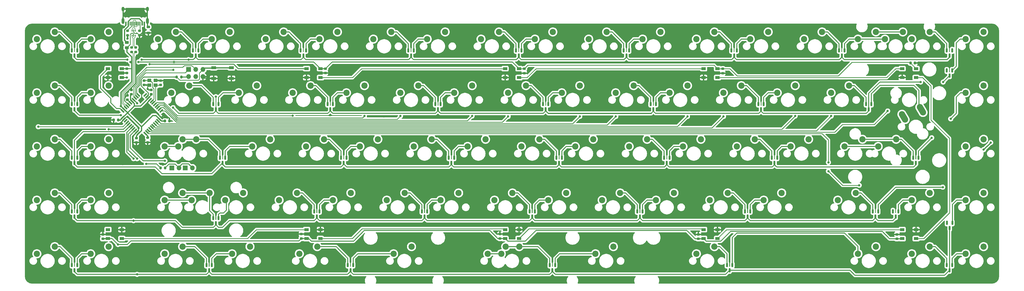
<source format=gbr>
%TF.GenerationSoftware,KiCad,Pcbnew,(5.99.0-11177-g6c67dfa032)*%
%TF.CreationDate,2021-09-17T12:13:22+03:00*%
%TF.ProjectId,SunsetterR2_Solder,53756e73-6574-4746-9572-52325f536f6c,rev?*%
%TF.SameCoordinates,Original*%
%TF.FileFunction,Copper,L2,Bot*%
%TF.FilePolarity,Positive*%
%FSLAX46Y46*%
G04 Gerber Fmt 4.6, Leading zero omitted, Abs format (unit mm)*
G04 Created by KiCad (PCBNEW (5.99.0-11177-g6c67dfa032)) date 2021-09-17 12:13:22*
%MOMM*%
%LPD*%
G01*
G04 APERTURE LIST*
G04 Aperture macros list*
%AMRoundRect*
0 Rectangle with rounded corners*
0 $1 Rounding radius*
0 $2 $3 $4 $5 $6 $7 $8 $9 X,Y pos of 4 corners*
0 Add a 4 corners polygon primitive as box body*
4,1,4,$2,$3,$4,$5,$6,$7,$8,$9,$2,$3,0*
0 Add four circle primitives for the rounded corners*
1,1,$1+$1,$2,$3*
1,1,$1+$1,$4,$5*
1,1,$1+$1,$6,$7*
1,1,$1+$1,$8,$9*
0 Add four rect primitives between the rounded corners*
20,1,$1+$1,$2,$3,$4,$5,0*
20,1,$1+$1,$4,$5,$6,$7,0*
20,1,$1+$1,$6,$7,$8,$9,0*
20,1,$1+$1,$8,$9,$2,$3,0*%
%AMRotRect*
0 Rectangle, with rotation*
0 The origin of the aperture is its center*
0 $1 length*
0 $2 width*
0 $3 Rotation angle, in degrees counterclockwise*
0 Add horizontal line*
21,1,$1,$2,0,0,$3*%
G04 Aperture macros list end*
%TA.AperFunction,ComponentPad*%
%ADD10C,2.200000*%
%TD*%
%TA.AperFunction,SMDPad,CuDef*%
%ADD11R,1.500000X1.000000*%
%TD*%
%TA.AperFunction,SMDPad,CuDef*%
%ADD12RoundRect,0.200000X-0.275000X0.200000X-0.275000X-0.200000X0.275000X-0.200000X0.275000X0.200000X0*%
%TD*%
%TA.AperFunction,SMDPad,CuDef*%
%ADD13RoundRect,0.225000X0.250000X-0.225000X0.250000X0.225000X-0.250000X0.225000X-0.250000X-0.225000X0*%
%TD*%
%TA.AperFunction,SMDPad,CuDef*%
%ADD14RoundRect,0.150000X-0.150000X0.587500X-0.150000X-0.587500X0.150000X-0.587500X0.150000X0.587500X0*%
%TD*%
%TA.AperFunction,SMDPad,CuDef*%
%ADD15RoundRect,0.225000X0.225000X0.250000X-0.225000X0.250000X-0.225000X-0.250000X0.225000X-0.250000X0*%
%TD*%
%TA.AperFunction,SMDPad,CuDef*%
%ADD16R,1.700000X1.000000*%
%TD*%
%TA.AperFunction,SMDPad,CuDef*%
%ADD17RoundRect,0.225000X-0.250000X0.225000X-0.250000X-0.225000X0.250000X-0.225000X0.250000X0.225000X0*%
%TD*%
%TA.AperFunction,SMDPad,CuDef*%
%ADD18R,1.400000X1.200000*%
%TD*%
%TA.AperFunction,SMDPad,CuDef*%
%ADD19R,0.375000X0.500000*%
%TD*%
%TA.AperFunction,SMDPad,CuDef*%
%ADD20R,0.300000X0.650000*%
%TD*%
%TA.AperFunction,ComponentPad*%
%ADD21R,1.700000X1.700000*%
%TD*%
%TA.AperFunction,ComponentPad*%
%ADD22O,1.700000X1.700000*%
%TD*%
%TA.AperFunction,SMDPad,CuDef*%
%ADD23RoundRect,0.243750X-0.456250X0.243750X-0.456250X-0.243750X0.456250X-0.243750X0.456250X0.243750X0*%
%TD*%
%TA.AperFunction,SMDPad,CuDef*%
%ADD24R,0.600000X1.450000*%
%TD*%
%TA.AperFunction,SMDPad,CuDef*%
%ADD25R,0.300000X1.450000*%
%TD*%
%TA.AperFunction,ComponentPad*%
%ADD26O,1.000000X2.100000*%
%TD*%
%TA.AperFunction,ComponentPad*%
%ADD27O,1.000000X1.600000*%
%TD*%
%TA.AperFunction,SMDPad,CuDef*%
%ADD28RoundRect,0.200000X0.275000X-0.200000X0.275000X0.200000X-0.275000X0.200000X-0.275000X-0.200000X0*%
%TD*%
%TA.AperFunction,SMDPad,CuDef*%
%ADD29RoundRect,0.225000X-0.225000X-0.250000X0.225000X-0.250000X0.225000X0.250000X-0.225000X0.250000X0*%
%TD*%
%TA.AperFunction,SMDPad,CuDef*%
%ADD30RoundRect,0.200000X0.200000X0.275000X-0.200000X0.275000X-0.200000X-0.275000X0.200000X-0.275000X0*%
%TD*%
%TA.AperFunction,SMDPad,CuDef*%
%ADD31RotRect,1.500000X0.550000X315.000000*%
%TD*%
%TA.AperFunction,SMDPad,CuDef*%
%ADD32RotRect,1.500000X0.550000X225.000000*%
%TD*%
%TA.AperFunction,SMDPad,CuDef*%
%ADD33RoundRect,0.200000X-0.200000X-0.275000X0.200000X-0.275000X0.200000X0.275000X-0.200000X0.275000X0*%
%TD*%
%TA.AperFunction,SMDPad,CuDef*%
%ADD34RoundRect,0.218750X-0.381250X0.218750X-0.381250X-0.218750X0.381250X-0.218750X0.381250X0.218750X0*%
%TD*%
%TA.AperFunction,ViaPad*%
%ADD35C,0.800000*%
%TD*%
%TA.AperFunction,Conductor*%
%ADD36C,0.300000*%
%TD*%
%TA.AperFunction,Conductor*%
%ADD37C,0.400000*%
%TD*%
%TA.AperFunction,Conductor*%
%ADD38C,0.250000*%
%TD*%
%TA.AperFunction,Conductor*%
%ADD39C,0.350000*%
%TD*%
%TA.AperFunction,Conductor*%
%ADD40C,0.200000*%
%TD*%
%TA.AperFunction,Conductor*%
%ADD41C,2.200000*%
%TD*%
G04 APERTURE END LIST*
D10*
%TO.P,K21,1,1*%
%TO.N,/SCL*%
X112077500Y-52070000D03*
%TO.P,K21,2,2*%
%TO.N,Net-(K21-Pad2)*%
X105727500Y-54610000D03*
%TD*%
%TO.P,K80,1,1*%
%TO.N,/col16*%
X369252500Y-90170000D03*
%TO.P,K80,2,2*%
%TO.N,Net-(K80-Pad2)*%
X362902500Y-92710000D03*
%TD*%
%TO.P,K35,1,1*%
%TO.N,Net-(K35-Pad1)*%
X40640000Y-71120000D03*
%TO.P,K35,2,2*%
%TO.N,/col0*%
X34290000Y-73660000D03*
%TD*%
%TO.P,K30,1,1*%
%TO.N,Net-(K30-Pad1)*%
X283527500Y-52070000D03*
%TO.P,K30,2,2*%
%TO.N,/col12*%
X277177500Y-54610000D03*
%TD*%
%TO.P,K31,1,1*%
%TO.N,/col13*%
X302577500Y-52070000D03*
%TO.P,K31,2,2*%
%TO.N,Net-(K31-Pad2)*%
X296227500Y-54610000D03*
%TD*%
%TO.P,K33,1,1*%
%TO.N,/col15*%
X340360000Y-62230000D03*
%TO.P,K33,2,2*%
%TO.N,Net-(K33-Pad2)*%
X346710000Y-59690000D03*
%TD*%
%TO.P,K73,1,1*%
%TO.N,/col5*%
X166846250Y-109220000D03*
%TO.P,K73,2,2*%
%TO.N,Net-(K73-Pad2)*%
X160496250Y-111760000D03*
%TD*%
%TO.P,K51,1,1*%
%TO.N,Net-(K51-Pad1)*%
X40640000Y-90170000D03*
%TO.P,K51,2,2*%
%TO.N,/col0*%
X34290000Y-92710000D03*
%TD*%
%TO.P,K78,1,1*%
%TO.N,Net-(K78-Pad1)*%
X350202500Y-109220000D03*
%TO.P,K78,2,2*%
%TO.N,/col14*%
X343852500Y-111760000D03*
%TD*%
%TO.P,K23,1,1*%
%TO.N,/col5*%
X150177500Y-52070000D03*
%TO.P,K23,2,2*%
%TO.N,Net-(K23-Pad2)*%
X143827500Y-54610000D03*
%TD*%
%TO.P,K58,1,1*%
%TO.N,/col7*%
X183515000Y-90170000D03*
%TO.P,K58,2,2*%
%TO.N,Net-(K58-Pad2)*%
X177165000Y-92710000D03*
%TD*%
%TO.P,K56,1,1*%
%TO.N,/col5*%
X145415000Y-90170000D03*
%TO.P,K56,2,2*%
%TO.N,Net-(K56-Pad2)*%
X139065000Y-92710000D03*
%TD*%
%TO.P,K9,1,1*%
%TO.N,Net-(K9-Pad1)*%
X197802500Y-33020000D03*
%TO.P,K9,2,2*%
%TO.N,/col8*%
X191452500Y-35560000D03*
%TD*%
%TO.P,K10,1,1*%
%TO.N,/col9*%
X216852500Y-33020000D03*
%TO.P,K10,2,2*%
%TO.N,Net-(K10-Pad2)*%
X210502500Y-35560000D03*
%TD*%
%TO.P,K6,1,1*%
%TO.N,/col5*%
X140652500Y-33020000D03*
%TO.P,K6,2,2*%
%TO.N,Net-(K6-Pad2)*%
X134302500Y-35560000D03*
%TD*%
%TO.P,K25,1,1*%
%TO.N,/col7*%
X188277500Y-52070000D03*
%TO.P,K25,2,2*%
%TO.N,Net-(K25-Pad2)*%
X181927500Y-54610000D03*
%TD*%
%TO.P,K67,1,1*%
%TO.N,/col16*%
X350202500Y-90170000D03*
%TO.P,K67,2,2*%
%TO.N,Net-(K67-Pad2)*%
X343852500Y-92710000D03*
%TD*%
%TO.P,K46,1,1*%
%TO.N,/col11*%
X269240000Y-71120000D03*
%TO.P,K46,2,2*%
%TO.N,Net-(K46-Pad2)*%
X262890000Y-73660000D03*
%TD*%
%TO.P,K49,1,1*%
%TO.N,Net-(K49-Pad1)*%
X338296250Y-71120000D03*
%TO.P,K49,2,2*%
%TO.N,/col14*%
X331946250Y-73660000D03*
%TD*%
%TO.P,K11,1,1*%
%TO.N,Net-(K11-Pad1)*%
X235902500Y-33020000D03*
%TO.P,K11,2,2*%
%TO.N,/col10*%
X229552500Y-35560000D03*
%TD*%
%TO.P,K14,1,1*%
%TO.N,/col13*%
X293052500Y-33020000D03*
%TO.P,K14,2,2*%
%TO.N,Net-(K14-Pad2)*%
X286702500Y-35560000D03*
%TD*%
%TO.P,K49A1,1,1*%
%TO.N,Net-(K49-Pad1)*%
X326390000Y-71120000D03*
%TO.P,K49A1,2,2*%
%TO.N,/col14*%
X320040000Y-73660000D03*
%TD*%
%TO.P,K18,1,1*%
%TO.N,Net-(K18-Pad1)*%
X40640000Y-52070000D03*
%TO.P,K18,2,2*%
%TO.N,/col0*%
X34290000Y-54610000D03*
%TD*%
%TO.P,K66,1,1*%
%TO.N,/col15*%
X369252500Y-71120000D03*
%TO.P,K66,2,2*%
%TO.N,Net-(K66-Pad2)*%
X362902500Y-73660000D03*
%TD*%
%TO.P,K36,1,1*%
%TO.N,/col1*%
X59690000Y-71120000D03*
%TO.P,K36,2,2*%
%TO.N,Net-(K36-Pad2)*%
X53340000Y-73660000D03*
%TD*%
%TO.P,K32,1,1*%
%TO.N,Net-(K32-Pad1)*%
X321627500Y-52070000D03*
%TO.P,K32,2,2*%
%TO.N,/col14*%
X315277500Y-54610000D03*
%TD*%
%TO.P,K8,1,1*%
%TO.N,/col7*%
X178752500Y-33020000D03*
%TO.P,K8,2,2*%
%TO.N,Net-(K8-Pad2)*%
X172402500Y-35560000D03*
%TD*%
%TO.P,K72,1,1*%
%TO.N,Net-(K72-Pad1)*%
X133508750Y-109220000D03*
%TO.P,K72,2,2*%
%TO.N,/col4*%
X127158750Y-111760000D03*
%TD*%
%TO.P,K63,1,1*%
%TO.N,Net-(K63-Pad1)*%
X278765000Y-90170000D03*
%TO.P,K63,2,2*%
%TO.N,/col12*%
X272415000Y-92710000D03*
%TD*%
%TO.P,K53,1,1*%
%TO.N,Net-(K53-Pad1)*%
X85883750Y-90170000D03*
%TO.P,K53,2,2*%
%TO.N,/col2*%
X79533750Y-92710000D03*
%TD*%
%TO.P,K22,1,1*%
%TO.N,Net-(K22-Pad1)*%
X131127500Y-52070000D03*
%TO.P,K22,2,2*%
%TO.N,/col4*%
X124777500Y-54610000D03*
%TD*%
%TO.P,K7,1,1*%
%TO.N,Net-(K7-Pad1)*%
X159702500Y-33020000D03*
%TO.P,K7,2,2*%
%TO.N,/col6*%
X153352500Y-35560000D03*
%TD*%
%TO.P,K13,1,1*%
%TO.N,Net-(K13-Pad1)*%
X274002500Y-33020000D03*
%TO.P,K13,2,2*%
%TO.N,/col12*%
X267652500Y-35560000D03*
%TD*%
%TO.P,K74A1,1,1*%
%TO.N,Net-(K74-Pad1)*%
X204952500Y-109220000D03*
%TO.P,K74A1,2,2*%
%TO.N,/col7*%
X198602500Y-111760000D03*
%TD*%
%TO.P,K27,1,1*%
%TO.N,/col9*%
X226377500Y-52070000D03*
%TO.P,K27,2,2*%
%TO.N,Net-(K27-Pad2)*%
X220027500Y-54610000D03*
%TD*%
%TO.P,K43,1,1*%
%TO.N,Net-(K43-Pad1)*%
X212090000Y-71120000D03*
%TO.P,K43,2,2*%
%TO.N,/col8*%
X205740000Y-73660000D03*
%TD*%
%TO.P,K71,1,1*%
%TO.N,/SCL*%
X109696250Y-109220000D03*
%TO.P,K71,2,2*%
%TO.N,Net-(K71-Pad2)*%
X103346250Y-111760000D03*
%TD*%
%TO.P,K16A1,1,1*%
%TO.N,/col15*%
X340671250Y-33020000D03*
%TO.P,K16A1,2,2*%
%TO.N,Net-(K16-Pad2)*%
X334321250Y-35560000D03*
%TD*%
%TO.P,K29,1,1*%
%TO.N,/col11*%
X264477500Y-52070000D03*
%TO.P,K29,2,2*%
%TO.N,Net-(K29-Pad2)*%
X258127500Y-54610000D03*
%TD*%
%TO.P,K69,1,1*%
%TO.N,/col1*%
X59690000Y-109220000D03*
%TO.P,K69,2,2*%
%TO.N,Net-(K69-Pad2)*%
X53340000Y-111760000D03*
%TD*%
%TO.P,K59,1,1*%
%TO.N,Net-(K59-Pad1)*%
X202565000Y-90170000D03*
%TO.P,K59,2,2*%
%TO.N,/col8*%
X196215000Y-92710000D03*
%TD*%
%TO.P,K1,1,1*%
%TO.N,Net-(K1-Pad1)*%
X40640000Y-33020000D03*
%TO.P,K1,2,2*%
%TO.N,/col0*%
X34290000Y-35560000D03*
%TD*%
%TO.P,K77,1,1*%
%TO.N,/col13*%
X331152500Y-109220000D03*
%TO.P,K77,2,2*%
%TO.N,Net-(K77-Pad2)*%
X324802500Y-111760000D03*
%TD*%
%TO.P,K20,1,1*%
%TO.N,Net-(K20-Pad1)*%
X88265000Y-52070000D03*
%TO.P,K20,2,2*%
%TO.N,/col2*%
X81915000Y-54610000D03*
%TD*%
%TO.P,K76,1,1*%
%TO.N,Net-(K76-Pad1)*%
X274002500Y-109220000D03*
%TO.P,K76,2,2*%
%TO.N,/col12*%
X267652500Y-111760000D03*
%TD*%
%TO.P,K45,1,1*%
%TO.N,Net-(K45-Pad1)*%
X250190000Y-71120000D03*
%TO.P,K45,2,2*%
%TO.N,/col10*%
X243840000Y-73660000D03*
%TD*%
%TO.P,K42,1,1*%
%TO.N,/col7*%
X193040000Y-71120000D03*
%TO.P,K42,2,2*%
%TO.N,Net-(K42-Pad2)*%
X186690000Y-73660000D03*
%TD*%
%TO.P,K16,1,1*%
%TO.N,/col15*%
X331152500Y-33020000D03*
%TO.P,K16,2,2*%
%TO.N,Net-(K16-Pad2)*%
X324802500Y-35560000D03*
%TD*%
%TO.P,K44,1,1*%
%TO.N,/col9*%
X231140000Y-71120000D03*
%TO.P,K44,2,2*%
%TO.N,Net-(K44-Pad2)*%
X224790000Y-73660000D03*
%TD*%
%TO.P,K3,1,1*%
%TO.N,Net-(K3-Pad1)*%
X83502500Y-33020000D03*
%TO.P,K3,2,2*%
%TO.N,/col2*%
X77152500Y-35560000D03*
%TD*%
%TO.P,K34,1,1*%
%TO.N,/col16*%
X369252500Y-33020000D03*
%TO.P,K34,2,2*%
%TO.N,Net-(K34-Pad2)*%
X362902500Y-35560000D03*
%TD*%
%TO.P,K55,1,1*%
%TO.N,Net-(K55-Pad1)*%
X126365000Y-90170000D03*
%TO.P,K55,2,2*%
%TO.N,/col4*%
X120015000Y-92710000D03*
%TD*%
%TO.P,K4,1,1*%
%TO.N,/SCL*%
X102552500Y-33020000D03*
%TO.P,K4,2,2*%
%TO.N,Net-(K4-Pad2)*%
X96202500Y-35560000D03*
%TD*%
%TO.P,K70,1,1*%
%TO.N,Net-(K70-Pad1)*%
X85883750Y-109220000D03*
%TO.P,K70,2,2*%
%TO.N,/col2*%
X79533750Y-111760000D03*
%TD*%
%TO.P,K62,1,1*%
%TO.N,/col11*%
X259715000Y-90170000D03*
%TO.P,K62,2,2*%
%TO.N,Net-(K62-Pad2)*%
X253365000Y-92710000D03*
%TD*%
%TO.P,K15,1,1*%
%TO.N,Net-(K15-Pad1)*%
X312102500Y-33020000D03*
%TO.P,K15,2,2*%
%TO.N,/col14*%
X305752500Y-35560000D03*
%TD*%
%TO.P,K61,1,1*%
%TO.N,Net-(K61-Pad1)*%
X240665000Y-90170000D03*
%TO.P,K61,2,2*%
%TO.N,/col10*%
X234315000Y-92710000D03*
%TD*%
%TO.P,K53A1,1,1*%
%TO.N,Net-(K53-Pad1)*%
X95408750Y-90170000D03*
%TO.P,K53A1,2,2*%
%TO.N,/col2*%
X89058750Y-92710000D03*
%TD*%
%TO.P,K38,1,1*%
%TO.N,/SCL*%
X116840000Y-71120000D03*
%TO.P,K38,2,2*%
%TO.N,Net-(K38-Pad2)*%
X110490000Y-73660000D03*
%TD*%
%TO.P,K17,1,1*%
%TO.N,Net-(K17-Pad1)*%
X350202500Y-33020000D03*
%TO.P,K17,2,2*%
%TO.N,/col16*%
X343852500Y-35560000D03*
%TD*%
%TO.P,K68,1,1*%
%TO.N,Net-(K68-Pad1)*%
X40640000Y-109220000D03*
%TO.P,K68,2,2*%
%TO.N,/col0*%
X34290000Y-111760000D03*
%TD*%
%TO.P,K64,1,1*%
%TO.N,/col13*%
X297815000Y-90170000D03*
%TO.P,K64,2,2*%
%TO.N,Net-(K64-Pad2)*%
X291465000Y-92710000D03*
%TD*%
%TO.P,K65,1,1*%
%TO.N,Net-(K65-Pad1)*%
X324008750Y-90170000D03*
%TO.P,K65,2,2*%
%TO.N,/col14*%
X317658750Y-92710000D03*
%TD*%
%TO.P,K37A1,1,1*%
%TO.N,Net-(K37-Pad1)*%
X85883750Y-71120000D03*
%TO.P,K37A1,2,2*%
%TO.N,/col2*%
X79533750Y-73660000D03*
%TD*%
%TO.P,K28,1,1*%
%TO.N,Net-(K28-Pad1)*%
X245427500Y-52070000D03*
%TO.P,K28,2,2*%
%TO.N,/col10*%
X239077500Y-54610000D03*
%TD*%
%TO.P,K2,1,1*%
%TO.N,/col1*%
X59690000Y-33020000D03*
%TO.P,K2,2,2*%
%TO.N,Net-(K2-Pad2)*%
X53340000Y-35560000D03*
%TD*%
%TO.P,K50,1,1*%
%TO.N,/col15*%
X369252500Y-52070000D03*
%TO.P,K50,2,2*%
%TO.N,Net-(K50-Pad2)*%
X362902500Y-54610000D03*
%TD*%
%TO.P,K12,1,1*%
%TO.N,/col11*%
X254952500Y-33020000D03*
%TO.P,K12,2,2*%
%TO.N,Net-(K12-Pad2)*%
X248602500Y-35560000D03*
%TD*%
%TO.P,K41,1,1*%
%TO.N,Net-(K41-Pad1)*%
X173990000Y-71120000D03*
%TO.P,K41,2,2*%
%TO.N,/col6*%
X167640000Y-73660000D03*
%TD*%
%TO.P,K75,1,1*%
%TO.N,/col10*%
X238283750Y-109220000D03*
%TO.P,K75,2,2*%
%TO.N,Net-(K75-Pad2)*%
X231933750Y-111760000D03*
%TD*%
%TO.P,K74,1,1*%
%TO.N,Net-(K74-Pad1)*%
X200183750Y-109220000D03*
%TO.P,K74,2,2*%
%TO.N,/col7*%
X193833750Y-111760000D03*
%TD*%
%TO.P,K57,1,1*%
%TO.N,Net-(K57-Pad1)*%
X164465000Y-90170000D03*
%TO.P,K57,2,2*%
%TO.N,/col6*%
X158115000Y-92710000D03*
%TD*%
%TO.P,K24,1,1*%
%TO.N,Net-(K24-Pad1)*%
X169227500Y-52070000D03*
%TO.P,K24,2,2*%
%TO.N,/col6*%
X162877500Y-54610000D03*
%TD*%
%TO.P,K60,1,1*%
%TO.N,/col9*%
X221615000Y-90170000D03*
%TO.P,K60,2,2*%
%TO.N,Net-(K60-Pad2)*%
X215265000Y-92710000D03*
%TD*%
%TO.P,K52,1,1*%
%TO.N,/col1*%
X59690000Y-90170000D03*
%TO.P,K52,2,2*%
%TO.N,Net-(K52-Pad2)*%
X53340000Y-92710000D03*
%TD*%
%TO.P,K26,1,1*%
%TO.N,Net-(K26-Pad1)*%
X207327500Y-52070000D03*
%TO.P,K26,2,2*%
%TO.N,/col8*%
X200977500Y-54610000D03*
%TD*%
%TO.P,K39,1,1*%
%TO.N,Net-(K39-Pad1)*%
X135890000Y-71120000D03*
%TO.P,K39,2,2*%
%TO.N,/col4*%
X129540000Y-73660000D03*
%TD*%
%TO.P,K47,1,1*%
%TO.N,Net-(K47-Pad1)*%
X288290000Y-71120000D03*
%TO.P,K47,2,2*%
%TO.N,/col12*%
X281940000Y-73660000D03*
%TD*%
%TO.P,K5,1,1*%
%TO.N,Net-(K5-Pad1)*%
X121602500Y-33020000D03*
%TO.P,K5,2,2*%
%TO.N,/col4*%
X115252500Y-35560000D03*
%TD*%
%TO.P,K37,1,1*%
%TO.N,Net-(K37-Pad1)*%
X90646250Y-71120000D03*
%TO.P,K37,2,2*%
%TO.N,/col2*%
X84296250Y-73660000D03*
%TD*%
%TO.P,K19,1,1*%
%TO.N,/col1*%
X59690000Y-52070000D03*
%TO.P,K19,2,2*%
%TO.N,Net-(K19-Pad2)*%
X53340000Y-54610000D03*
%TD*%
%TO.P,K54,1,1*%
%TO.N,/SCL*%
X107315000Y-90170000D03*
%TO.P,K54,2,2*%
%TO.N,Net-(K54-Pad2)*%
X100965000Y-92710000D03*
%TD*%
%TO.P,K33A1,1,1*%
%TO.N,Net-(K33-Pad2)*%
X347821250Y-61595000D03*
%TO.P,K33A1,2,2*%
%TO.N,/col15*%
X341471250Y-64135000D03*
%TD*%
%TO.P,K48,1,1*%
%TO.N,/col13*%
X307340000Y-71120000D03*
%TO.P,K48,2,2*%
%TO.N,Net-(K48-Pad2)*%
X300990000Y-73660000D03*
%TD*%
%TO.P,K79,1,1*%
%TO.N,/col15*%
X369252500Y-109220000D03*
%TO.P,K79,2,2*%
%TO.N,Net-(K79-Pad2)*%
X362902500Y-111760000D03*
%TD*%
%TO.P,K40,1,1*%
%TO.N,/col5*%
X154940000Y-71120000D03*
%TO.P,K40,2,2*%
%TO.N,Net-(K40-Pad2)*%
X148590000Y-73660000D03*
%TD*%
D11*
%TO.P,RGB5,1,VDD*%
%TO.N,+5V*%
X345350000Y-46025000D03*
%TO.P,RGB5,2,DOUT*%
%TO.N,Net-(RGB5-Pad2)*%
X345350000Y-49225000D03*
%TO.P,RGB5,3,VSS*%
%TO.N,Earth*%
X340450000Y-49225000D03*
%TO.P,RGB5,4,DIN*%
%TO.N,Net-(RGB4-Pad2)*%
X340450000Y-46025000D03*
%TD*%
%TO.P,RGB8,1,VDD*%
%TO.N,+5V*%
X199956250Y-106375000D03*
%TO.P,RGB8,2,DOUT*%
%TO.N,Net-(RGB8-Pad2)*%
X199956250Y-103175000D03*
%TO.P,RGB8,3,VSS*%
%TO.N,Earth*%
X204856250Y-103175000D03*
%TO.P,RGB8,4,DIN*%
%TO.N,Net-(RGB7-Pad2)*%
X204856250Y-106375000D03*
%TD*%
D12*
%TO.P,R6,1*%
%TO.N,/D-*%
X67792600Y-38494200D03*
%TO.P,R6,2*%
%TO.N,/MCUD-*%
X67792600Y-40144200D03*
%TD*%
D13*
%TO.P,C4,1*%
%TO.N,+5V*%
X74803000Y-55131000D03*
%TO.P,C4,2*%
%TO.N,Earth*%
X74803000Y-53581000D03*
%TD*%
D14*
%TO.P,KD20,1,A*%
%TO.N,Net-(K37-Pad1)*%
X99062500Y-77643750D03*
%TO.P,KD20,2,A*%
%TO.N,Net-(K38-Pad2)*%
X100962500Y-77643750D03*
%TO.P,KD20,3,K*%
%TO.N,/row2*%
X100012500Y-79518750D03*
%TD*%
D12*
%TO.P,R2,1*%
%TO.N,Net-(J1-PadB5)*%
X70586600Y-32576000D03*
%TO.P,R2,2*%
%TO.N,Earth*%
X70586600Y-34226000D03*
%TD*%
D14*
%TO.P,KD4,1,A*%
%TO.N,Net-(K7-Pad1)*%
X165737500Y-39543750D03*
%TO.P,KD4,2,A*%
%TO.N,Net-(K8-Pad2)*%
X167637500Y-39543750D03*
%TO.P,KD4,3,K*%
%TO.N,/MISO*%
X166687500Y-41418750D03*
%TD*%
D15*
%TO.P,C10,1*%
%TO.N,Earth*%
X344945000Y-44069000D03*
%TO.P,C10,2*%
%TO.N,+5V*%
X343395000Y-44069000D03*
%TD*%
D14*
%TO.P,KD13,1,A*%
%TO.N,Net-(K24-Pad1)*%
X175262500Y-58593750D03*
%TO.P,KD13,2,A*%
%TO.N,Net-(K25-Pad2)*%
X177162500Y-58593750D03*
%TO.P,KD13,3,K*%
%TO.N,/MOSI*%
X176212500Y-60468750D03*
%TD*%
D13*
%TO.P,C6,1*%
%TO.N,Earth*%
X66167000Y-47575000D03*
%TO.P,C6,2*%
%TO.N,+5V*%
X66167000Y-46025000D03*
%TD*%
D14*
%TO.P,KD30,1,A*%
%TO.N,Net-(K57-Pad1)*%
X170500000Y-96693750D03*
%TO.P,KD30,2,A*%
%TO.N,Net-(K58-Pad2)*%
X172400000Y-96693750D03*
%TO.P,KD30,3,K*%
%TO.N,/row3*%
X171450000Y-98568750D03*
%TD*%
D16*
%TO.P,SW1,1,1*%
%TO.N,Earth*%
X103162500Y-49525000D03*
X96862500Y-49525000D03*
%TO.P,SW1,2,2*%
%TO.N,/RES*%
X96862500Y-45725000D03*
X103162500Y-45725000D03*
%TD*%
D17*
%TO.P,C2,1*%
%TO.N,+5V*%
X69494400Y-70675200D03*
%TO.P,C2,2*%
%TO.N,Earth*%
X69494400Y-72225200D03*
%TD*%
D14*
%TO.P,KD9,1,A*%
%TO.N,Net-(K17-Pad1)*%
X356237500Y-39543750D03*
%TO.P,KD9,2,A*%
%TO.N,unconnected-(KD9-Pad2)*%
X358137500Y-39543750D03*
%TO.P,KD9,3,K*%
%TO.N,/MISO*%
X357187500Y-41418750D03*
%TD*%
%TO.P,KD25,1,A*%
%TO.N,Net-(K47-Pad1)*%
X294325000Y-77643750D03*
%TO.P,KD25,2,A*%
%TO.N,Net-(K48-Pad2)*%
X296225000Y-77643750D03*
%TO.P,KD25,3,K*%
%TO.N,/row2*%
X295275000Y-79518750D03*
%TD*%
D11*
%TO.P,RGB1,1,VDD*%
%TO.N,+5V*%
X64362500Y-46025000D03*
%TO.P,RGB1,2,DOUT*%
%TO.N,Net-(RGB1-Pad2)*%
X64362500Y-49225000D03*
%TO.P,RGB1,3,VSS*%
%TO.N,Earth*%
X59462500Y-49225000D03*
%TO.P,RGB1,4,DIN*%
%TO.N,/RGB_D*%
X59462500Y-46025000D03*
%TD*%
D14*
%TO.P,KD18,1,A*%
%TO.N,unconnected-(KD18-Pad1)*%
X356237500Y-46687500D03*
%TO.P,KD18,2,A*%
%TO.N,Net-(K34-Pad2)*%
X358137500Y-46687500D03*
%TO.P,KD18,3,K*%
%TO.N,/MOSI*%
X357187500Y-48562500D03*
%TD*%
%TO.P,KD41,1,A*%
%TO.N,Net-(K78-Pad1)*%
X356237500Y-115743750D03*
%TO.P,KD41,2,A*%
%TO.N,Net-(K79-Pad2)*%
X358137500Y-115743750D03*
%TO.P,KD41,3,K*%
%TO.N,/row4*%
X357187500Y-117618750D03*
%TD*%
%TO.P,KD17,1,A*%
%TO.N,Net-(K32-Pad1)*%
X327662500Y-58593750D03*
%TO.P,KD17,2,A*%
%TO.N,Net-(K33-Pad2)*%
X329562500Y-58593750D03*
%TO.P,KD17,3,K*%
%TO.N,/MOSI*%
X328612500Y-60468750D03*
%TD*%
%TO.P,KD31,1,A*%
%TO.N,Net-(K59-Pad1)*%
X208600000Y-96693750D03*
%TO.P,KD31,2,A*%
%TO.N,Net-(K60-Pad2)*%
X210500000Y-96693750D03*
%TO.P,KD31,3,K*%
%TO.N,/row3*%
X209550000Y-98568750D03*
%TD*%
D11*
%TO.P,RGB4,1,VDD*%
%TO.N,+5V*%
X275103125Y-46025000D03*
%TO.P,RGB4,2,DOUT*%
%TO.N,Net-(RGB4-Pad2)*%
X275103125Y-49225000D03*
%TO.P,RGB4,3,VSS*%
%TO.N,Earth*%
X270203125Y-49225000D03*
%TO.P,RGB4,4,DIN*%
%TO.N,Net-(RGB3-Pad2)*%
X270203125Y-46025000D03*
%TD*%
D17*
%TO.P,C17,1*%
%TO.N,Net-(C17-Pad1)*%
X72263000Y-50279000D03*
%TO.P,C17,2*%
%TO.N,Earth*%
X72263000Y-51829000D03*
%TD*%
D14*
%TO.P,KD39,1,A*%
%TO.N,Net-(K74-Pad1)*%
X215743750Y-115743750D03*
%TO.P,KD39,2,A*%
%TO.N,Net-(K75-Pad2)*%
X217643750Y-115743750D03*
%TO.P,KD39,3,K*%
%TO.N,/row4*%
X216693750Y-117618750D03*
%TD*%
D18*
%TO.P,Y1,1,1*%
%TO.N,Net-(C17-Pad1)*%
X74084000Y-50204000D03*
%TO.P,Y1,2,2*%
%TO.N,Earth*%
X76284000Y-50204000D03*
%TO.P,Y1,3,3*%
%TO.N,Net-(C16-Pad1)*%
X76284000Y-51904000D03*
%TO.P,Y1,4,4*%
%TO.N,Earth*%
X74084000Y-51904000D03*
%TD*%
D14*
%TO.P,KD19,1,A*%
%TO.N,Net-(K35-Pad1)*%
X46675000Y-77643750D03*
%TO.P,KD19,2,A*%
%TO.N,Net-(K36-Pad2)*%
X48575000Y-77643750D03*
%TO.P,KD19,3,K*%
%TO.N,/row2*%
X47625000Y-79518750D03*
%TD*%
%TO.P,KD28,1,A*%
%TO.N,Net-(K53-Pad1)*%
X96681250Y-99075000D03*
%TO.P,KD28,2,A*%
%TO.N,Net-(K54-Pad2)*%
X98581250Y-99075000D03*
%TO.P,KD28,3,K*%
%TO.N,/row3*%
X97631250Y-100950000D03*
%TD*%
%TO.P,KD40,1,A*%
%TO.N,Net-(K76-Pad1)*%
X278450000Y-115743750D03*
%TO.P,KD40,2,A*%
%TO.N,Net-(K77-Pad2)*%
X280350000Y-115743750D03*
%TO.P,KD40,3,K*%
%TO.N,/row4*%
X279400000Y-117618750D03*
%TD*%
D19*
%TO.P,U1,1,I/O1*%
%TO.N,/Dun-*%
X67991700Y-32601800D03*
D20*
%TO.P,U1,2,GND*%
%TO.N,Earth*%
X68529200Y-32526800D03*
D19*
%TO.P,U1,3,I/O2*%
%TO.N,/Dun+*%
X69066700Y-32601800D03*
%TO.P,U1,4,I/O2*%
%TO.N,/D+*%
X69066700Y-34301800D03*
D20*
%TO.P,U1,5,VBUS*%
%TO.N,+5V*%
X68529200Y-34376800D03*
D19*
%TO.P,U1,6,I/O1*%
%TO.N,/D-*%
X67991700Y-34301800D03*
%TD*%
D12*
%TO.P,R7,1*%
%TO.N,Net-(R7-Pad1)*%
X73533000Y-70549000D03*
%TO.P,R7,2*%
%TO.N,Earth*%
X73533000Y-72199000D03*
%TD*%
D14*
%TO.P,KD26,1,A*%
%TO.N,Net-(K49-Pad1)*%
X344331250Y-77643750D03*
%TO.P,KD26,2,A*%
%TO.N,Net-(K50-Pad2)*%
X346231250Y-77643750D03*
%TO.P,KD26,3,K*%
%TO.N,/row2*%
X345281250Y-79518750D03*
%TD*%
D11*
%TO.P,RGB7,1,VDD*%
%TO.N,+5V*%
X270203125Y-106375000D03*
%TO.P,RGB7,2,DOUT*%
%TO.N,Net-(RGB7-Pad2)*%
X270203125Y-103175000D03*
%TO.P,RGB7,3,VSS*%
%TO.N,Earth*%
X275103125Y-103175000D03*
%TO.P,RGB7,4,DIN*%
%TO.N,Net-(RGB6-Pad2)*%
X275103125Y-106375000D03*
%TD*%
D21*
%TO.P,LED1,1,K*%
%TO.N,Earth*%
X82053750Y-81280000D03*
D22*
%TO.P,LED1,2,A*%
%TO.N,Net-(LED1-Pad2)*%
X84593750Y-81280000D03*
%TD*%
D23*
%TO.P,F1,1*%
%TO.N,Net-(F1-Pad1)*%
X66116200Y-36730700D03*
%TO.P,F1,2*%
%TO.N,+5V*%
X66116200Y-38605700D03*
%TD*%
D14*
%TO.P,KD1,1,A*%
%TO.N,Net-(K1-Pad1)*%
X46675000Y-39543750D03*
%TO.P,KD1,2,A*%
%TO.N,Net-(K2-Pad2)*%
X48575000Y-39543750D03*
%TO.P,KD1,3,K*%
%TO.N,/MISO*%
X47625000Y-41418750D03*
%TD*%
D13*
%TO.P,C7,1*%
%TO.N,Earth*%
X136398000Y-47575000D03*
%TO.P,C7,2*%
%TO.N,+5V*%
X136398000Y-46025000D03*
%TD*%
D14*
%TO.P,KD22,1,A*%
%TO.N,Net-(K41-Pad1)*%
X180025000Y-77643750D03*
%TO.P,KD22,2,A*%
%TO.N,Net-(K42-Pad2)*%
X181925000Y-77643750D03*
%TO.P,KD22,3,K*%
%TO.N,/row2*%
X180975000Y-79518750D03*
%TD*%
D13*
%TO.P,C9,1*%
%TO.N,Earth*%
X276987000Y-47638000D03*
%TO.P,C9,2*%
%TO.N,+5V*%
X276987000Y-46088000D03*
%TD*%
D11*
%TO.P,RGB3,1,VDD*%
%TO.N,+5V*%
X204856250Y-46025000D03*
%TO.P,RGB3,2,DOUT*%
%TO.N,Net-(RGB3-Pad2)*%
X204856250Y-49225000D03*
%TO.P,RGB3,3,VSS*%
%TO.N,Earth*%
X199956250Y-49225000D03*
%TO.P,RGB3,4,DIN*%
%TO.N,Net-(RGB2-Pad2)*%
X199956250Y-46025000D03*
%TD*%
D14*
%TO.P,KD32,1,A*%
%TO.N,Net-(K61-Pad1)*%
X246700000Y-96693750D03*
%TO.P,KD32,2,A*%
%TO.N,Net-(K62-Pad2)*%
X248600000Y-96693750D03*
%TO.P,KD32,3,K*%
%TO.N,/row3*%
X247650000Y-98568750D03*
%TD*%
%TO.P,KD6,1,A*%
%TO.N,Net-(K11-Pad1)*%
X241937500Y-39543750D03*
%TO.P,KD6,2,A*%
%TO.N,Net-(K12-Pad2)*%
X243837500Y-39543750D03*
%TO.P,KD6,3,K*%
%TO.N,/MISO*%
X242887500Y-41418750D03*
%TD*%
%TO.P,KD36,1,A*%
%TO.N,Net-(K68-Pad1)*%
X46675000Y-115743750D03*
%TO.P,KD36,2,A*%
%TO.N,Net-(K69-Pad2)*%
X48575000Y-115743750D03*
%TO.P,KD36,3,K*%
%TO.N,/row4*%
X47625000Y-117618750D03*
%TD*%
D15*
%TO.P,C1,1*%
%TO.N,+5V*%
X63055800Y-64262000D03*
%TO.P,C1,2*%
%TO.N,Earth*%
X61505800Y-64262000D03*
%TD*%
D14*
%TO.P,KD2,1,A*%
%TO.N,Net-(K3-Pad1)*%
X89537500Y-39543750D03*
%TO.P,KD2,2,A*%
%TO.N,Net-(K4-Pad2)*%
X91437500Y-39543750D03*
%TO.P,KD2,3,K*%
%TO.N,/MISO*%
X90487500Y-41418750D03*
%TD*%
D13*
%TO.P,C16,1*%
%TO.N,Net-(C16-Pad1)*%
X78105000Y-51829000D03*
%TO.P,C16,2*%
%TO.N,Earth*%
X78105000Y-50279000D03*
%TD*%
D11*
%TO.P,RGB6,1,VDD*%
%TO.N,+5V*%
X340450000Y-106375000D03*
%TO.P,RGB6,2,DOUT*%
%TO.N,Net-(RGB6-Pad2)*%
X340450000Y-103175000D03*
%TO.P,RGB6,3,VSS*%
%TO.N,Earth*%
X345350000Y-103175000D03*
%TO.P,RGB6,4,DIN*%
%TO.N,Net-(RGB5-Pad2)*%
X345350000Y-106375000D03*
%TD*%
D14*
%TO.P,KD15,1,A*%
%TO.N,Net-(K28-Pad1)*%
X251462500Y-58593750D03*
%TO.P,KD15,2,A*%
%TO.N,Net-(K29-Pad2)*%
X253362500Y-58593750D03*
%TO.P,KD15,3,K*%
%TO.N,/MOSI*%
X252412500Y-60468750D03*
%TD*%
D11*
%TO.P,RGB2,1,VDD*%
%TO.N,+5V*%
X134609375Y-46025000D03*
%TO.P,RGB2,2,DOUT*%
%TO.N,Net-(RGB2-Pad2)*%
X134609375Y-49225000D03*
%TO.P,RGB2,3,VSS*%
%TO.N,Earth*%
X129709375Y-49225000D03*
%TO.P,RGB2,4,DIN*%
%TO.N,Net-(RGB1-Pad2)*%
X129709375Y-46025000D03*
%TD*%
D24*
%TO.P,J1,A1,GND*%
%TO.N,Earth*%
X65806250Y-30022600D03*
%TO.P,J1,A4,VBUS*%
%TO.N,Net-(F1-Pad1)*%
X66606250Y-30022600D03*
D25*
%TO.P,J1,A5,CC1*%
%TO.N,Net-(J1-PadA5)*%
X67806250Y-30022600D03*
%TO.P,J1,A6,D+*%
%TO.N,/Dun+*%
X68806250Y-30022600D03*
%TO.P,J1,A7,D-*%
%TO.N,/Dun-*%
X69306250Y-30022600D03*
%TO.P,J1,A8,SBU1*%
%TO.N,unconnected-(J1-PadA8)*%
X70306250Y-30022600D03*
D24*
%TO.P,J1,A9,VBUS*%
%TO.N,Net-(F1-Pad1)*%
X71506250Y-30022600D03*
%TO.P,J1,A12,GND*%
%TO.N,Earth*%
X72306250Y-30022600D03*
%TO.P,J1,B1,GND*%
X72306250Y-30022600D03*
%TO.P,J1,B4,VBUS*%
%TO.N,Net-(F1-Pad1)*%
X71506250Y-30022600D03*
D25*
%TO.P,J1,B5,CC2*%
%TO.N,Net-(J1-PadB5)*%
X70806250Y-30022600D03*
%TO.P,J1,B6,D+*%
%TO.N,/Dun+*%
X69806250Y-30022600D03*
%TO.P,J1,B7,D-*%
%TO.N,/Dun-*%
X68306250Y-30022600D03*
%TO.P,J1,B8,SBU2*%
%TO.N,unconnected-(J1-PadB8)*%
X67306250Y-30022600D03*
D24*
%TO.P,J1,B9,VBUS*%
%TO.N,Net-(F1-Pad1)*%
X66606250Y-30022600D03*
%TO.P,J1,B12,GND*%
%TO.N,Earth*%
X65806250Y-30022600D03*
D26*
%TO.P,J1,S1,SHIELD*%
%TO.N,Net-(FB1-Pad1)*%
X73376250Y-29107600D03*
D27*
X64736250Y-24927600D03*
X73376250Y-24927600D03*
D26*
X64736250Y-29107600D03*
%TD*%
D14*
%TO.P,KD34,1,A*%
%TO.N,Net-(K65-Pad1)*%
X330043750Y-96693750D03*
%TO.P,KD34,2,A*%
%TO.N,Net-(K66-Pad2)*%
X331943750Y-96693750D03*
%TO.P,KD34,3,K*%
%TO.N,/row3*%
X330993750Y-98568750D03*
%TD*%
%TO.P,KD12,1,A*%
%TO.N,Net-(K22-Pad1)*%
X137162500Y-58593750D03*
%TO.P,KD12,2,A*%
%TO.N,Net-(K23-Pad2)*%
X139062500Y-58593750D03*
%TO.P,KD12,3,K*%
%TO.N,/MOSI*%
X138112500Y-60468750D03*
%TD*%
D21*
%TO.P,LED1a1,1,K*%
%TO.N,Earth*%
X86816250Y-81280000D03*
D22*
%TO.P,LED1a1,2,A*%
%TO.N,Net-(LED1-Pad2)*%
X89356250Y-81280000D03*
%TD*%
D14*
%TO.P,KD16,1,A*%
%TO.N,Net-(K30-Pad1)*%
X289562500Y-58593750D03*
%TO.P,KD16,2,A*%
%TO.N,Net-(K31-Pad2)*%
X291462500Y-58593750D03*
%TO.P,KD16,3,K*%
%TO.N,/MOSI*%
X290512500Y-60468750D03*
%TD*%
D17*
%TO.P,C15,1*%
%TO.N,Earth*%
X57658000Y-104889000D03*
%TO.P,C15,2*%
%TO.N,+5V*%
X57658000Y-106439000D03*
%TD*%
D28*
%TO.P,R5,1*%
%TO.N,/MCUD+*%
X69265800Y-40144200D03*
%TO.P,R5,2*%
%TO.N,/D+*%
X69265800Y-38494200D03*
%TD*%
D29*
%TO.P,C3,1*%
%TO.N,+5V*%
X79616000Y-64643000D03*
%TO.P,C3,2*%
%TO.N,Earth*%
X81166000Y-64643000D03*
%TD*%
D14*
%TO.P,KD29,1,A*%
%TO.N,Net-(K55-Pad1)*%
X132400000Y-96693750D03*
%TO.P,KD29,2,A*%
%TO.N,Net-(K56-Pad2)*%
X134300000Y-96693750D03*
%TO.P,KD29,3,K*%
%TO.N,/row3*%
X133350000Y-98568750D03*
%TD*%
D11*
%TO.P,RGB10,1,VDD*%
%TO.N,+5V*%
X59462500Y-106375000D03*
%TO.P,RGB10,2,DOUT*%
%TO.N,unconnected-(RGB10-Pad2)*%
X59462500Y-103175000D03*
%TO.P,RGB10,3,VSS*%
%TO.N,Earth*%
X64362500Y-103175000D03*
%TO.P,RGB10,4,DIN*%
%TO.N,Net-(RGB10-Pad4)*%
X64362500Y-106375000D03*
%TD*%
D14*
%TO.P,KD23,1,A*%
%TO.N,Net-(K43-Pad1)*%
X218125000Y-77643750D03*
%TO.P,KD23,2,A*%
%TO.N,Net-(K44-Pad2)*%
X220025000Y-77643750D03*
%TO.P,KD23,3,K*%
%TO.N,/row2*%
X219075000Y-79518750D03*
%TD*%
%TO.P,KD42,1,A*%
%TO.N,unconnected-(KD42-Pad1)*%
X356301000Y-100789500D03*
%TO.P,KD42,2,A*%
%TO.N,Net-(K80-Pad2)*%
X358201000Y-100789500D03*
%TO.P,KD42,3,K*%
%TO.N,/row4*%
X357251000Y-102664500D03*
%TD*%
%TO.P,KD7,1,A*%
%TO.N,Net-(K13-Pad1)*%
X280037500Y-39543750D03*
%TO.P,KD7,2,A*%
%TO.N,Net-(K14-Pad2)*%
X281937500Y-39543750D03*
%TO.P,KD7,3,K*%
%TO.N,/MISO*%
X280987500Y-41418750D03*
%TD*%
D17*
%TO.P,C14,1*%
%TO.N,Earth*%
X127889000Y-104762000D03*
%TO.P,C14,2*%
%TO.N,+5V*%
X127889000Y-106312000D03*
%TD*%
D14*
%TO.P,KD10,1,A*%
%TO.N,Net-(K18-Pad1)*%
X46675000Y-58593750D03*
%TO.P,KD10,2,A*%
%TO.N,Net-(K19-Pad2)*%
X48575000Y-58593750D03*
%TO.P,KD10,3,K*%
%TO.N,/MOSI*%
X47625000Y-60468750D03*
%TD*%
%TO.P,KD14,1,A*%
%TO.N,Net-(K26-Pad1)*%
X213362500Y-58593750D03*
%TO.P,KD14,2,A*%
%TO.N,Net-(K27-Pad2)*%
X215262500Y-58593750D03*
%TO.P,KD14,3,K*%
%TO.N,/MOSI*%
X214312500Y-60468750D03*
%TD*%
D30*
%TO.P,R3,1*%
%TO.N,+5V*%
X85407000Y-49022000D03*
%TO.P,R3,2*%
%TO.N,/RES*%
X83757000Y-49022000D03*
%TD*%
D11*
%TO.P,RGB9,1,VDD*%
%TO.N,+5V*%
X129709375Y-106375000D03*
%TO.P,RGB9,2,DOUT*%
%TO.N,Net-(RGB10-Pad4)*%
X129709375Y-103175000D03*
%TO.P,RGB9,3,VSS*%
%TO.N,Earth*%
X134609375Y-103175000D03*
%TO.P,RGB9,4,DIN*%
%TO.N,Net-(RGB8-Pad2)*%
X134609375Y-106375000D03*
%TD*%
D14*
%TO.P,KD27,1,A*%
%TO.N,Net-(K51-Pad1)*%
X46675000Y-96693750D03*
%TO.P,KD27,2,A*%
%TO.N,Net-(K52-Pad2)*%
X48575000Y-96693750D03*
%TO.P,KD27,3,K*%
%TO.N,/row3*%
X47625000Y-98568750D03*
%TD*%
%TO.P,KD21,1,A*%
%TO.N,Net-(K39-Pad1)*%
X141925000Y-77643750D03*
%TO.P,KD21,2,A*%
%TO.N,Net-(K40-Pad2)*%
X143825000Y-77643750D03*
%TO.P,KD21,3,K*%
%TO.N,/row2*%
X142875000Y-79518750D03*
%TD*%
D13*
%TO.P,C5,1*%
%TO.N,+5V*%
X67767200Y-55131000D03*
%TO.P,C5,2*%
%TO.N,Earth*%
X67767200Y-53581000D03*
%TD*%
D17*
%TO.P,C18,1*%
%TO.N,Earth*%
X66294000Y-55511400D03*
%TO.P,C18,2*%
%TO.N,Net-(C18-Pad2)*%
X66294000Y-57061400D03*
%TD*%
%TO.P,C11,1*%
%TO.N,Earth*%
X338582000Y-104889000D03*
%TO.P,C11,2*%
%TO.N,+5V*%
X338582000Y-106439000D03*
%TD*%
%TO.P,C13,1*%
%TO.N,Earth*%
X198120000Y-104762000D03*
%TO.P,C13,2*%
%TO.N,+5V*%
X198120000Y-106312000D03*
%TD*%
D13*
%TO.P,C8,1*%
%TO.N,Earth*%
X206756000Y-47638000D03*
%TO.P,C8,2*%
%TO.N,+5V*%
X206756000Y-46088000D03*
%TD*%
D14*
%TO.P,KD37,1,A*%
%TO.N,Net-(K70-Pad1)*%
X94300000Y-115743750D03*
%TO.P,KD37,2,A*%
%TO.N,Net-(K71-Pad2)*%
X96200000Y-115743750D03*
%TO.P,KD37,3,K*%
%TO.N,/row4*%
X95250000Y-117618750D03*
%TD*%
%TO.P,KD11,1,A*%
%TO.N,Net-(K20-Pad1)*%
X96681250Y-58593750D03*
%TO.P,KD11,2,A*%
%TO.N,Net-(K21-Pad2)*%
X98581250Y-58593750D03*
%TO.P,KD11,3,K*%
%TO.N,/MOSI*%
X97631250Y-60468750D03*
%TD*%
%TO.P,KD5,1,A*%
%TO.N,Net-(K9-Pad1)*%
X203837500Y-39543750D03*
%TO.P,KD5,2,A*%
%TO.N,Net-(K10-Pad2)*%
X205737500Y-39543750D03*
%TO.P,KD5,3,K*%
%TO.N,/MISO*%
X204787500Y-41418750D03*
%TD*%
%TO.P,KD35,1,A*%
%TO.N,unconnected-(KD35-Pad1)*%
X337187500Y-96693750D03*
%TO.P,KD35,2,A*%
%TO.N,Net-(K67-Pad2)*%
X339087500Y-96693750D03*
%TO.P,KD35,3,K*%
%TO.N,/row3*%
X338137500Y-98568750D03*
%TD*%
D12*
%TO.P,R1,1*%
%TO.N,Net-(J1-PadA5)*%
X66421000Y-32576000D03*
%TO.P,R1,2*%
%TO.N,Earth*%
X66421000Y-34226000D03*
%TD*%
D14*
%TO.P,KD38,1,A*%
%TO.N,Net-(K72-Pad1)*%
X144306250Y-115743750D03*
%TO.P,KD38,2,A*%
%TO.N,Net-(K73-Pad2)*%
X146206250Y-115743750D03*
%TO.P,KD38,3,K*%
%TO.N,/row4*%
X145256250Y-117618750D03*
%TD*%
D31*
%TO.P,U2,1,PE6*%
%TO.N,/RGB_D*%
X64578564Y-61027918D03*
%TO.P,U2,2,UVCC*%
%TO.N,+5V*%
X65144250Y-60462233D03*
%TO.P,U2,3,D-*%
%TO.N,/MCUD-*%
X65709935Y-59896548D03*
%TO.P,U2,4,D+*%
%TO.N,/MCUD+*%
X66275620Y-59330862D03*
%TO.P,U2,5,UGND*%
%TO.N,Earth*%
X66841306Y-58765177D03*
%TO.P,U2,6,UCAP*%
%TO.N,Net-(C18-Pad2)*%
X67406991Y-58199491D03*
%TO.P,U2,7,VBUS*%
%TO.N,+5V*%
X67972677Y-57633806D03*
%TO.P,U2,8,PB0*%
%TO.N,/CAPS_LED*%
X68538362Y-57068120D03*
%TO.P,U2,9,PB1*%
%TO.N,/SCL*%
X69104048Y-56502435D03*
%TO.P,U2,10,PB2*%
%TO.N,/MOSI*%
X69669733Y-55936750D03*
%TO.P,U2,11,PB3*%
%TO.N,/MISO*%
X70235418Y-55371064D03*
D32*
%TO.P,U2,12,PB7*%
%TO.N,unconnected-(U2-Pad12)*%
X72639582Y-55371064D03*
%TO.P,U2,13,~{RESET}*%
%TO.N,/RES*%
X73205267Y-55936750D03*
%TO.P,U2,14,VCC*%
%TO.N,+5V*%
X73770952Y-56502435D03*
%TO.P,U2,15,GND*%
%TO.N,Earth*%
X74336638Y-57068120D03*
%TO.P,U2,16,XTAL2*%
%TO.N,Net-(C17-Pad1)*%
X74902323Y-57633806D03*
%TO.P,U2,17,XTAL1*%
%TO.N,Net-(C16-Pad1)*%
X75468009Y-58199491D03*
%TO.P,U2,18,PD0*%
%TO.N,/col4*%
X76033694Y-58765177D03*
%TO.P,U2,19,PD1*%
%TO.N,/col5*%
X76599380Y-59330862D03*
%TO.P,U2,20,PD2*%
%TO.N,/col6*%
X77165065Y-59896548D03*
%TO.P,U2,21,PD3*%
%TO.N,/col7*%
X77730750Y-60462233D03*
%TO.P,U2,22,PD5*%
%TO.N,/col8*%
X78296436Y-61027918D03*
D31*
%TO.P,U2,23,GND*%
%TO.N,Earth*%
X78296436Y-63432082D03*
%TO.P,U2,24,AVCC*%
%TO.N,+5V*%
X77730750Y-63997767D03*
%TO.P,U2,25,PD4*%
%TO.N,/col9*%
X77165065Y-64563452D03*
%TO.P,U2,26,PD6*%
%TO.N,/col10*%
X76599380Y-65129138D03*
%TO.P,U2,27,PD7*%
%TO.N,/col11*%
X76033694Y-65694823D03*
%TO.P,U2,28,PB4*%
%TO.N,/col12*%
X75468009Y-66260509D03*
%TO.P,U2,29,PB5*%
%TO.N,/col13*%
X74902323Y-66826194D03*
%TO.P,U2,30,PB6*%
%TO.N,/col14*%
X74336638Y-67391880D03*
%TO.P,U2,31,PC6*%
%TO.N,/col15*%
X73770952Y-67957565D03*
%TO.P,U2,32,PC7*%
%TO.N,/col16*%
X73205267Y-68523250D03*
%TO.P,U2,33,~{HWB}/PE2*%
%TO.N,Net-(R7-Pad1)*%
X72639582Y-69088936D03*
D32*
%TO.P,U2,34,VCC*%
%TO.N,+5V*%
X70235418Y-69088936D03*
%TO.P,U2,35,GND*%
%TO.N,Earth*%
X69669733Y-68523250D03*
%TO.P,U2,36,PF7*%
%TO.N,/col2*%
X69104048Y-67957565D03*
%TO.P,U2,37,PF6*%
%TO.N,/row4*%
X68538362Y-67391880D03*
%TO.P,U2,38,PF5*%
%TO.N,/row3*%
X67972677Y-66826194D03*
%TO.P,U2,39,PF4*%
%TO.N,/row2*%
X67406991Y-66260509D03*
%TO.P,U2,40,PF1*%
%TO.N,/col1*%
X66841306Y-65694823D03*
%TO.P,U2,41,PF0*%
%TO.N,/col0*%
X66275620Y-65129138D03*
%TO.P,U2,42,AREF*%
%TO.N,unconnected-(U2-Pad42)*%
X65709935Y-64563452D03*
%TO.P,U2,43,GND*%
%TO.N,Earth*%
X65144250Y-63997767D03*
%TO.P,U2,44,AVCC*%
%TO.N,+5V*%
X64578564Y-63432082D03*
%TD*%
D33*
%TO.P,R4,1*%
%TO.N,/CAPS_LED*%
X78067400Y-81255000D03*
%TO.P,R4,2*%
%TO.N,Net-(LED1-Pad2)*%
X79717400Y-81255000D03*
%TD*%
D14*
%TO.P,KD33,1,A*%
%TO.N,Net-(K63-Pad1)*%
X284800000Y-96693750D03*
%TO.P,KD33,2,A*%
%TO.N,Net-(K64-Pad2)*%
X286700000Y-96693750D03*
%TO.P,KD33,3,K*%
%TO.N,/row3*%
X285750000Y-98568750D03*
%TD*%
D21*
%TO.P,ISP1,1,Pin_1*%
%TO.N,/MISO*%
X87949800Y-46350000D03*
D22*
%TO.P,ISP1,2,Pin_2*%
%TO.N,+5V*%
X87949800Y-48890000D03*
%TO.P,ISP1,3,Pin_3*%
%TO.N,/SCL*%
X90489800Y-46350000D03*
%TO.P,ISP1,4,Pin_4*%
%TO.N,/MOSI*%
X90489800Y-48890000D03*
%TO.P,ISP1,5,Pin_5*%
%TO.N,/RES*%
X93029800Y-46350000D03*
%TO.P,ISP1,6,Pin_6*%
%TO.N,Earth*%
X93029800Y-48890000D03*
%TD*%
D14*
%TO.P,KD8,1,A*%
%TO.N,Net-(K15-Pad1)*%
X318137500Y-39543750D03*
%TO.P,KD8,2,A*%
%TO.N,Net-(K16-Pad2)*%
X320037500Y-39543750D03*
%TO.P,KD8,3,K*%
%TO.N,/MISO*%
X319087500Y-41418750D03*
%TD*%
%TO.P,KD24,1,A*%
%TO.N,Net-(K45-Pad1)*%
X256225000Y-77643750D03*
%TO.P,KD24,2,A*%
%TO.N,Net-(K46-Pad2)*%
X258125000Y-77643750D03*
%TO.P,KD24,3,K*%
%TO.N,/row2*%
X257175000Y-79518750D03*
%TD*%
D17*
%TO.P,C12,1*%
%TO.N,Earth*%
X268351000Y-104889000D03*
%TO.P,C12,2*%
%TO.N,+5V*%
X268351000Y-106439000D03*
%TD*%
D14*
%TO.P,KD3,1,A*%
%TO.N,Net-(K5-Pad1)*%
X127637500Y-39543750D03*
%TO.P,KD3,2,A*%
%TO.N,Net-(K6-Pad2)*%
X129537500Y-39543750D03*
%TO.P,KD3,3,K*%
%TO.N,/MISO*%
X128587500Y-41418750D03*
%TD*%
D34*
%TO.P,FB1,1*%
%TO.N,Net-(FB1-Pad1)*%
X73710800Y-31220900D03*
%TO.P,FB1,2*%
%TO.N,Earth*%
X73710800Y-33345900D03*
%TD*%
D35*
%TO.N,+5V*%
X62992000Y-108458000D03*
X63999509Y-59317491D03*
X82804000Y-43688000D03*
X67437000Y-43688000D03*
X70231000Y-43688000D03*
%TO.N,Earth*%
X212725000Y-78994000D03*
X268224000Y-49276000D03*
X73482200Y-53238400D03*
X319151000Y-43688000D03*
X157099000Y-62992000D03*
X242951000Y-43688000D03*
X266827000Y-104140000D03*
X64719200Y-79959200D03*
X183896000Y-108331000D03*
X65024000Y-31343600D03*
X214757000Y-120777000D03*
X165735000Y-120523000D03*
X122428000Y-71882000D03*
X214249000Y-62992000D03*
X51358800Y-79756000D03*
X73406000Y-58470800D03*
X176149000Y-62992000D03*
X70358000Y-46101000D03*
X64770000Y-70154800D03*
X209296000Y-116967000D03*
X71374000Y-54000400D03*
X336550000Y-104775000D03*
X275844000Y-77597000D03*
X328676000Y-63881000D03*
X71424800Y-70256400D03*
X338328000Y-49149000D03*
X66395600Y-63144400D03*
X58039000Y-50546000D03*
X180721000Y-71755000D03*
X146050000Y-109601000D03*
X206629000Y-102362000D03*
X68072000Y-61671200D03*
X198755000Y-72136000D03*
X64250000Y-101500000D03*
X79400400Y-62331600D03*
X136525000Y-102362000D03*
X81381600Y-84785200D03*
X278511000Y-47625000D03*
X76301600Y-61468000D03*
X136525000Y-78867000D03*
X60858400Y-65582800D03*
X271399000Y-63373000D03*
X70256400Y-67157600D03*
X252349000Y-63373000D03*
X276987000Y-102362000D03*
X280924000Y-43688000D03*
X237109000Y-79121000D03*
X183769000Y-115316000D03*
X74523600Y-83464400D03*
X174498000Y-79502000D03*
X350520000Y-40513000D03*
X186944000Y-79121000D03*
X137922000Y-47625000D03*
X196723000Y-104013000D03*
X219202000Y-72263000D03*
X119126000Y-116078000D03*
X233426000Y-63373000D03*
X71323200Y-64922400D03*
X233807000Y-120396000D03*
X96012000Y-108966000D03*
X197866000Y-49276000D03*
X260223000Y-111633000D03*
X188976000Y-120777000D03*
X250571000Y-79121000D03*
X152146000Y-114681000D03*
X64516000Y-47625000D03*
X278638000Y-108712000D03*
X363093000Y-47752000D03*
X99568000Y-71247000D03*
X70586600Y-35280600D03*
X208584800Y-46329600D03*
X86309200Y-84785200D03*
X138049000Y-62611000D03*
X104521000Y-78486000D03*
X56261000Y-104775000D03*
X79603600Y-50342800D03*
X210820000Y-112014000D03*
X195072000Y-62992000D03*
X71424800Y-57099200D03*
X309626000Y-63754000D03*
X346964000Y-44323000D03*
X301244000Y-79248000D03*
X128270000Y-51054000D03*
X347726000Y-102362000D03*
X126365000Y-104648000D03*
X364617000Y-42672000D03*
X290576000Y-63500000D03*
X204724000Y-43942000D03*
X66421000Y-35280600D03*
%TO.N,/MISO*%
X66294000Y-42862500D03*
X87947500Y-42862500D03*
X71374000Y-42862500D03*
%TO.N,/MOSI*%
X346964000Y-50800000D03*
X97631250Y-55975250D03*
X82550000Y-46482000D03*
X64008000Y-62611000D03*
X354950000Y-50800000D03*
X82499200Y-59893200D03*
%TO.N,/col0*%
X34798000Y-66675000D03*
%TO.N,/col1*%
X59690000Y-67564000D03*
%TO.N,/col2*%
X79593271Y-78740000D03*
%TO.N,/col4*%
X124837021Y-62775500D03*
%TO.N,/col5*%
X150177500Y-62865000D03*
%TO.N,/col6*%
X162941000Y-62865000D03*
%TO.N,/col7*%
X188277500Y-62865000D03*
%TO.N,/col8*%
X201041000Y-62992000D03*
%TO.N,/col9*%
X226377500Y-62992000D03*
%TO.N,/col10*%
X239137021Y-62992000D03*
%TO.N,/col11*%
X264477500Y-62992000D03*
%TO.N,/col12*%
X277241000Y-62992000D03*
%TO.N,/col13*%
X302577500Y-62865000D03*
%TO.N,/col14*%
X315341000Y-62865000D03*
%TO.N,/col15*%
X335305400Y-61087000D03*
%TO.N,/col16*%
X371754400Y-72288400D03*
X314350400Y-79298800D03*
X369265200Y-74777600D03*
X314350400Y-82448400D03*
X325221600Y-87426800D03*
%TO.N,Net-(K50-Pad2)*%
X350885125Y-70596125D03*
X357616125Y-63865125D03*
%TO.N,Net-(K66-Pad2)*%
X354806250Y-88106250D03*
%TO.N,/row3*%
X68500000Y-100012500D03*
X68500000Y-78000000D03*
%TO.N,/row4*%
X69750000Y-78000000D03*
X69750000Y-119062500D03*
%TO.N,/CAPS_LED*%
X72999600Y-79857600D03*
X69799200Y-58318400D03*
%TO.N,Net-(RGB1-Pad2)*%
X66116000Y-49225000D03*
X74168000Y-44450000D03*
%TD*%
D36*
%TO.N,+5V*%
X210947000Y-103505000D02*
X264287000Y-103505000D01*
D37*
X67677679Y-43928679D02*
X67804679Y-43928679D01*
X68732400Y-58393529D02*
X67972677Y-57633806D01*
X75268692Y-62644893D02*
X76377876Y-62644893D01*
D38*
X204856250Y-46025000D02*
X206693000Y-46025000D01*
D36*
X66294000Y-108458000D02*
X67564000Y-107188000D01*
X270203125Y-106375000D02*
X271117725Y-107289600D01*
D38*
X68202822Y-33426400D02*
X67741800Y-33426400D01*
D37*
X57722000Y-106375000D02*
X57658000Y-106439000D01*
X66346331Y-61664315D02*
X68732400Y-59278246D01*
D36*
X134609375Y-46025000D02*
X136398000Y-46025000D01*
X132272375Y-43688000D02*
X134609375Y-46025000D01*
D37*
X63055800Y-64262000D02*
X63748646Y-64262000D01*
D36*
X336004200Y-106439000D02*
X338582000Y-106439000D01*
X146353521Y-107265479D02*
X150114000Y-103505000D01*
D38*
X317881000Y-48641000D02*
X322707000Y-43815000D01*
D36*
X85407000Y-49022000D02*
X87817800Y-49022000D01*
X127013000Y-107188000D02*
X127889000Y-106312000D01*
D37*
X59462500Y-106375000D02*
X57722000Y-106375000D01*
X66116200Y-40106600D02*
X67804679Y-41795079D01*
D36*
X74803000Y-55470387D02*
X73770952Y-56502435D01*
X200896250Y-107315000D02*
X207137000Y-107315000D01*
D37*
X66346331Y-61664315D02*
X64578564Y-63432082D01*
X65144250Y-60462233D02*
X66346331Y-61664315D01*
D36*
X202519250Y-43688000D02*
X204856250Y-46025000D01*
D38*
X67741800Y-33426400D02*
X67310000Y-33858200D01*
D37*
X77730750Y-63997767D02*
X78375983Y-64643000D01*
D36*
X197371000Y-106312000D02*
X198120000Y-106312000D01*
X271117725Y-107289600D02*
X276250400Y-107289600D01*
X340386000Y-106439000D02*
X340450000Y-106375000D01*
D37*
X70995141Y-59278246D02*
X73770952Y-56502435D01*
D36*
X276250400Y-107289600D02*
X279704800Y-103835200D01*
D38*
X136398000Y-46088000D02*
X136398000Y-46025000D01*
D36*
X264287000Y-103505000D02*
X267221000Y-106439000D01*
D38*
X275103125Y-46025000D02*
X276924000Y-46025000D01*
D37*
X76377876Y-62644893D02*
X77730750Y-63997767D01*
D38*
X67310000Y-33858200D02*
X67310000Y-37411900D01*
X273909125Y-44831000D02*
X275103125Y-46025000D01*
D36*
X87817800Y-49022000D02*
X87949800Y-48890000D01*
X207137000Y-107315000D02*
X210947000Y-103505000D01*
X60909000Y-106375000D02*
X59462500Y-106375000D01*
X199893250Y-106312000D02*
X199956250Y-106375000D01*
X150114000Y-103505000D02*
X194564000Y-103505000D01*
D38*
X279514000Y-46088000D02*
X282067000Y-48641000D01*
D36*
X198120000Y-106312000D02*
X199893250Y-106312000D01*
X131395479Y-107265479D02*
X146353521Y-107265479D01*
D37*
X67414058Y-57075187D02*
X67414058Y-55484142D01*
D36*
X279704800Y-103835200D02*
X333400400Y-103835200D01*
D37*
X67437000Y-43688000D02*
X67677679Y-43928679D01*
X63994681Y-59312664D02*
X63999509Y-59317491D01*
D36*
X268351000Y-106439000D02*
X270139125Y-106439000D01*
D37*
X63999509Y-59317491D02*
X65144250Y-60462233D01*
X67804679Y-50635521D02*
X63994681Y-54445519D01*
D36*
X138735000Y-43688000D02*
X202519250Y-43688000D01*
X338582000Y-106439000D02*
X340386000Y-106439000D01*
D38*
X343140000Y-43815000D02*
X345350000Y-46025000D01*
D37*
X68732400Y-59278246D02*
X68732400Y-58393529D01*
D38*
X276987000Y-46088000D02*
X279514000Y-46088000D01*
D36*
X74803000Y-55131000D02*
X74803000Y-55470387D01*
D38*
X68529200Y-34376800D02*
X68529200Y-33752778D01*
X208013000Y-44831000D02*
X273909125Y-44831000D01*
D36*
X267221000Y-106439000D02*
X268351000Y-106439000D01*
D38*
X276924000Y-46025000D02*
X276987000Y-46088000D01*
D36*
X129709375Y-106375000D02*
X130505000Y-106375000D01*
D37*
X71297800Y-66615784D02*
X71297800Y-68026554D01*
D36*
X127889000Y-106312000D02*
X129646375Y-106312000D01*
D37*
X67804679Y-46087679D02*
X67804679Y-50635521D01*
D38*
X206756000Y-46088000D02*
X208013000Y-44831000D01*
D37*
X71297800Y-68026554D02*
X70235418Y-69088936D01*
D36*
X62992000Y-108458000D02*
X60909000Y-106375000D01*
D37*
X68732400Y-59278246D02*
X70995141Y-59278246D01*
X69494400Y-69829954D02*
X70235418Y-69088936D01*
X67804679Y-41795079D02*
X67804679Y-43928679D01*
D36*
X67804679Y-46087679D02*
X67742000Y-46025000D01*
D37*
X67972677Y-57633806D02*
X67414058Y-57075187D01*
X71297800Y-66615784D02*
X75268692Y-62644893D01*
D36*
X70231000Y-43688000D02*
X82804000Y-43688000D01*
X333400400Y-103835200D02*
X336004200Y-106439000D01*
D38*
X282067000Y-48641000D02*
X317881000Y-48641000D01*
D37*
X66346331Y-61664315D02*
X66425208Y-61743192D01*
D38*
X206693000Y-46025000D02*
X206756000Y-46088000D01*
D37*
X66116200Y-40106600D02*
X66116200Y-38605700D01*
D36*
X62992000Y-108458000D02*
X66294000Y-108458000D01*
D37*
X69494400Y-70675200D02*
X69494400Y-69829954D01*
D36*
X82804000Y-43688000D02*
X132272375Y-43688000D01*
X194564000Y-103505000D02*
X197371000Y-106312000D01*
X130505000Y-106375000D02*
X131395479Y-107265479D01*
D37*
X78375983Y-64643000D02*
X79616000Y-64643000D01*
D38*
X322707000Y-43815000D02*
X343140000Y-43815000D01*
D37*
X66425208Y-61743192D02*
X71297800Y-66615784D01*
D38*
X68529200Y-33752778D02*
X68202822Y-33426400D01*
D36*
X67742000Y-46025000D02*
X66167000Y-46025000D01*
D37*
X63994681Y-54445519D02*
X63994681Y-59312664D01*
X67804679Y-43928679D02*
X67804679Y-46087679D01*
X67414058Y-55484142D02*
X67767200Y-55131000D01*
D36*
X199956250Y-106375000D02*
X200896250Y-107315000D01*
D38*
X67310000Y-37411900D02*
X66116200Y-38605700D01*
D36*
X136398000Y-46025000D02*
X138735000Y-43688000D01*
X64362500Y-46025000D02*
X66167000Y-46025000D01*
D37*
X63748646Y-64262000D02*
X64578564Y-63432082D01*
D36*
X270139125Y-106439000D02*
X270203125Y-106375000D01*
X129646375Y-106312000D02*
X129709375Y-106375000D01*
X67564000Y-107188000D02*
X127013000Y-107188000D01*
D37*
%TO.N,Earth*%
X69253721Y-51252506D02*
X66206239Y-54299989D01*
D36*
X73482200Y-52505800D02*
X74084000Y-51904000D01*
D37*
X72306250Y-32506350D02*
X70586600Y-34226000D01*
D39*
X70256400Y-67157600D02*
X70256400Y-67936583D01*
D37*
X61505800Y-65582800D02*
X61505800Y-64262000D01*
X78296436Y-63432082D02*
X80890718Y-63432082D01*
X60858400Y-65582800D02*
X61505800Y-65582800D01*
D39*
X65997617Y-63144400D02*
X65144250Y-63997767D01*
D36*
X65405000Y-56400400D02*
X65405000Y-57505600D01*
X74009000Y-51829000D02*
X74084000Y-51904000D01*
D37*
X68072000Y-72225200D02*
X69494400Y-72225200D01*
X96740500Y-49403000D02*
X93542800Y-49403000D01*
X65443720Y-55062508D02*
X65443720Y-56400400D01*
D36*
X73482200Y-53238400D02*
X73482200Y-52505800D01*
X66294000Y-54387750D02*
X66206239Y-54299989D01*
D38*
X68914740Y-33502600D02*
X69863200Y-33502600D01*
D37*
X70586600Y-40475521D02*
X69253721Y-41808400D01*
D39*
X70256400Y-67936583D02*
X69669733Y-68523250D01*
D36*
X66294000Y-55511400D02*
X66294000Y-54387750D01*
D37*
X96862500Y-49525000D02*
X96740500Y-49403000D01*
X73406000Y-58541646D02*
X78296436Y-63432082D01*
D36*
X66664577Y-58765177D02*
X66841306Y-58765177D01*
X71374000Y-54000400D02*
X71374000Y-57048400D01*
D37*
X81293000Y-64770000D02*
X81166000Y-64643000D01*
X73406000Y-58470800D02*
X73406000Y-57998758D01*
D36*
X74803000Y-53581000D02*
X73824800Y-53581000D01*
D38*
X345350000Y-44093000D02*
X345326000Y-44069000D01*
D37*
X69253721Y-41808400D02*
X69253721Y-44996721D01*
D38*
X76284000Y-50204000D02*
X78030000Y-50204000D01*
D37*
X72306250Y-30022600D02*
X72306250Y-32506350D01*
X81166000Y-63707364D02*
X81166000Y-64643000D01*
X96862500Y-49525000D02*
X103162500Y-49525000D01*
D36*
X72263000Y-51829000D02*
X74009000Y-51829000D01*
D37*
X71466700Y-33345900D02*
X70586600Y-34226000D01*
X73406000Y-58470800D02*
X73406000Y-58541646D01*
D38*
X78030000Y-50204000D02*
X78105000Y-50279000D01*
D37*
X69253721Y-41808400D02*
X69253721Y-51252506D01*
X93542800Y-49403000D02*
X93029800Y-48890000D01*
X69253721Y-51252506D02*
X67767200Y-52739027D01*
D38*
X68529200Y-33117060D02*
X68914740Y-33502600D01*
D37*
X73710800Y-33345900D02*
X71466700Y-33345900D01*
X73406000Y-57998758D02*
X74336638Y-57068120D01*
D38*
X69863200Y-33502600D02*
X70586600Y-34226000D01*
X78105000Y-50279000D02*
X79539800Y-50279000D01*
D37*
X70586600Y-34226000D02*
X70586600Y-35280600D01*
X80890718Y-63432082D02*
X81166000Y-63707364D01*
D38*
X66421000Y-34226000D02*
X66421000Y-35280600D01*
D37*
X69669733Y-68523250D02*
X68072000Y-70120983D01*
D36*
X73824800Y-53581000D02*
X73482200Y-53238400D01*
X66294000Y-55511400D02*
X65405000Y-56400400D01*
D37*
X66206239Y-54299989D02*
X65443720Y-55062508D01*
X60858400Y-65582800D02*
X63559217Y-65582800D01*
X67767200Y-52739027D02*
X67767200Y-53581000D01*
D36*
X65405000Y-57505600D02*
X66664577Y-58765177D01*
D38*
X68529200Y-32526800D02*
X68529200Y-33117060D01*
D39*
X66395600Y-63144400D02*
X65997617Y-63144400D01*
D36*
X71374000Y-57048400D02*
X71424800Y-57099200D01*
D37*
X68072000Y-70120983D02*
X68072000Y-72225200D01*
X70586600Y-35280600D02*
X70586600Y-40475521D01*
X69253721Y-44996721D02*
X70358000Y-46101000D01*
X65806250Y-30022600D02*
X65806250Y-30561350D01*
X65806250Y-30561350D02*
X65024000Y-31343600D01*
D38*
X79539800Y-50279000D02*
X79603600Y-50342800D01*
D37*
X63559217Y-65582800D02*
X65144250Y-63997767D01*
D38*
%TO.N,Net-(C16-Pad1)*%
X75468009Y-58199491D02*
X76284000Y-57383500D01*
X76284000Y-51904000D02*
X78030000Y-51904000D01*
X76284000Y-57383500D02*
X76284000Y-51904000D01*
X78030000Y-51904000D02*
X78105000Y-51829000D01*
%TO.N,Net-(C17-Pad1)*%
X75184000Y-52654200D02*
X75184000Y-51054000D01*
X74902323Y-57633806D02*
X75729520Y-56806609D01*
X74334000Y-50204000D02*
X74084000Y-50204000D01*
X75729520Y-53199720D02*
X75184000Y-52654200D01*
X75184000Y-51054000D02*
X74334000Y-50204000D01*
X72338000Y-50204000D02*
X72263000Y-50279000D01*
X74084000Y-50204000D02*
X72338000Y-50204000D01*
X75729520Y-56806609D02*
X75729520Y-53199720D01*
D36*
%TO.N,Net-(C18-Pad2)*%
X67406991Y-58174391D02*
X66294000Y-57061400D01*
X67406991Y-58199491D02*
X67406991Y-58174391D01*
D37*
%TO.N,Net-(F1-Pad1)*%
X65278000Y-32232600D02*
X65278000Y-35892500D01*
X65278000Y-35892500D02*
X66116200Y-36730700D01*
X70535800Y-28295600D02*
X71506250Y-29266050D01*
X66606250Y-30022600D02*
X66606250Y-29253350D01*
X66606250Y-29253350D02*
X67564000Y-28295600D01*
X71506250Y-29266050D02*
X71506250Y-30022600D01*
X67564000Y-28295600D02*
X70535800Y-28295600D01*
X66606250Y-30904350D02*
X65278000Y-32232600D01*
X66606250Y-30022600D02*
X66606250Y-30904350D01*
%TO.N,Net-(FB1-Pad1)*%
X73376250Y-30886350D02*
X73376250Y-29107600D01*
X73710800Y-31220900D02*
X73376250Y-30886350D01*
X64736250Y-24927600D02*
X73376250Y-24927600D01*
D36*
%TO.N,/MISO*%
X47625000Y-42037000D02*
X47625000Y-41418750D01*
X318198500Y-42862500D02*
X281876500Y-42862500D01*
D38*
X70721680Y-49528320D02*
X72752000Y-47498000D01*
D36*
X127750313Y-42862500D02*
X128587500Y-42025313D01*
D38*
X86801800Y-47498000D02*
X87949800Y-46350000D01*
D36*
X91376500Y-42862500D02*
X127750313Y-42862500D01*
X243776500Y-42862500D02*
X280098500Y-42862500D01*
X128587500Y-42025313D02*
X129424687Y-42862500D01*
X319087500Y-41418750D02*
X319087500Y-41823125D01*
X242887500Y-41823125D02*
X242887500Y-41418750D01*
X203898500Y-42862500D02*
X204787500Y-41973500D01*
D38*
X70721680Y-51833320D02*
X70721680Y-49528320D01*
D36*
X66294000Y-42862500D02*
X48450500Y-42862500D01*
X205676500Y-42862500D02*
X241998500Y-42862500D01*
X48450500Y-42862500D02*
X47625000Y-42037000D01*
X204787500Y-41823125D02*
X204787500Y-41418750D01*
X204787500Y-41973500D02*
X205676500Y-42862500D01*
X89598500Y-42862500D02*
X90487500Y-41973500D01*
X280987500Y-41823125D02*
X280987500Y-41418750D01*
D38*
X72752000Y-47498000D02*
X86801800Y-47498000D01*
D36*
X90487500Y-41973500D02*
X91376500Y-42862500D01*
X166687500Y-41973500D02*
X167576500Y-42862500D01*
X319087500Y-41823125D02*
X319087500Y-41973500D01*
X167576500Y-42862500D02*
X203898500Y-42862500D01*
X166687500Y-41973500D02*
X166687500Y-41823125D01*
D38*
X70235418Y-55371064D02*
X69635634Y-54771280D01*
D36*
X356298500Y-42862500D02*
X319976500Y-42862500D01*
D38*
X69635634Y-54771280D02*
X69635634Y-52919366D01*
D36*
X166687500Y-41823125D02*
X166687500Y-41418750D01*
X165798500Y-42862500D02*
X166687500Y-41973500D01*
X71374000Y-42862500D02*
X87947500Y-42862500D01*
X128587500Y-42025313D02*
X128587500Y-41823125D01*
X128587500Y-41823125D02*
X128587500Y-41418750D01*
X242887500Y-41973500D02*
X242887500Y-41823125D01*
X242887500Y-41973500D02*
X243776500Y-42862500D01*
X319087500Y-41973500D02*
X318198500Y-42862500D01*
X319976500Y-42862500D02*
X319087500Y-41973500D01*
X90487500Y-41973500D02*
X90487500Y-41418750D01*
X87947500Y-42862500D02*
X89598500Y-42862500D01*
X241998500Y-42862500D02*
X242887500Y-41973500D01*
X281876500Y-42862500D02*
X280987500Y-41973500D01*
D38*
X69635634Y-52919366D02*
X70721680Y-51833320D01*
D36*
X129424687Y-42862500D02*
X165798500Y-42862500D01*
X357187500Y-41418750D02*
X357187500Y-41973500D01*
X280098500Y-42862500D02*
X280987500Y-41973500D01*
X280987500Y-41973500D02*
X280987500Y-41823125D01*
X204787500Y-41973500D02*
X204787500Y-41823125D01*
X357187500Y-41973500D02*
X356298500Y-42862500D01*
D38*
%TO.N,/SCL*%
X86487000Y-44958000D02*
X89097800Y-44958000D01*
X89097800Y-44958000D02*
X90489800Y-46350000D01*
X85852000Y-45593000D02*
X86487000Y-44958000D01*
X73185241Y-45593000D02*
X69778241Y-49000000D01*
X68620429Y-56018816D02*
X69104048Y-56502435D01*
X69778241Y-51469770D02*
X68620429Y-52627582D01*
X68620429Y-52627582D02*
X68620429Y-56018816D01*
X85852000Y-45593000D02*
X73185241Y-45593000D01*
X69778241Y-49000000D02*
X69778241Y-51469770D01*
D36*
%TO.N,/MOSI*%
X177101500Y-61912500D02*
X213423500Y-61912500D01*
X291274500Y-61912500D02*
X327723500Y-61912500D01*
X49276000Y-62611000D02*
X47625000Y-60960000D01*
X252412500Y-61150500D02*
X253174500Y-61912500D01*
D38*
X70250000Y-49250000D02*
X70250000Y-51633729D01*
X82550000Y-46482000D02*
X73018000Y-46482000D01*
D36*
X176212500Y-60468750D02*
X176212500Y-60873125D01*
X138112500Y-61023500D02*
X139001500Y-61912500D01*
X290512500Y-60873125D02*
X290512500Y-61150500D01*
X176212500Y-61023500D02*
X177101500Y-61912500D01*
X82499200Y-59893200D02*
X84480400Y-61874400D01*
X138112500Y-60873125D02*
X138112500Y-60468750D01*
D37*
X215213188Y-61912500D02*
X251650500Y-61912500D01*
D36*
X289750500Y-61912500D02*
X290512500Y-61150500D01*
X327723500Y-61912500D02*
X328612500Y-61023500D01*
X253174500Y-61912500D02*
X289750500Y-61912500D01*
X213423500Y-61912500D02*
X214312500Y-61023500D01*
X214312500Y-60873125D02*
X214312500Y-61011812D01*
X290512500Y-60468750D02*
X290512500Y-60873125D01*
X252412500Y-60873125D02*
X252412500Y-61150500D01*
D38*
X97631250Y-55975250D02*
X97631250Y-60468750D01*
D36*
X84480400Y-61874400D02*
X96812100Y-61874400D01*
X252412500Y-60468750D02*
X252412500Y-60873125D01*
X251650500Y-61912500D02*
X252412500Y-61150500D01*
X354950000Y-50800000D02*
X357187500Y-48562500D01*
X214312500Y-61023500D02*
X214312500Y-60873125D01*
X328612500Y-61023500D02*
X328612500Y-60468750D01*
X97631250Y-60468750D02*
X97631250Y-61055250D01*
D38*
X69186114Y-55453131D02*
X69669733Y-55936750D01*
D36*
X175323500Y-61912500D02*
X176212500Y-61023500D01*
D38*
X70250000Y-51633729D02*
X69186114Y-52697615D01*
D36*
X64008000Y-62611000D02*
X49276000Y-62611000D01*
X139001500Y-61912500D02*
X175323500Y-61912500D01*
X97631250Y-61055250D02*
X98488500Y-61912500D01*
X138112500Y-61023500D02*
X138112500Y-60873125D01*
X214312500Y-60468750D02*
X214312500Y-60873125D01*
X290512500Y-61150500D02*
X291274500Y-61912500D01*
D38*
X69186114Y-52697615D02*
X69186114Y-55453131D01*
D36*
X96812100Y-61874400D02*
X97631250Y-61055250D01*
X98488500Y-61912500D02*
X137223500Y-61912500D01*
X328612500Y-60468750D02*
X328612500Y-54768750D01*
X328612500Y-54768750D02*
X332581250Y-50800000D01*
D38*
X73018000Y-46482000D02*
X70250000Y-49250000D01*
D36*
X332581250Y-50800000D02*
X346964000Y-50800000D01*
X176212500Y-61023500D02*
X176212500Y-60873125D01*
X47625000Y-60960000D02*
X47625000Y-60468750D01*
X214312500Y-61011812D02*
X215213188Y-61912500D01*
X137223500Y-61912500D02*
X138112500Y-61023500D01*
D38*
%TO.N,/RES*%
X91750000Y-47629800D02*
X91750000Y-49750000D01*
D36*
X72034400Y-49022000D02*
X71196200Y-49860200D01*
D38*
X93029800Y-46350000D02*
X91750000Y-47629800D01*
D36*
X73761600Y-55380417D02*
X73205267Y-55936750D01*
D37*
X93532800Y-45847000D02*
X93029800Y-46350000D01*
X96862500Y-45725000D02*
X96740500Y-45847000D01*
D36*
X83757000Y-49022000D02*
X72034400Y-49022000D01*
D38*
X91335000Y-50165000D02*
X84900000Y-50165000D01*
D37*
X96862500Y-45725000D02*
X103162500Y-45725000D01*
D38*
X84900000Y-50165000D02*
X83757000Y-49022000D01*
X91750000Y-49750000D02*
X91335000Y-50165000D01*
D37*
X96740500Y-45847000D02*
X93532800Y-45847000D01*
D36*
X71196200Y-52146200D02*
X73761600Y-54711600D01*
X73761600Y-54711600D02*
X73761600Y-55380417D01*
X71196200Y-49860200D02*
X71196200Y-52146200D01*
D38*
%TO.N,Net-(J1-PadA5)*%
X66421000Y-32576000D02*
X66421000Y-32385000D01*
X67806250Y-30999750D02*
X67806250Y-30022600D01*
X66421000Y-32385000D02*
X67806250Y-30999750D01*
D40*
%TO.N,/Dun+*%
X69806250Y-30022600D02*
X69806250Y-30996622D01*
X68975428Y-31165800D02*
X68806250Y-30996622D01*
X69066700Y-31931900D02*
X69066700Y-32601800D01*
X68806250Y-30996622D02*
X68806250Y-30022600D01*
X68755761Y-31620961D02*
X69066700Y-31931900D01*
X68755761Y-30073089D02*
X68755761Y-31620961D01*
X69637072Y-31165800D02*
X68975428Y-31165800D01*
X68806250Y-30022600D02*
X68755761Y-30073089D01*
X69806250Y-30996622D02*
X69637072Y-31165800D01*
%TO.N,/Dun-*%
X68306250Y-30022600D02*
X68306250Y-29048578D01*
X69306250Y-29048578D02*
X69306250Y-30022600D01*
X68475028Y-28879800D02*
X69137472Y-28879800D01*
X67991700Y-31990278D02*
X68351400Y-31630578D01*
X68351400Y-30067750D02*
X68306250Y-30022600D01*
X68306250Y-29048578D02*
X68475028Y-28879800D01*
X68351400Y-31630578D02*
X68351400Y-30067750D01*
X69137472Y-28879800D02*
X69306250Y-29048578D01*
X67991700Y-32601800D02*
X67991700Y-31990278D01*
D38*
%TO.N,Net-(J1-PadB5)*%
X70806250Y-32356350D02*
X70806250Y-30022600D01*
X70586600Y-32576000D02*
X70806250Y-32356350D01*
D36*
%TO.N,Net-(K1-Pad1)*%
X46675000Y-37150000D02*
X42545000Y-33020000D01*
X46675000Y-39543750D02*
X46675000Y-37150000D01*
X42545000Y-33020000D02*
X40640000Y-33020000D01*
D38*
%TO.N,/col0*%
X59436000Y-66675000D02*
X34798000Y-66675000D01*
X64729758Y-66675000D02*
X59436000Y-66675000D01*
X66275620Y-65129138D02*
X64729758Y-66675000D01*
D36*
%TO.N,/col1*%
X64972129Y-67564000D02*
X66841306Y-65694823D01*
X59690000Y-67564000D02*
X64972129Y-67564000D01*
%TO.N,Net-(K2-Pad2)*%
X48575000Y-39543750D02*
X48575000Y-37150000D01*
X48575000Y-37150000D02*
X50165000Y-35560000D01*
X50165000Y-35560000D02*
X53340000Y-35560000D01*
%TO.N,Net-(K3-Pad1)*%
X89537500Y-37150000D02*
X85407500Y-33020000D01*
X89537500Y-39543750D02*
X89537500Y-37150000D01*
X85407500Y-33020000D02*
X83502500Y-33020000D01*
%TO.N,/col2*%
X79533750Y-92710000D02*
X89058750Y-92710000D01*
X71882000Y-78740000D02*
X67310000Y-74168000D01*
X67310000Y-69751613D02*
X69104048Y-67957565D01*
X67310000Y-74168000D02*
X67310000Y-69751613D01*
X84296250Y-73660000D02*
X79533750Y-73660000D01*
X79593271Y-78740000D02*
X71882000Y-78740000D01*
%TO.N,Net-(K4-Pad2)*%
X91437500Y-37150000D02*
X93027500Y-35560000D01*
X91437500Y-39543750D02*
X91437500Y-37150000D01*
X93027500Y-35560000D02*
X96202500Y-35560000D01*
%TO.N,Net-(K5-Pad1)*%
X127637500Y-37150000D02*
X123507500Y-33020000D01*
X123507500Y-33020000D02*
X121602500Y-33020000D01*
X127637500Y-39543750D02*
X127637500Y-37150000D01*
D38*
%TO.N,/col4*%
X76836071Y-57962800D02*
X76033694Y-58765177D01*
X83961972Y-62775500D02*
X79149272Y-57962800D01*
X124837021Y-62775500D02*
X83961972Y-62775500D01*
X79149272Y-57962800D02*
X76836071Y-57962800D01*
%TO.N,/col5*%
X79072354Y-58521600D02*
X77408642Y-58521600D01*
X77408642Y-58521600D02*
X76599380Y-59330862D01*
X150177500Y-62865000D02*
X149542500Y-63500000D01*
X149542500Y-63500000D02*
X84050754Y-63500000D01*
X84050754Y-63500000D02*
X79072354Y-58521600D01*
D36*
%TO.N,Net-(K6-Pad2)*%
X129537500Y-39543750D02*
X129537500Y-37150000D01*
X131127500Y-35560000D02*
X134302500Y-35560000D01*
X129537500Y-37150000D02*
X131127500Y-35560000D01*
%TO.N,Net-(K7-Pad1)*%
X165737500Y-37150000D02*
X161607500Y-33020000D01*
X161607500Y-33020000D02*
X159702500Y-33020000D01*
X165737500Y-39543750D02*
X165737500Y-37150000D01*
D38*
%TO.N,/col6*%
X77930413Y-59131200D02*
X77165065Y-59896548D01*
X79046236Y-59131200D02*
X77930413Y-59131200D01*
X161798000Y-64008000D02*
X83923036Y-64008000D01*
X83923036Y-64008000D02*
X79046236Y-59131200D01*
X162941000Y-62865000D02*
X161798000Y-64008000D01*
%TO.N,/col7*%
X79020118Y-59740800D02*
X78452183Y-59740800D01*
D36*
X193833750Y-111760000D02*
X198602500Y-111760000D01*
D38*
X78452183Y-59740800D02*
X77730750Y-60462233D01*
X83795318Y-64516000D02*
X79020118Y-59740800D01*
X186626500Y-64516000D02*
X83795318Y-64516000D01*
X188277500Y-62865000D02*
X186626500Y-64516000D01*
D36*
%TO.N,Net-(K8-Pad2)*%
X167637500Y-39543750D02*
X167637500Y-37150000D01*
X167637500Y-37150000D02*
X169227500Y-35560000D01*
X169227500Y-35560000D02*
X172402500Y-35560000D01*
%TO.N,Net-(K9-Pad1)*%
X199707500Y-33020000D02*
X197802500Y-33020000D01*
X203837500Y-37150000D02*
X199707500Y-33020000D01*
X203837500Y-39543750D02*
X203837500Y-37150000D01*
D38*
%TO.N,/col8*%
X83667600Y-65024000D02*
X79671518Y-61027918D01*
X79671518Y-61027918D02*
X78296436Y-61027918D01*
X201041000Y-62992000D02*
X199009000Y-65024000D01*
X199009000Y-65024000D02*
X83667600Y-65024000D01*
%TO.N,/col9*%
X223837500Y-65532000D02*
X78133613Y-65532000D01*
X78133613Y-65532000D02*
X77165065Y-64563452D01*
X226377500Y-62992000D02*
X223837500Y-65532000D01*
D36*
%TO.N,Net-(K10-Pad2)*%
X207327500Y-35560000D02*
X210502500Y-35560000D01*
X205737500Y-39543750D02*
X205737500Y-37150000D01*
X205737500Y-37150000D02*
X207327500Y-35560000D01*
%TO.N,Net-(K11-Pad1)*%
X241937500Y-37150000D02*
X237807500Y-33020000D01*
X237807500Y-33020000D02*
X235902500Y-33020000D01*
X241937500Y-39543750D02*
X241937500Y-37150000D01*
D38*
%TO.N,/col10*%
X236089021Y-66040000D02*
X77510242Y-66040000D01*
X77510242Y-66040000D02*
X76599380Y-65129138D01*
X239137021Y-62992000D02*
X236089021Y-66040000D01*
%TO.N,/col11*%
X260921500Y-66548000D02*
X76886871Y-66548000D01*
X76886871Y-66548000D02*
X76033694Y-65694823D01*
X264477500Y-62992000D02*
X260921500Y-66548000D01*
D36*
%TO.N,Net-(K12-Pad2)*%
X243837500Y-37150000D02*
X245427500Y-35560000D01*
X245427500Y-35560000D02*
X248602500Y-35560000D01*
X243837500Y-39543750D02*
X243837500Y-37150000D01*
%TO.N,Net-(K13-Pad1)*%
X280037500Y-39543750D02*
X280037500Y-37150000D01*
X275907500Y-33020000D02*
X274002500Y-33020000D01*
X280037500Y-37150000D02*
X275907500Y-33020000D01*
D38*
%TO.N,/col12*%
X277241000Y-62992000D02*
X273177000Y-67056000D01*
X273177000Y-67056000D02*
X76263500Y-67056000D01*
X76263500Y-67056000D02*
X75468009Y-66260509D01*
%TO.N,/col13*%
X75640129Y-67564000D02*
X74902323Y-66826194D01*
X297878500Y-67564000D02*
X75640129Y-67564000D01*
X302577500Y-62865000D02*
X297878500Y-67564000D01*
D36*
%TO.N,Net-(K14-Pad2)*%
X281937500Y-37150000D02*
X283527500Y-35560000D01*
X281937500Y-39543750D02*
X281937500Y-37150000D01*
X283527500Y-35560000D02*
X286702500Y-35560000D01*
%TO.N,Net-(K15-Pad1)*%
X318137500Y-39543750D02*
X318137500Y-37150000D01*
X314007500Y-33020000D02*
X312102500Y-33020000D01*
X318137500Y-37150000D02*
X314007500Y-33020000D01*
D38*
%TO.N,/col14*%
X75016758Y-68072000D02*
X74336638Y-67391880D01*
X310134000Y-68072000D02*
X75016758Y-68072000D01*
D36*
X320040000Y-73660000D02*
X331946250Y-73660000D01*
D38*
X315341000Y-62865000D02*
X310134000Y-68072000D01*
%TO.N,/col15*%
X330504800Y-65887600D02*
X335305400Y-61087000D01*
D41*
X340360000Y-62230000D02*
X341471250Y-64135000D01*
D36*
X331152500Y-33020000D02*
X340671250Y-33020000D01*
D38*
X74889040Y-68580000D02*
X316585600Y-68580000D01*
X319278000Y-65887600D02*
X330504800Y-65887600D01*
X74762040Y-68453000D02*
X74889040Y-68580000D01*
X316585600Y-68580000D02*
X319278000Y-65887600D01*
X73770952Y-67957565D02*
X74266387Y-68453000D01*
X74266387Y-68453000D02*
X74762040Y-68453000D01*
D36*
%TO.N,Net-(K16-Pad2)*%
X320037500Y-37150000D02*
X321627500Y-35560000D01*
X320037500Y-39543750D02*
X320037500Y-37150000D01*
X324802500Y-35560000D02*
X334321250Y-35560000D01*
X321627500Y-35560000D02*
X324802500Y-35560000D01*
%TO.N,Net-(K17-Pad1)*%
X352107500Y-33020000D02*
X350202500Y-33020000D01*
X356237500Y-39543750D02*
X356237500Y-37150000D01*
X356237500Y-37150000D02*
X352107500Y-33020000D01*
D38*
%TO.N,/col16*%
X314350400Y-82448400D02*
X319328800Y-87426800D01*
X312064400Y-69088000D02*
X73770017Y-69088000D01*
X314350400Y-79298800D02*
X314350400Y-71374000D01*
X319328800Y-87426800D02*
X325221600Y-87426800D01*
D37*
X369265200Y-74777600D02*
X371754400Y-72288400D01*
D38*
X73770017Y-69088000D02*
X73205267Y-68523250D01*
X314350400Y-71374000D02*
X312064400Y-69088000D01*
D36*
%TO.N,Net-(K18-Pad1)*%
X46675000Y-58593750D02*
X46675000Y-56200000D01*
X46675000Y-56200000D02*
X42545000Y-52070000D01*
X42545000Y-52070000D02*
X40640000Y-52070000D01*
%TO.N,Net-(K19-Pad2)*%
X50165000Y-54610000D02*
X53340000Y-54610000D01*
X48575000Y-58593750D02*
X48575000Y-56200000D01*
X48575000Y-56200000D02*
X50165000Y-54610000D01*
%TO.N,Net-(K20-Pad1)*%
X96681250Y-56200000D02*
X92551250Y-52070000D01*
X96681250Y-58593750D02*
X96681250Y-56200000D01*
X92551250Y-52070000D02*
X88265000Y-52070000D01*
%TO.N,Net-(K21-Pad2)*%
X98581250Y-56200000D02*
X100171250Y-54610000D01*
X98581250Y-58593750D02*
X98581250Y-56200000D01*
X100171250Y-54610000D02*
X105727500Y-54610000D01*
%TO.N,Net-(K22-Pad1)*%
X133032500Y-52070000D02*
X131127500Y-52070000D01*
X137162500Y-58593750D02*
X137162500Y-56200000D01*
X137162500Y-56200000D02*
X133032500Y-52070000D01*
%TO.N,Net-(K23-Pad2)*%
X140652500Y-54610000D02*
X143827500Y-54610000D01*
X139062500Y-58593750D02*
X139062500Y-56200000D01*
X139062500Y-56200000D02*
X140652500Y-54610000D01*
%TO.N,Net-(K24-Pad1)*%
X175262500Y-58593750D02*
X175262500Y-56200000D01*
X175262500Y-56200000D02*
X171132500Y-52070000D01*
X171132500Y-52070000D02*
X169227500Y-52070000D01*
%TO.N,Net-(K25-Pad2)*%
X177162500Y-58593750D02*
X177162500Y-56200000D01*
X177162500Y-56200000D02*
X178752500Y-54610000D01*
X178752500Y-54610000D02*
X181927500Y-54610000D01*
%TO.N,Net-(K26-Pad1)*%
X209232500Y-52070000D02*
X207327500Y-52070000D01*
X213362500Y-56200000D02*
X209232500Y-52070000D01*
X213362500Y-58593750D02*
X213362500Y-56200000D01*
%TO.N,Net-(K27-Pad2)*%
X215262500Y-58593750D02*
X215262500Y-56200000D01*
X216852500Y-54610000D02*
X220027500Y-54610000D01*
X215262500Y-56200000D02*
X216852500Y-54610000D01*
%TO.N,Net-(K28-Pad1)*%
X247332500Y-52070000D02*
X245427500Y-52070000D01*
X251462500Y-56200000D02*
X247332500Y-52070000D01*
X251462500Y-58593750D02*
X251462500Y-56200000D01*
%TO.N,Net-(K29-Pad2)*%
X253362500Y-56200000D02*
X254952500Y-54610000D01*
X253362500Y-58593750D02*
X253362500Y-56200000D01*
X254952500Y-54610000D02*
X258127500Y-54610000D01*
%TO.N,Net-(K30-Pad1)*%
X285432500Y-52070000D02*
X283527500Y-52070000D01*
X289562500Y-56200000D02*
X285432500Y-52070000D01*
X289562500Y-58593750D02*
X289562500Y-56200000D01*
%TO.N,Net-(K31-Pad2)*%
X293052500Y-54610000D02*
X296227500Y-54610000D01*
X291462500Y-58593750D02*
X291462500Y-56200000D01*
X291462500Y-56200000D02*
X293052500Y-54610000D01*
%TO.N,Net-(K32-Pad1)*%
X327662500Y-58593750D02*
X327662500Y-56200000D01*
X323532500Y-52070000D02*
X321627500Y-52070000D01*
X327662500Y-56200000D02*
X323532500Y-52070000D01*
%TO.N,Net-(K33-Pad2)*%
X332536800Y-51968400D02*
X344576400Y-51968400D01*
X344576400Y-51968400D02*
X346354400Y-53746400D01*
X346354400Y-53746400D02*
X346354400Y-59334400D01*
X329562500Y-58593750D02*
X329562500Y-54942700D01*
D41*
X346710000Y-59690000D02*
X347821250Y-61595000D01*
D36*
X346354400Y-59334400D02*
X346710000Y-59690000D01*
X329562500Y-54942700D02*
X332536800Y-51968400D01*
%TO.N,Net-(K34-Pad2)*%
X360918125Y-35560000D02*
X362902500Y-35560000D01*
X358137500Y-46687500D02*
X359568750Y-45256250D01*
X359568750Y-36909375D02*
X360918125Y-35560000D01*
X359568750Y-45256250D02*
X359568750Y-36909375D01*
%TO.N,Net-(K35-Pad1)*%
X46675000Y-77643750D02*
X46675000Y-75250000D01*
X46675000Y-75250000D02*
X42545000Y-71120000D01*
X42545000Y-71120000D02*
X40640000Y-71120000D01*
%TO.N,Net-(K36-Pad2)*%
X48575000Y-75250000D02*
X50165000Y-73660000D01*
X48575000Y-77643750D02*
X48575000Y-75250000D01*
X50165000Y-73660000D02*
X53340000Y-73660000D01*
%TO.N,Net-(K37-Pad1)*%
X99062500Y-75250000D02*
X94932500Y-71120000D01*
X85883750Y-71120000D02*
X90646250Y-71120000D01*
X94932500Y-71120000D02*
X90646250Y-71120000D01*
X99062500Y-77643750D02*
X99062500Y-75250000D01*
%TO.N,Net-(K38-Pad2)*%
X100962500Y-75250000D02*
X102552500Y-73660000D01*
X102552500Y-73660000D02*
X110490000Y-73660000D01*
X100962500Y-77643750D02*
X100962500Y-75250000D01*
%TO.N,Net-(K39-Pad1)*%
X137795000Y-71120000D02*
X141925000Y-75250000D01*
X135890000Y-71120000D02*
X137795000Y-71120000D01*
X141925000Y-75250000D02*
X141925000Y-77643750D01*
%TO.N,Net-(K40-Pad2)*%
X145415000Y-73660000D02*
X148590000Y-73660000D01*
X143825000Y-75250000D02*
X145415000Y-73660000D01*
X143825000Y-77643750D02*
X143825000Y-75250000D01*
%TO.N,Net-(K41-Pad1)*%
X175895000Y-71120000D02*
X173990000Y-71120000D01*
X180025000Y-77643750D02*
X180025000Y-75250000D01*
X180025000Y-75250000D02*
X175895000Y-71120000D01*
%TO.N,Net-(K42-Pad2)*%
X181925000Y-77643750D02*
X181925000Y-75250000D01*
X183515000Y-73660000D02*
X186690000Y-73660000D01*
X181925000Y-75250000D02*
X183515000Y-73660000D01*
%TO.N,Net-(K43-Pad1)*%
X218125000Y-77643750D02*
X218125000Y-75250000D01*
X218125000Y-75250000D02*
X213995000Y-71120000D01*
X213995000Y-71120000D02*
X212090000Y-71120000D01*
%TO.N,Net-(K44-Pad2)*%
X220025000Y-77643750D02*
X220025000Y-75250000D01*
X221615000Y-73660000D02*
X224790000Y-73660000D01*
X220025000Y-75250000D02*
X221615000Y-73660000D01*
%TO.N,Net-(K45-Pad1)*%
X256225000Y-75250000D02*
X252095000Y-71120000D01*
X252095000Y-71120000D02*
X250190000Y-71120000D01*
X256225000Y-77643750D02*
X256225000Y-75250000D01*
%TO.N,Net-(K46-Pad2)*%
X258125000Y-77643750D02*
X258125000Y-75250000D01*
X259715000Y-73660000D02*
X262890000Y-73660000D01*
X258125000Y-75250000D02*
X259715000Y-73660000D01*
%TO.N,Net-(K47-Pad1)*%
X294325000Y-75250000D02*
X290195000Y-71120000D01*
X290195000Y-71120000D02*
X288290000Y-71120000D01*
X294325000Y-77643750D02*
X294325000Y-75250000D01*
%TO.N,Net-(K48-Pad2)*%
X296225000Y-77643750D02*
X296225000Y-75250000D01*
X296225000Y-75250000D02*
X297815000Y-73660000D01*
X297815000Y-73660000D02*
X300990000Y-73660000D01*
%TO.N,Net-(K49-Pad1)*%
X340201250Y-71120000D02*
X338296250Y-71120000D01*
X344331250Y-75250000D02*
X340201250Y-71120000D01*
X326390000Y-71120000D02*
X338296250Y-71120000D01*
X344331250Y-77643750D02*
X344331250Y-75250000D01*
%TO.N,Net-(K50-Pad2)*%
X357616125Y-63865125D02*
X359568750Y-61912500D01*
X359568750Y-61912500D02*
X359568750Y-56157812D01*
X359568750Y-56157812D02*
X361116562Y-54610000D01*
X346231250Y-75250000D02*
X350885125Y-70596125D01*
X361116562Y-54610000D02*
X362902500Y-54610000D01*
X346231250Y-77643750D02*
X346231250Y-75250000D01*
%TO.N,Net-(K51-Pad1)*%
X42545000Y-90170000D02*
X40640000Y-90170000D01*
X46675000Y-94300000D02*
X42545000Y-90170000D01*
X46675000Y-96693750D02*
X46675000Y-94300000D01*
%TO.N,Net-(K52-Pad2)*%
X50165000Y-92710000D02*
X53340000Y-92710000D01*
X48575000Y-96693750D02*
X48575000Y-94300000D01*
X48575000Y-94300000D02*
X50165000Y-92710000D01*
%TO.N,Net-(K53-Pad1)*%
X85883750Y-90170000D02*
X95408750Y-90170000D01*
X96681250Y-99075000D02*
X96681250Y-97697250D01*
X96681250Y-97697250D02*
X95408750Y-96424750D01*
X95408750Y-96424750D02*
X95408750Y-90170000D01*
%TO.N,Net-(K54-Pad2)*%
X98581250Y-97760750D02*
X99060000Y-97282000D01*
X100374250Y-97282000D02*
X101346000Y-96310250D01*
X101346000Y-93091000D02*
X100965000Y-92710000D01*
X101346000Y-96310250D02*
X101346000Y-93091000D01*
X98581250Y-99075000D02*
X98581250Y-97760750D01*
X99060000Y-97282000D02*
X100374250Y-97282000D01*
%TO.N,Net-(K55-Pad1)*%
X132400000Y-94300000D02*
X128270000Y-90170000D01*
X128270000Y-90170000D02*
X126365000Y-90170000D01*
X132400000Y-96693750D02*
X132400000Y-94300000D01*
%TO.N,Net-(K56-Pad2)*%
X134300000Y-96693750D02*
X134300000Y-94300000D01*
X134300000Y-94300000D02*
X135890000Y-92710000D01*
X135890000Y-92710000D02*
X139065000Y-92710000D01*
%TO.N,Net-(K57-Pad1)*%
X170500000Y-94300000D02*
X166370000Y-90170000D01*
X170500000Y-96693750D02*
X170500000Y-94300000D01*
X166370000Y-90170000D02*
X164465000Y-90170000D01*
%TO.N,Net-(K58-Pad2)*%
X173990000Y-92710000D02*
X177165000Y-92710000D01*
X172400000Y-96693750D02*
X172400000Y-94300000D01*
X172400000Y-94300000D02*
X173990000Y-92710000D01*
%TO.N,Net-(K59-Pad1)*%
X208600000Y-94300000D02*
X204470000Y-90170000D01*
X208600000Y-96693750D02*
X208600000Y-94300000D01*
X204470000Y-90170000D02*
X202565000Y-90170000D01*
%TO.N,Net-(K60-Pad2)*%
X212090000Y-92710000D02*
X215265000Y-92710000D01*
X210500000Y-96693750D02*
X210500000Y-94300000D01*
X210500000Y-94300000D02*
X212090000Y-92710000D01*
%TO.N,Net-(K61-Pad1)*%
X242570000Y-90170000D02*
X240665000Y-90170000D01*
X246700000Y-96693750D02*
X246700000Y-94300000D01*
X246700000Y-94300000D02*
X242570000Y-90170000D01*
%TO.N,Net-(K62-Pad2)*%
X248600000Y-96693750D02*
X248600000Y-94300000D01*
X248600000Y-94300000D02*
X250190000Y-92710000D01*
X250190000Y-92710000D02*
X253365000Y-92710000D01*
%TO.N,Net-(K63-Pad1)*%
X280670000Y-90170000D02*
X278765000Y-90170000D01*
X284800000Y-94300000D02*
X280670000Y-90170000D01*
X284800000Y-96693750D02*
X284800000Y-94300000D01*
%TO.N,Net-(K64-Pad2)*%
X286700000Y-96693750D02*
X286700000Y-94300000D01*
X288290000Y-92710000D02*
X291465000Y-92710000D01*
X286700000Y-94300000D02*
X288290000Y-92710000D01*
%TO.N,Net-(K65-Pad1)*%
X325913750Y-90170000D02*
X324008750Y-90170000D01*
X330043750Y-94300000D02*
X325913750Y-90170000D01*
X330043750Y-96693750D02*
X330043750Y-94300000D01*
%TO.N,Net-(K66-Pad2)*%
X331943750Y-94300000D02*
X338137500Y-88106250D01*
X338137500Y-88106250D02*
X354806250Y-88106250D01*
X331943750Y-96693750D02*
X331943750Y-94300000D01*
%TO.N,Net-(K67-Pad2)*%
X340677500Y-92710000D02*
X343852500Y-92710000D01*
X339087500Y-96693750D02*
X339087500Y-94300000D01*
X339087500Y-94300000D02*
X340677500Y-92710000D01*
%TO.N,Net-(K68-Pad1)*%
X42545000Y-109220000D02*
X40640000Y-109220000D01*
X46675000Y-113350000D02*
X42545000Y-109220000D01*
X46675000Y-115743750D02*
X46675000Y-113350000D01*
%TO.N,Net-(K69-Pad2)*%
X48575000Y-115743750D02*
X48575000Y-113350000D01*
X50165000Y-111760000D02*
X53340000Y-111760000D01*
X48575000Y-113350000D02*
X50165000Y-111760000D01*
%TO.N,Net-(K70-Pad1)*%
X94300000Y-115743750D02*
X94300000Y-113350000D01*
X90170000Y-109220000D02*
X85883750Y-109220000D01*
X94300000Y-113350000D02*
X90170000Y-109220000D01*
%TO.N,Net-(K71-Pad2)*%
X96200000Y-115743750D02*
X96200000Y-113350000D01*
X97790000Y-111760000D02*
X103346250Y-111760000D01*
X96200000Y-113350000D02*
X97790000Y-111760000D01*
%TO.N,Net-(K72-Pad1)*%
X140176250Y-109220000D02*
X133508750Y-109220000D01*
X144306250Y-113350000D02*
X140176250Y-109220000D01*
X144306250Y-115743750D02*
X144306250Y-113350000D01*
%TO.N,Net-(K73-Pad2)*%
X146206250Y-113350000D02*
X147796250Y-111760000D01*
X146206250Y-115743750D02*
X146206250Y-113350000D01*
X147796250Y-111760000D02*
X160496250Y-111760000D01*
%TO.N,Net-(K74-Pad1)*%
X211613750Y-109220000D02*
X204952500Y-109220000D01*
X200183750Y-109220000D02*
X204952500Y-109220000D01*
X215743750Y-113350000D02*
X211613750Y-109220000D01*
X215743750Y-115743750D02*
X215743750Y-113350000D01*
%TO.N,Net-(K75-Pad2)*%
X217643750Y-115743750D02*
X217643750Y-113350000D01*
X217643750Y-113350000D02*
X219233750Y-111760000D01*
X219233750Y-111760000D02*
X231933750Y-111760000D01*
%TO.N,Net-(K76-Pad1)*%
X278450000Y-111762500D02*
X275907500Y-109220000D01*
X278450000Y-115743750D02*
X278450000Y-111762500D01*
X275907500Y-109220000D02*
X274002500Y-109220000D01*
%TO.N,Net-(K77-Pad2)*%
X324802500Y-109156500D02*
X320040000Y-104394000D01*
X281940000Y-104394000D02*
X280350000Y-105984000D01*
X280350000Y-105984000D02*
X280350000Y-115743750D01*
X324802500Y-111760000D02*
X324802500Y-109156500D01*
X320040000Y-104394000D02*
X281940000Y-104394000D01*
%TO.N,Net-(K78-Pad1)*%
X356237500Y-115743750D02*
X356237500Y-113350000D01*
X352107500Y-109220000D02*
X350202500Y-109220000D01*
X356237500Y-113350000D02*
X352107500Y-109220000D01*
%TO.N,Net-(K79-Pad2)*%
X358137500Y-115743750D02*
X358137500Y-113350000D01*
X358137500Y-113350000D02*
X359727500Y-111760000D01*
X359727500Y-111760000D02*
X362902500Y-111760000D01*
%TO.N,Net-(LED1-Pad2)*%
X83222150Y-79908400D02*
X84593750Y-81280000D01*
X81064000Y-79908400D02*
X83222150Y-79908400D01*
X84593750Y-81014250D02*
X85725000Y-79883000D01*
X84593750Y-81280000D02*
X84593750Y-81014250D01*
X87959250Y-79883000D02*
X89356250Y-81280000D01*
X79717400Y-81255000D02*
X81064000Y-79908400D01*
X85725000Y-79883000D02*
X87959250Y-79883000D01*
%TO.N,/row2*%
X345281250Y-80168750D02*
X345281250Y-79518750D01*
X180975000Y-80109438D02*
X180975000Y-79518750D01*
X344487500Y-80962500D02*
X345281250Y-80168750D01*
X48632625Y-80962500D02*
X76200000Y-80962500D01*
X65214500Y-68453000D02*
X50673000Y-68453000D01*
X218249500Y-80962500D02*
X219075000Y-80137000D01*
X180121938Y-80962500D02*
X180975000Y-80109438D01*
X47625000Y-71501000D02*
X47625000Y-79518750D01*
X294485438Y-80962500D02*
X295275000Y-80172938D01*
X100012500Y-79518750D02*
X100012500Y-79986625D01*
X142875000Y-79883000D02*
X143954500Y-80962500D01*
X47625000Y-79518750D02*
X47625000Y-79954875D01*
X142875000Y-79982438D02*
X142875000Y-79518750D01*
X257175000Y-80137000D02*
X258000500Y-80962500D01*
X78547500Y-83310000D02*
X96221250Y-83310000D01*
X180975000Y-80137000D02*
X181800500Y-80962500D01*
X295275000Y-80172938D02*
X295275000Y-79518750D01*
X219900500Y-80962500D02*
X256349500Y-80962500D01*
X141894938Y-80962500D02*
X142875000Y-79982438D01*
X100988375Y-80962500D02*
X141894938Y-80962500D01*
X257175000Y-80137000D02*
X257175000Y-79518750D01*
X256349500Y-80962500D02*
X257175000Y-80137000D01*
X180975000Y-79518750D02*
X180975000Y-80137000D01*
X142875000Y-79518750D02*
X142875000Y-79883000D01*
X100012500Y-79986625D02*
X100988375Y-80962500D01*
X181800500Y-80962500D02*
X218249500Y-80962500D01*
X219075000Y-80137000D02*
X219900500Y-80962500D01*
X258000500Y-80962500D02*
X294485438Y-80962500D01*
X143954500Y-80962500D02*
X180121938Y-80962500D01*
X296064562Y-80962500D02*
X344487500Y-80962500D01*
X96221250Y-83310000D02*
X100012500Y-79518750D01*
X47625000Y-79954875D02*
X48632625Y-80962500D01*
X50673000Y-68453000D02*
X47625000Y-71501000D01*
X219075000Y-80137000D02*
X219075000Y-79518750D01*
X67406991Y-66260509D02*
X65214500Y-68453000D01*
X295275000Y-80172938D02*
X296064562Y-80962500D01*
X76200000Y-80962500D02*
X78547500Y-83310000D01*
%TO.N,/row3*%
X97631250Y-101449625D02*
X98575375Y-102393750D01*
X98575375Y-102393750D02*
X100012500Y-102393750D01*
X337121500Y-100012500D02*
X331914500Y-100012500D01*
X248602500Y-100012500D02*
X284797500Y-100012500D01*
X284797500Y-100012500D02*
X285750000Y-99060000D01*
X209550000Y-99060000D02*
X210502500Y-100012500D01*
X96742250Y-102393750D02*
X97631250Y-101504750D01*
X171450000Y-99060000D02*
X172402500Y-100012500D01*
X247650000Y-99060000D02*
X247650000Y-98568750D01*
X285750000Y-99060000D02*
X286702500Y-100012500D01*
X66167000Y-68631871D02*
X67972677Y-66826194D01*
X330993750Y-99091750D02*
X330993750Y-98568750D01*
X330993750Y-99028250D02*
X330993750Y-98568750D01*
X47625000Y-99060000D02*
X47625000Y-98568750D01*
X100012500Y-102393750D02*
X102393750Y-100012500D01*
X66167000Y-75667000D02*
X66167000Y-68631871D01*
X338137500Y-98996500D02*
X337121500Y-100012500D01*
X209550000Y-99060000D02*
X209550000Y-98568750D01*
X132397500Y-100012500D02*
X133350000Y-99060000D01*
X102393750Y-100012500D02*
X132397500Y-100012500D01*
X48577500Y-100012500D02*
X47625000Y-99060000D01*
X331914500Y-100012500D02*
X330993750Y-99091750D01*
X133350000Y-99060000D02*
X134302500Y-100012500D01*
X210502500Y-100012500D02*
X246697500Y-100012500D01*
X330009500Y-100012500D02*
X330993750Y-99028250D01*
X68500000Y-100012500D02*
X48577500Y-100012500D01*
X338137500Y-98568750D02*
X338137500Y-98996500D01*
X133350000Y-99060000D02*
X133350000Y-98568750D01*
X170497500Y-100012500D02*
X171450000Y-99060000D01*
X83343750Y-100012500D02*
X85725000Y-102393750D01*
X286702500Y-100012500D02*
X330009500Y-100012500D01*
X97631250Y-100950000D02*
X97631250Y-101449625D01*
X85725000Y-102393750D02*
X96742250Y-102393750D01*
X97631250Y-101504750D02*
X97631250Y-100950000D01*
X172402500Y-100012500D02*
X208597500Y-100012500D01*
X208597500Y-100012500D02*
X209550000Y-99060000D01*
X247650000Y-99060000D02*
X248602500Y-100012500D01*
X134302500Y-100012500D02*
X170497500Y-100012500D01*
X171450000Y-99060000D02*
X171450000Y-98568750D01*
X68500000Y-78000000D02*
X66167000Y-75667000D01*
X285750000Y-99060000D02*
X285750000Y-98568750D01*
X246697500Y-100012500D02*
X247650000Y-99060000D01*
X68500000Y-100012500D02*
X83343750Y-100012500D01*
%TO.N,/row4*%
X69750000Y-119062500D02*
X94297500Y-119062500D01*
X217741500Y-119062500D02*
X277956250Y-119062500D01*
X66675000Y-69255242D02*
X68538362Y-67391880D01*
X321961750Y-117618750D02*
X323723000Y-119380000D01*
X94297500Y-119062500D02*
X95250000Y-118110000D01*
X279400000Y-117618750D02*
X321961750Y-117618750D01*
X96202500Y-119062500D02*
X144208500Y-119062500D01*
X355426250Y-119380000D02*
X357187500Y-117618750D01*
X216693750Y-118014750D02*
X217741500Y-119062500D01*
X216693750Y-117618750D02*
X216693750Y-118014750D01*
X357187500Y-102728000D02*
X357251000Y-102664500D01*
X48577500Y-119062500D02*
X47625000Y-118110000D01*
X277956250Y-119062500D02*
X279400000Y-117618750D01*
X215709500Y-119062500D02*
X216693750Y-118078250D01*
X145256250Y-117618750D02*
X145256250Y-118078250D01*
X95250000Y-117618750D02*
X95250000Y-118110000D01*
X216693750Y-118078250D02*
X216693750Y-117618750D01*
X357187500Y-117618750D02*
X357187500Y-102728000D01*
X144208500Y-119062500D02*
X145256250Y-118014750D01*
X95250000Y-118110000D02*
X96202500Y-119062500D01*
X146240500Y-119062500D02*
X215709500Y-119062500D01*
X145256250Y-118078250D02*
X146240500Y-119062500D01*
X69750000Y-78000000D02*
X69745000Y-78000000D01*
X323723000Y-119380000D02*
X355426250Y-119380000D01*
X69750000Y-119062500D02*
X48577500Y-119062500D01*
X69745000Y-78000000D02*
X66675000Y-74930000D01*
X145256250Y-118014750D02*
X145256250Y-117618750D01*
X66675000Y-74930000D02*
X66675000Y-69255242D01*
X47625000Y-118110000D02*
X47625000Y-117618750D01*
D40*
%TO.N,/D+*%
X69066700Y-34882800D02*
X68754200Y-35195300D01*
X68754200Y-35195300D02*
X68754200Y-37982600D01*
X69066700Y-34301800D02*
X69066700Y-34882800D01*
X68754200Y-37982600D02*
X69265800Y-38494200D01*
%TO.N,/MCUD+*%
X64944200Y-58246928D02*
X66028134Y-59330862D01*
X64944200Y-54855600D02*
X64944200Y-58246928D01*
X68754201Y-40655799D02*
X68754201Y-51045599D01*
X69265800Y-40144200D02*
X68754201Y-40655799D01*
X68754201Y-51045599D02*
X64944200Y-54855600D01*
X66028134Y-59330862D02*
X66275620Y-59330862D01*
%TO.N,/D-*%
X67991700Y-34891900D02*
X68304200Y-35204400D01*
X68304200Y-37982600D02*
X67792600Y-38494200D01*
X67991700Y-34301800D02*
X67991700Y-34891900D01*
X68304200Y-35204400D02*
X68304200Y-37982600D01*
%TO.N,/MCUD-*%
X68304199Y-50859201D02*
X64494200Y-54669200D01*
X67792600Y-40144200D02*
X68304199Y-40655799D01*
X68304199Y-40655799D02*
X68304199Y-50859201D01*
X64494200Y-54669200D02*
X64494200Y-58433326D01*
X64494200Y-58433326D02*
X65709935Y-59649061D01*
X65709935Y-59649061D02*
X65709935Y-59896548D01*
D36*
%TO.N,/CAPS_LED*%
X68538362Y-57068120D02*
X68548920Y-57068120D01*
X76670000Y-79857600D02*
X78067400Y-81255000D01*
X72999600Y-79857600D02*
X76670000Y-79857600D01*
X68548920Y-57068120D02*
X69799200Y-58318400D01*
%TO.N,/RGB_D*%
X63748646Y-60198000D02*
X62484000Y-60198000D01*
X56819800Y-53009800D02*
X56819800Y-48667700D01*
X62484000Y-60198000D02*
X60452000Y-58166000D01*
X56819800Y-48667700D02*
X59462500Y-46025000D01*
X60452000Y-58166000D02*
X60452000Y-56642000D01*
X60452000Y-56642000D02*
X56819800Y-53009800D01*
X64578564Y-61027918D02*
X63748646Y-60198000D01*
%TO.N,Net-(RGB1-Pad2)*%
X74168000Y-44450000D02*
X103936522Y-44450000D01*
X105511522Y-46025000D02*
X129709375Y-46025000D01*
X64362500Y-49225000D02*
X66116000Y-49225000D01*
X103936522Y-44450000D02*
X105511522Y-46025000D01*
D38*
%TO.N,Net-(RGB2-Pad2)*%
X149174000Y-46025000D02*
X199956250Y-46025000D01*
X134609375Y-49225000D02*
X145974000Y-49225000D01*
X145974000Y-49225000D02*
X149174000Y-46025000D01*
%TO.N,Net-(RGB3-Pad2)*%
X204856250Y-49225000D02*
X207696000Y-49225000D01*
X210896000Y-46025000D02*
X270203125Y-46025000D01*
X207696000Y-49225000D02*
X210896000Y-46025000D01*
%TO.N,Net-(RGB4-Pad2)*%
X275103125Y-49225000D02*
X334950000Y-49225000D01*
X338150000Y-46025000D02*
X340450000Y-46025000D01*
X334950000Y-49225000D02*
X338150000Y-46025000D01*
%TO.N,Net-(RGB5-Pad2)*%
X348031000Y-106375000D02*
X357174800Y-97231200D01*
X347675000Y-49225000D02*
X345350000Y-49225000D01*
X345350000Y-106375000D02*
X348031000Y-106375000D01*
X357174800Y-97231200D02*
X357174800Y-70789800D01*
X350647000Y-52197000D02*
X347675000Y-49225000D01*
X350647000Y-64262000D02*
X350647000Y-52197000D01*
X357174800Y-70789800D02*
X350647000Y-64262000D01*
%TO.N,Net-(RGB6-Pad2)*%
X340450000Y-103175000D02*
X278303125Y-103175000D01*
X278303125Y-103175000D02*
X275103125Y-106375000D01*
%TO.N,Net-(RGB7-Pad2)*%
X269898125Y-102870000D02*
X208361250Y-102870000D01*
X270203125Y-103175000D02*
X269898125Y-102870000D01*
X208361250Y-102870000D02*
X204856250Y-106375000D01*
%TO.N,Net-(RGB8-Pad2)*%
X199651250Y-102870000D02*
X199956250Y-103175000D01*
X145847000Y-106375000D02*
X149352000Y-102870000D01*
X149352000Y-102870000D02*
X199651250Y-102870000D01*
X134609375Y-106375000D02*
X145847000Y-106375000D01*
%TO.N,Net-(RGB10-Pad4)*%
X111963000Y-103175000D02*
X108763000Y-106375000D01*
X108763000Y-106375000D02*
X64362500Y-106375000D01*
X129709375Y-103175000D02*
X111963000Y-103175000D01*
D36*
%TO.N,Net-(K80-Pad2)*%
X358201000Y-100789500D02*
X358201000Y-94236500D01*
X358201000Y-94236500D02*
X359727500Y-92710000D01*
X359727500Y-92710000D02*
X362902500Y-92710000D01*
D37*
%TO.N,Net-(R7-Pad1)*%
X73533000Y-70549000D02*
X73533000Y-69982354D01*
X73533000Y-69982354D02*
X72639582Y-69088936D01*
%TD*%
%TA.AperFunction,Conductor*%
%TO.N,Net-(FB1-Pad1)*%
G36*
X72310371Y-24501782D02*
G01*
X72356864Y-24555438D01*
X72368250Y-24607780D01*
X72368250Y-24655485D01*
X72372725Y-24670724D01*
X72374115Y-24671929D01*
X72381798Y-24673600D01*
X73422290Y-24673600D01*
X73490411Y-24693602D01*
X73536904Y-24747258D01*
X73548290Y-24799600D01*
X73548290Y-27520573D01*
X73546544Y-27541477D01*
X73543219Y-27561241D01*
X73543160Y-27566102D01*
X73543143Y-27567510D01*
X73543066Y-27573780D01*
X73542230Y-27573770D01*
X73541822Y-27575588D01*
X73543321Y-27575562D01*
X73545765Y-27714854D01*
X73546176Y-27738302D01*
X73589124Y-28064529D01*
X73590191Y-28068511D01*
X73590192Y-28068516D01*
X73625957Y-28201991D01*
X73630250Y-28234602D01*
X73630250Y-28575000D01*
X73122250Y-28575000D01*
X73122250Y-27599548D01*
X73118277Y-27586017D01*
X73110482Y-27584897D01*
X73002693Y-27616621D01*
X72991309Y-27621220D01*
X72827028Y-27707104D01*
X72816767Y-27713818D01*
X72672291Y-27829980D01*
X72663530Y-27838559D01*
X72619202Y-27891387D01*
X72560093Y-27930713D01*
X72489105Y-27931839D01*
X72448620Y-27912331D01*
X72448263Y-27912071D01*
X72365296Y-27851792D01*
X72359268Y-27849108D01*
X72359266Y-27849107D01*
X72211265Y-27783213D01*
X72211264Y-27783213D01*
X72205234Y-27780528D01*
X72119544Y-27762314D01*
X72040311Y-27745472D01*
X72040307Y-27745472D01*
X72033854Y-27744100D01*
X71858646Y-27744100D01*
X71852193Y-27745472D01*
X71852189Y-27745472D01*
X71772956Y-27762314D01*
X71687266Y-27780528D01*
X71681237Y-27783213D01*
X71681235Y-27783213D01*
X71533235Y-27849107D01*
X71533233Y-27849108D01*
X71527205Y-27851792D01*
X71521864Y-27855672D01*
X71521863Y-27855673D01*
X71411399Y-27935930D01*
X71385458Y-27954777D01*
X71381043Y-27959681D01*
X71376131Y-27964103D01*
X71374180Y-27961936D01*
X71324645Y-27992512D01*
X71253660Y-27991221D01*
X71202256Y-27960085D01*
X71055134Y-27812963D01*
X71049280Y-27806697D01*
X71028794Y-27783213D01*
X71013225Y-27765366D01*
X70960957Y-27728631D01*
X70955673Y-27724707D01*
X70941785Y-27713818D01*
X70905412Y-27685298D01*
X70898488Y-27682172D01*
X70896175Y-27680771D01*
X70881559Y-27672434D01*
X70879182Y-27671159D01*
X70872965Y-27666790D01*
X70865886Y-27664030D01*
X70865884Y-27664029D01*
X70837571Y-27652991D01*
X70813452Y-27643587D01*
X70807377Y-27641034D01*
X70804089Y-27639549D01*
X70787373Y-27632001D01*
X70756089Y-27617876D01*
X70756087Y-27617875D01*
X70749165Y-27614750D01*
X70741695Y-27613366D01*
X70739130Y-27612562D01*
X70722898Y-27607938D01*
X70720317Y-27607275D01*
X70713240Y-27604516D01*
X70649904Y-27596178D01*
X70643412Y-27595150D01*
X70580601Y-27583508D01*
X70573021Y-27583945D01*
X70573020Y-27583945D01*
X70524418Y-27586747D01*
X70523366Y-27586808D01*
X70521926Y-27586891D01*
X70514673Y-27587100D01*
X67589943Y-27587100D01*
X67581373Y-27586808D01*
X67534234Y-27583594D01*
X67534230Y-27583594D01*
X67526658Y-27583078D01*
X67463708Y-27594065D01*
X67457218Y-27595022D01*
X67393806Y-27602696D01*
X67386697Y-27605383D01*
X67384085Y-27606024D01*
X67367825Y-27610472D01*
X67365255Y-27611248D01*
X67357776Y-27612553D01*
X67350825Y-27615604D01*
X67350819Y-27615606D01*
X67299295Y-27638224D01*
X67293186Y-27640717D01*
X67240548Y-27660607D01*
X67240546Y-27660608D01*
X67233438Y-27663294D01*
X67227173Y-27667600D01*
X67224782Y-27668850D01*
X67210080Y-27677033D01*
X67207757Y-27678407D01*
X67200799Y-27681461D01*
X67194772Y-27686086D01*
X67194768Y-27686088D01*
X67150122Y-27720346D01*
X67144797Y-27724215D01*
X67092154Y-27760396D01*
X67087102Y-27766066D01*
X67087101Y-27766067D01*
X67053053Y-27804282D01*
X67048072Y-27809558D01*
X66903614Y-27954016D01*
X66841302Y-27988042D01*
X66770487Y-27982977D01*
X66730731Y-27958874D01*
X66727042Y-27954777D01*
X66585296Y-27851792D01*
X66579268Y-27849108D01*
X66579266Y-27849107D01*
X66431265Y-27783213D01*
X66431264Y-27783213D01*
X66425234Y-27780528D01*
X66339544Y-27762314D01*
X66260311Y-27745472D01*
X66260307Y-27745472D01*
X66253854Y-27744100D01*
X66078646Y-27744100D01*
X66072193Y-27745472D01*
X66072189Y-27745472D01*
X65992956Y-27762314D01*
X65907266Y-27780528D01*
X65901237Y-27783213D01*
X65901235Y-27783213D01*
X65753235Y-27849107D01*
X65753233Y-27849108D01*
X65747205Y-27851792D01*
X65741864Y-27855672D01*
X65741863Y-27855673D01*
X65664238Y-27912071D01*
X65597370Y-27935930D01*
X65528219Y-27919849D01*
X65492535Y-27889772D01*
X65458941Y-27848583D01*
X65450296Y-27839877D01*
X65307462Y-27721714D01*
X65297291Y-27714854D01*
X65134219Y-27626682D01*
X65122920Y-27621932D01*
X65007557Y-27586220D01*
X64993455Y-27586014D01*
X64990250Y-27592770D01*
X64990250Y-28575000D01*
X64482250Y-28575000D01*
X64482250Y-28234901D01*
X64486543Y-28202290D01*
X64522388Y-28068516D01*
X64522389Y-28068511D01*
X64523456Y-28064529D01*
X64566404Y-27738302D01*
X64566574Y-27728639D01*
X64568445Y-27621932D01*
X64569012Y-27589644D01*
X64569110Y-27587813D01*
X64569361Y-27586319D01*
X64569438Y-27580017D01*
X64569455Y-27578639D01*
X64569455Y-27578635D01*
X64569514Y-27573780D01*
X64565563Y-27546192D01*
X64564290Y-27528329D01*
X64564290Y-25195148D01*
X64990250Y-25195148D01*
X64990250Y-26185652D01*
X64994223Y-26199183D01*
X65002018Y-26200303D01*
X65109807Y-26168579D01*
X65121191Y-26163980D01*
X65285472Y-26078096D01*
X65295733Y-26071382D01*
X65440209Y-25955220D01*
X65448969Y-25946642D01*
X65568131Y-25804630D01*
X65575057Y-25794516D01*
X65664368Y-25632058D01*
X65669196Y-25620794D01*
X65725252Y-25444084D01*
X65727800Y-25432097D01*
X65743857Y-25288939D01*
X65744250Y-25281915D01*
X65744250Y-25199715D01*
X65742909Y-25195148D01*
X72368250Y-25195148D01*
X72368250Y-25275512D01*
X72368551Y-25281660D01*
X72381941Y-25418226D01*
X72384324Y-25430261D01*
X72437904Y-25607724D01*
X72442579Y-25619066D01*
X72529607Y-25782744D01*
X72536394Y-25792960D01*
X72653560Y-25936619D01*
X72662204Y-25945323D01*
X72805038Y-26063486D01*
X72815209Y-26070346D01*
X72978281Y-26158518D01*
X72989580Y-26163268D01*
X73104943Y-26198980D01*
X73119045Y-26199186D01*
X73122250Y-26192430D01*
X73122250Y-25199715D01*
X73117775Y-25184476D01*
X73116385Y-25183271D01*
X73108702Y-25181600D01*
X72386365Y-25181600D01*
X72371126Y-25186075D01*
X72369921Y-25187465D01*
X72368250Y-25195148D01*
X65742909Y-25195148D01*
X65739775Y-25184476D01*
X65738385Y-25183271D01*
X65730702Y-25181600D01*
X65008365Y-25181600D01*
X64993126Y-25186075D01*
X64991921Y-25187465D01*
X64990250Y-25195148D01*
X64564290Y-25195148D01*
X64564290Y-24799600D01*
X64584292Y-24731479D01*
X64637948Y-24684986D01*
X64690290Y-24673600D01*
X65726135Y-24673600D01*
X65741374Y-24669125D01*
X65742579Y-24667735D01*
X65744250Y-24660052D01*
X65744250Y-24607780D01*
X65764252Y-24539659D01*
X65817908Y-24493166D01*
X65870250Y-24481780D01*
X72242250Y-24481780D01*
X72310371Y-24501782D01*
G37*
%TD.AperFunction*%
%TD*%
%TA.AperFunction,Conductor*%
%TO.N,Earth*%
G36*
X372207596Y-30083280D02*
G01*
X372231270Y-30086966D01*
X372237322Y-30086175D01*
X372237540Y-30086200D01*
X372237540Y-30086780D01*
X372332444Y-30087444D01*
X372361667Y-30087649D01*
X372373956Y-30088336D01*
X372620415Y-30114240D01*
X372633441Y-30116303D01*
X372758665Y-30142920D01*
X372875419Y-30167737D01*
X372888153Y-30171149D01*
X373005783Y-30209370D01*
X373123412Y-30247590D01*
X373135724Y-30252316D01*
X373361720Y-30352935D01*
X373373469Y-30358922D01*
X373472009Y-30415814D01*
X373587699Y-30482608D01*
X373598758Y-30489790D01*
X373798894Y-30635196D01*
X373809135Y-30643488D01*
X373843330Y-30674278D01*
X373992975Y-30809020D01*
X374002300Y-30818345D01*
X374051044Y-30872480D01*
X374125908Y-30955624D01*
X374167828Y-31002181D01*
X374176124Y-31012426D01*
X374293300Y-31173706D01*
X374321529Y-31212560D01*
X374328712Y-31223621D01*
X374452397Y-31437848D01*
X374458385Y-31449600D01*
X374559004Y-31675596D01*
X374563730Y-31687908D01*
X374586633Y-31758396D01*
X374637317Y-31914383D01*
X374640170Y-31923165D01*
X374643584Y-31935904D01*
X374695017Y-32177879D01*
X374697080Y-32190905D01*
X374722984Y-32437364D01*
X374723671Y-32449653D01*
X374724490Y-32566637D01*
X374724354Y-32567510D01*
X374724504Y-32568658D01*
X374724540Y-32573780D01*
X374724756Y-32573780D01*
X374724739Y-32573836D01*
X374725166Y-32573780D01*
X374725174Y-32573780D01*
X374728220Y-32597069D01*
X374728476Y-32599030D01*
X374729540Y-32615368D01*
X374729540Y-119774452D01*
X374728040Y-119793836D01*
X374724354Y-119817510D01*
X374725145Y-119823562D01*
X374725120Y-119823780D01*
X374724540Y-119823780D01*
X374723927Y-119911358D01*
X374723671Y-119947907D01*
X374722984Y-119960196D01*
X374697080Y-120206655D01*
X374695017Y-120219681D01*
X374643584Y-120461656D01*
X374640170Y-120474395D01*
X374563730Y-120709652D01*
X374559004Y-120721964D01*
X374458385Y-120947960D01*
X374452398Y-120959709D01*
X374380856Y-121083623D01*
X374328712Y-121173939D01*
X374321530Y-121184998D01*
X374216087Y-121330130D01*
X374176128Y-121385129D01*
X374167828Y-121395379D01*
X374002300Y-121579215D01*
X373992975Y-121588540D01*
X373914169Y-121659498D01*
X373826476Y-121738458D01*
X373809139Y-121754068D01*
X373798894Y-121762364D01*
X373724616Y-121816330D01*
X373598760Y-121907769D01*
X373587699Y-121914952D01*
X373373472Y-122038637D01*
X373361720Y-122044625D01*
X373135724Y-122145244D01*
X373123412Y-122149970D01*
X372888155Y-122226410D01*
X372875419Y-122229823D01*
X372817558Y-122242122D01*
X372633441Y-122281257D01*
X372620415Y-122283320D01*
X372373956Y-122309224D01*
X372361667Y-122309911D01*
X372279525Y-122310486D01*
X372244683Y-122310730D01*
X372243810Y-122310594D01*
X372242662Y-122310744D01*
X372237540Y-122310780D01*
X372237540Y-122310996D01*
X372237484Y-122310979D01*
X372237540Y-122311406D01*
X372237540Y-122311414D01*
X372212287Y-122314716D01*
X372195952Y-122315780D01*
X254415132Y-122315780D01*
X254347011Y-122295778D01*
X254300518Y-122242122D01*
X254290414Y-122171848D01*
X254300569Y-122137326D01*
X254300789Y-122136846D01*
X254302840Y-122133068D01*
X254400798Y-121873830D01*
X254462667Y-121603696D01*
X254487302Y-121327665D01*
X254487749Y-121285000D01*
X254486295Y-121263666D01*
X254469192Y-121012791D01*
X254469191Y-121012785D01*
X254468900Y-121008514D01*
X254457609Y-120953989D01*
X254413571Y-120741340D01*
X254412702Y-120737143D01*
X254320195Y-120475911D01*
X254193090Y-120229650D01*
X254061508Y-120042427D01*
X254036207Y-120006428D01*
X254036206Y-120006427D01*
X254033740Y-120002918D01*
X254029987Y-119998879D01*
X253968556Y-119932770D01*
X253936838Y-119869253D01*
X253944494Y-119798671D01*
X253989095Y-119743432D01*
X254060857Y-119721000D01*
X277876670Y-119721000D01*
X277886734Y-119721474D01*
X277893809Y-119723056D01*
X277957261Y-119721062D01*
X277961219Y-119721000D01*
X277995829Y-119721000D01*
X277999760Y-119720503D01*
X277999766Y-119720503D01*
X278002055Y-119720214D01*
X278013880Y-119719283D01*
X278050364Y-119718136D01*
X278060044Y-119717832D01*
X278067660Y-119715619D01*
X278067662Y-119715619D01*
X278080636Y-119711850D01*
X278099995Y-119707841D01*
X278113391Y-119706149D01*
X278113394Y-119706148D01*
X278121256Y-119705155D01*
X278128622Y-119702238D01*
X278128624Y-119702238D01*
X278164183Y-119688159D01*
X278175414Y-119684314D01*
X278212145Y-119673643D01*
X278212147Y-119673642D01*
X278219758Y-119671431D01*
X278238214Y-119660516D01*
X278255963Y-119651820D01*
X278275894Y-119643929D01*
X278308188Y-119620466D01*
X278313252Y-119616787D01*
X278323173Y-119610270D01*
X278324286Y-119609612D01*
X278362913Y-119586768D01*
X278365685Y-119584325D01*
X278379271Y-119570739D01*
X278394298Y-119557904D01*
X278410447Y-119546171D01*
X278415501Y-119540062D01*
X278415503Y-119540060D01*
X278438317Y-119512483D01*
X278446307Y-119503703D01*
X279054704Y-118895306D01*
X279117016Y-118861280D01*
X279167408Y-118860633D01*
X279188989Y-118864750D01*
X279589579Y-118864750D01*
X279648693Y-118857282D01*
X279707141Y-118849899D01*
X279707144Y-118849898D01*
X279715006Y-118848905D01*
X279722372Y-118845988D01*
X279722374Y-118845988D01*
X279862275Y-118790597D01*
X279862277Y-118790596D01*
X279869644Y-118787679D01*
X280004197Y-118689921D01*
X280110212Y-118561771D01*
X280181026Y-118411283D01*
X280182511Y-118403498D01*
X280182512Y-118403495D01*
X280187062Y-118379641D01*
X280219474Y-118316474D01*
X280280890Y-118280859D01*
X280310830Y-118277250D01*
X321636800Y-118277250D01*
X321704921Y-118297252D01*
X321725895Y-118314155D01*
X323201098Y-119789358D01*
X323207880Y-119796810D01*
X323211764Y-119802931D01*
X323217541Y-119808356D01*
X323258041Y-119846388D01*
X323260883Y-119849143D01*
X323285357Y-119873617D01*
X323288485Y-119876044D01*
X323288496Y-119876053D01*
X323290328Y-119877474D01*
X323299343Y-119885174D01*
X323317075Y-119901825D01*
X323333004Y-119916783D01*
X323339948Y-119920600D01*
X323339950Y-119920602D01*
X323351791Y-119927112D01*
X323368315Y-119937966D01*
X323385251Y-119951103D01*
X323427641Y-119969447D01*
X323438278Y-119974657D01*
X323478749Y-119996907D01*
X323486430Y-119998879D01*
X323499514Y-120002239D01*
X323518217Y-120008642D01*
X323530613Y-120014006D01*
X323537890Y-120017155D01*
X323545720Y-120018395D01*
X323545726Y-120018397D01*
X323583498Y-120024380D01*
X323595118Y-120026786D01*
X323634086Y-120036791D01*
X323634092Y-120036792D01*
X323639841Y-120038268D01*
X323643528Y-120038500D01*
X323662737Y-120038500D01*
X323682447Y-120040051D01*
X323702159Y-120043173D01*
X323710051Y-120042427D01*
X323745680Y-120039059D01*
X323757538Y-120038500D01*
X355346670Y-120038500D01*
X355356734Y-120038974D01*
X355363809Y-120040556D01*
X355427261Y-120038562D01*
X355431219Y-120038500D01*
X355465829Y-120038500D01*
X355469760Y-120038003D01*
X355469766Y-120038003D01*
X355472055Y-120037714D01*
X355483880Y-120036783D01*
X355520364Y-120035636D01*
X355530044Y-120035332D01*
X355537660Y-120033119D01*
X355537662Y-120033119D01*
X355550636Y-120029350D01*
X355569995Y-120025341D01*
X355583391Y-120023649D01*
X355583394Y-120023648D01*
X355591256Y-120022655D01*
X355598622Y-120019738D01*
X355598628Y-120019737D01*
X355634182Y-120005660D01*
X355645411Y-120001815D01*
X355675446Y-119993089D01*
X355689758Y-119988931D01*
X355708214Y-119978016D01*
X355725963Y-119969320D01*
X355745894Y-119961429D01*
X355778188Y-119937966D01*
X355783252Y-119934287D01*
X355793173Y-119927770D01*
X355794286Y-119927112D01*
X355832913Y-119904268D01*
X355835685Y-119901825D01*
X355849271Y-119888239D01*
X355864298Y-119875404D01*
X355880447Y-119863671D01*
X355885501Y-119857562D01*
X355885503Y-119857560D01*
X355908317Y-119829983D01*
X355916307Y-119821203D01*
X356842204Y-118895306D01*
X356904516Y-118861280D01*
X356954908Y-118860633D01*
X356976489Y-118864750D01*
X357377079Y-118864750D01*
X357436193Y-118857282D01*
X357494641Y-118849899D01*
X357494644Y-118849898D01*
X357502506Y-118848905D01*
X357509872Y-118845988D01*
X357509874Y-118845988D01*
X357649775Y-118790597D01*
X357649777Y-118790596D01*
X357657144Y-118787679D01*
X357791697Y-118689921D01*
X357897712Y-118561771D01*
X357968526Y-118411283D01*
X357970011Y-118403500D01*
X357970012Y-118403496D01*
X357994886Y-118273102D01*
X357994886Y-118273099D01*
X357996000Y-118267261D01*
X357996000Y-117115750D01*
X358016002Y-117047629D01*
X358069658Y-117001136D01*
X358122000Y-116989750D01*
X358327079Y-116989750D01*
X358391633Y-116981595D01*
X358444641Y-116974899D01*
X358444644Y-116974898D01*
X358452506Y-116973905D01*
X358459872Y-116970988D01*
X358459874Y-116970988D01*
X358599775Y-116915597D01*
X358599777Y-116915596D01*
X358607144Y-116912679D01*
X358741697Y-116814921D01*
X358847712Y-116686771D01*
X358918526Y-116536283D01*
X358920011Y-116528500D01*
X358920012Y-116528496D01*
X358944886Y-116398102D01*
X358944886Y-116398099D01*
X358946000Y-116392261D01*
X358946000Y-115116671D01*
X358930155Y-114991244D01*
X358911467Y-114944044D01*
X358871847Y-114843975D01*
X358871846Y-114843973D01*
X358868929Y-114836606D01*
X358820064Y-114769348D01*
X358796000Y-114695288D01*
X358796000Y-113674950D01*
X358816002Y-113606829D01*
X358832905Y-113585855D01*
X359963355Y-112455405D01*
X360025667Y-112421379D01*
X360052450Y-112418500D01*
X361350401Y-112418500D01*
X361418522Y-112438502D01*
X361462669Y-112487299D01*
X361462989Y-112487927D01*
X361464884Y-112492502D01*
X361597172Y-112708376D01*
X361600379Y-112712131D01*
X361600382Y-112712135D01*
X361618607Y-112733473D01*
X361647638Y-112798263D01*
X361637033Y-112868463D01*
X361590159Y-112921785D01*
X361537254Y-112939140D01*
X361537411Y-112940165D01*
X361316591Y-112973955D01*
X361104256Y-113043357D01*
X361062121Y-113065291D01*
X360997742Y-113098805D01*
X360906107Y-113146507D01*
X360901974Y-113149610D01*
X360901971Y-113149612D01*
X360731600Y-113277530D01*
X360727465Y-113280635D01*
X360688576Y-113321330D01*
X360596460Y-113417724D01*
X360573129Y-113442138D01*
X360447243Y-113626680D01*
X360353188Y-113829305D01*
X360293489Y-114044570D01*
X360269751Y-114266695D01*
X360270048Y-114271848D01*
X360270048Y-114271851D01*
X360275511Y-114366590D01*
X360282610Y-114489715D01*
X360283747Y-114494761D01*
X360283748Y-114494767D01*
X360303619Y-114582939D01*
X360331722Y-114707639D01*
X360415766Y-114914616D01*
X360438195Y-114951217D01*
X360526452Y-115095239D01*
X360532487Y-115105088D01*
X360678750Y-115273938D01*
X360850626Y-115416632D01*
X361043500Y-115529338D01*
X361252192Y-115609030D01*
X361257260Y-115610061D01*
X361257263Y-115610062D01*
X361364517Y-115631883D01*
X361471097Y-115653567D01*
X361476272Y-115653757D01*
X361476274Y-115653757D01*
X361689173Y-115661564D01*
X361689177Y-115661564D01*
X361694337Y-115661753D01*
X361699457Y-115661097D01*
X361699459Y-115661097D01*
X361910788Y-115634025D01*
X361910789Y-115634025D01*
X361915916Y-115633368D01*
X361920866Y-115631883D01*
X362124929Y-115570661D01*
X362124934Y-115570659D01*
X362129884Y-115569174D01*
X362330494Y-115470896D01*
X362512360Y-115341173D01*
X362519373Y-115334185D01*
X362666935Y-115187137D01*
X362670596Y-115183489D01*
X362730094Y-115100689D01*
X362797935Y-115006277D01*
X362800953Y-115002077D01*
X362809949Y-114983876D01*
X362897636Y-114806453D01*
X362897637Y-114806451D01*
X362899930Y-114801811D01*
X362964870Y-114588069D01*
X362994029Y-114366590D01*
X362994111Y-114363240D01*
X362995574Y-114303365D01*
X362995574Y-114303361D01*
X362995656Y-114300000D01*
X364199040Y-114300000D01*
X364218859Y-114615020D01*
X364278005Y-114925072D01*
X364375544Y-115225266D01*
X364377231Y-115228852D01*
X364377233Y-115228856D01*
X364508250Y-115507283D01*
X364508254Y-115507290D01*
X364509938Y-115510869D01*
X364679068Y-115777375D01*
X364880267Y-116020582D01*
X365110360Y-116236654D01*
X365365721Y-116422184D01*
X365369190Y-116424091D01*
X365369193Y-116424093D01*
X365638852Y-116572340D01*
X365642321Y-116574247D01*
X365645990Y-116575700D01*
X365645995Y-116575702D01*
X365932128Y-116688990D01*
X365935798Y-116690443D01*
X366241525Y-116768940D01*
X366554679Y-116808500D01*
X366870321Y-116808500D01*
X367183475Y-116768940D01*
X367489202Y-116690443D01*
X367492872Y-116688990D01*
X367779005Y-116575702D01*
X367779010Y-116575700D01*
X367782679Y-116574247D01*
X367786148Y-116572340D01*
X368055807Y-116424093D01*
X368055810Y-116424091D01*
X368059279Y-116422184D01*
X368314640Y-116236654D01*
X368544733Y-116020582D01*
X368745932Y-115777375D01*
X368915062Y-115510869D01*
X368916746Y-115507290D01*
X368916750Y-115507283D01*
X369047767Y-115228856D01*
X369047769Y-115228852D01*
X369049456Y-115225266D01*
X369146995Y-114925072D01*
X369206141Y-114615020D01*
X369225960Y-114300000D01*
X369223865Y-114266695D01*
X370429751Y-114266695D01*
X370430048Y-114271848D01*
X370430048Y-114271851D01*
X370435511Y-114366590D01*
X370442610Y-114489715D01*
X370443747Y-114494761D01*
X370443748Y-114494767D01*
X370463619Y-114582939D01*
X370491722Y-114707639D01*
X370575766Y-114914616D01*
X370598195Y-114951217D01*
X370686452Y-115095239D01*
X370692487Y-115105088D01*
X370838750Y-115273938D01*
X371010626Y-115416632D01*
X371203500Y-115529338D01*
X371412192Y-115609030D01*
X371417260Y-115610061D01*
X371417263Y-115610062D01*
X371524517Y-115631883D01*
X371631097Y-115653567D01*
X371636272Y-115653757D01*
X371636274Y-115653757D01*
X371849173Y-115661564D01*
X371849177Y-115661564D01*
X371854337Y-115661753D01*
X371859457Y-115661097D01*
X371859459Y-115661097D01*
X372070788Y-115634025D01*
X372070789Y-115634025D01*
X372075916Y-115633368D01*
X372080866Y-115631883D01*
X372284929Y-115570661D01*
X372284934Y-115570659D01*
X372289884Y-115569174D01*
X372490494Y-115470896D01*
X372672360Y-115341173D01*
X372679373Y-115334185D01*
X372826935Y-115187137D01*
X372830596Y-115183489D01*
X372890094Y-115100689D01*
X372957935Y-115006277D01*
X372960953Y-115002077D01*
X372969949Y-114983876D01*
X373057636Y-114806453D01*
X373057637Y-114806451D01*
X373059930Y-114801811D01*
X373124870Y-114588069D01*
X373154029Y-114366590D01*
X373154111Y-114363240D01*
X373155574Y-114303365D01*
X373155574Y-114303361D01*
X373155656Y-114300000D01*
X373137352Y-114077361D01*
X373082931Y-113860702D01*
X372993854Y-113655840D01*
X372872514Y-113468277D01*
X372722170Y-113303051D01*
X372718119Y-113299852D01*
X372718115Y-113299848D01*
X372550914Y-113167800D01*
X372550910Y-113167798D01*
X372546859Y-113164598D01*
X372351289Y-113056638D01*
X372346420Y-113054914D01*
X372346416Y-113054912D01*
X372145587Y-112983795D01*
X372145583Y-112983794D01*
X372140712Y-112982069D01*
X372135619Y-112981162D01*
X372135616Y-112981161D01*
X371925873Y-112943800D01*
X371925867Y-112943799D01*
X371920784Y-112942894D01*
X371846952Y-112941992D01*
X371702581Y-112940228D01*
X371702579Y-112940228D01*
X371697411Y-112940165D01*
X371476591Y-112973955D01*
X371264256Y-113043357D01*
X371222121Y-113065291D01*
X371157742Y-113098805D01*
X371066107Y-113146507D01*
X371061974Y-113149610D01*
X371061971Y-113149612D01*
X370891600Y-113277530D01*
X370887465Y-113280635D01*
X370848576Y-113321330D01*
X370756460Y-113417724D01*
X370733129Y-113442138D01*
X370607243Y-113626680D01*
X370513188Y-113829305D01*
X370453489Y-114044570D01*
X370429751Y-114266695D01*
X369223865Y-114266695D01*
X369206141Y-113984980D01*
X369146995Y-113674928D01*
X369052642Y-113384538D01*
X369050682Y-113378507D01*
X369050682Y-113378506D01*
X369049456Y-113374734D01*
X369039698Y-113353997D01*
X368916750Y-113092717D01*
X368916746Y-113092710D01*
X368915062Y-113089131D01*
X368745932Y-112822625D01*
X368544733Y-112579418D01*
X368314640Y-112363346D01*
X368059279Y-112177816D01*
X367782679Y-112025753D01*
X367779010Y-112024300D01*
X367779005Y-112024298D01*
X367492872Y-111911010D01*
X367492871Y-111911010D01*
X367489202Y-111909557D01*
X367183475Y-111831060D01*
X366870321Y-111791500D01*
X366554679Y-111791500D01*
X366241525Y-111831060D01*
X365935798Y-111909557D01*
X365932129Y-111911010D01*
X365932128Y-111911010D01*
X365645995Y-112024298D01*
X365645990Y-112024300D01*
X365642321Y-112025753D01*
X365365721Y-112177816D01*
X365110360Y-112363346D01*
X364880267Y-112579418D01*
X364679068Y-112822625D01*
X364509938Y-113089131D01*
X364508254Y-113092710D01*
X364508250Y-113092717D01*
X364385302Y-113353997D01*
X364375544Y-113374734D01*
X364374318Y-113378506D01*
X364374318Y-113378507D01*
X364372358Y-113384538D01*
X364278005Y-113674928D01*
X364218859Y-113984980D01*
X364199040Y-114300000D01*
X362995656Y-114300000D01*
X362977352Y-114077361D01*
X362922931Y-113860702D01*
X362833854Y-113655840D01*
X362776179Y-113566688D01*
X362755972Y-113498628D01*
X362775768Y-113430447D01*
X362829283Y-113383793D01*
X362891861Y-113372637D01*
X362897564Y-113373086D01*
X362897570Y-113373086D01*
X362902500Y-113373474D01*
X362912589Y-113372680D01*
X362913480Y-113372610D01*
X363154903Y-113353609D01*
X363159710Y-113352455D01*
X363159716Y-113352454D01*
X363318305Y-113314380D01*
X363401091Y-113294505D01*
X363405664Y-113292611D01*
X363630428Y-113199511D01*
X363630432Y-113199509D01*
X363635002Y-113197616D01*
X363850876Y-113065328D01*
X364043398Y-112900898D01*
X364207828Y-112708376D01*
X364340116Y-112492502D01*
X364342272Y-112487299D01*
X364435111Y-112263164D01*
X364435112Y-112263162D01*
X364437005Y-112258591D01*
X364478092Y-112087449D01*
X364494954Y-112017216D01*
X364494955Y-112017210D01*
X364496109Y-112012403D01*
X364515974Y-111760000D01*
X364496109Y-111507597D01*
X364494044Y-111498992D01*
X364450784Y-111318803D01*
X364437005Y-111261409D01*
X364427971Y-111239599D01*
X364342011Y-111032072D01*
X364342009Y-111032068D01*
X364340116Y-111027498D01*
X364207828Y-110811624D01*
X364043398Y-110619102D01*
X363850876Y-110454672D01*
X363635002Y-110322384D01*
X363630432Y-110320491D01*
X363630428Y-110320489D01*
X363405664Y-110227389D01*
X363405662Y-110227388D01*
X363401091Y-110225495D01*
X363316468Y-110205179D01*
X363159716Y-110167546D01*
X363159710Y-110167545D01*
X363154903Y-110166391D01*
X362902500Y-110146526D01*
X362650097Y-110166391D01*
X362645290Y-110167545D01*
X362645284Y-110167546D01*
X362488532Y-110205179D01*
X362403909Y-110225495D01*
X362399338Y-110227388D01*
X362399336Y-110227389D01*
X362174572Y-110320489D01*
X362174568Y-110320491D01*
X362169998Y-110322384D01*
X361954124Y-110454672D01*
X361761602Y-110619102D01*
X361597172Y-110811624D01*
X361464884Y-111027498D01*
X361462989Y-111032072D01*
X361462669Y-111032701D01*
X361413922Y-111084317D01*
X361350401Y-111101500D01*
X359807080Y-111101500D01*
X359797016Y-111101026D01*
X359789941Y-111099444D01*
X359726489Y-111101438D01*
X359722531Y-111101500D01*
X359687921Y-111101500D01*
X359683990Y-111101997D01*
X359683984Y-111101997D01*
X359681695Y-111102286D01*
X359669870Y-111103217D01*
X359633386Y-111104364D01*
X359623706Y-111104668D01*
X359616090Y-111106881D01*
X359616088Y-111106881D01*
X359603114Y-111110650D01*
X359583755Y-111114659D01*
X359570359Y-111116351D01*
X359570356Y-111116352D01*
X359562494Y-111117345D01*
X359555128Y-111120262D01*
X359555126Y-111120262D01*
X359519567Y-111134341D01*
X359508336Y-111138186D01*
X359471606Y-111148857D01*
X359471604Y-111148858D01*
X359463993Y-111151069D01*
X359457171Y-111155103D01*
X359457172Y-111155103D01*
X359445535Y-111161985D01*
X359427788Y-111170679D01*
X359407856Y-111178571D01*
X359401441Y-111183232D01*
X359401439Y-111183233D01*
X359370499Y-111205712D01*
X359360577Y-111212230D01*
X359320837Y-111235732D01*
X359318066Y-111238175D01*
X359304486Y-111251755D01*
X359289452Y-111264596D01*
X359279716Y-111271669D01*
X359279713Y-111271672D01*
X359273303Y-111276329D01*
X359246852Y-111308303D01*
X359245428Y-111310024D01*
X359237438Y-111318803D01*
X358061095Y-112495146D01*
X357998783Y-112529172D01*
X357927968Y-112524107D01*
X357871132Y-112481560D01*
X357846321Y-112415040D01*
X357846000Y-112406051D01*
X357846000Y-109220000D01*
X367639026Y-109220000D01*
X367658891Y-109472403D01*
X367660045Y-109477210D01*
X367660046Y-109477216D01*
X367697679Y-109633968D01*
X367717995Y-109718591D01*
X367719888Y-109723162D01*
X367719889Y-109723164D01*
X367812729Y-109947299D01*
X367814884Y-109952502D01*
X367947172Y-110168376D01*
X368111602Y-110360898D01*
X368304124Y-110525328D01*
X368519998Y-110657616D01*
X368524568Y-110659509D01*
X368524572Y-110659511D01*
X368749336Y-110752611D01*
X368753909Y-110754505D01*
X368838532Y-110774821D01*
X368995284Y-110812454D01*
X368995290Y-110812455D01*
X369000097Y-110813609D01*
X369252500Y-110833474D01*
X369504903Y-110813609D01*
X369509710Y-110812455D01*
X369509716Y-110812454D01*
X369666468Y-110774821D01*
X369751091Y-110754505D01*
X369755664Y-110752611D01*
X369980428Y-110659511D01*
X369980432Y-110659509D01*
X369985002Y-110657616D01*
X370200876Y-110525328D01*
X370393398Y-110360898D01*
X370557828Y-110168376D01*
X370690116Y-109952502D01*
X370692272Y-109947299D01*
X370785111Y-109723164D01*
X370785112Y-109723162D01*
X370787005Y-109718591D01*
X370807321Y-109633968D01*
X370844954Y-109477216D01*
X370844955Y-109477210D01*
X370846109Y-109472403D01*
X370865974Y-109220000D01*
X370846109Y-108967597D01*
X370830026Y-108900603D01*
X370803867Y-108791644D01*
X370787005Y-108721409D01*
X370785111Y-108716836D01*
X370692011Y-108492072D01*
X370692009Y-108492068D01*
X370690116Y-108487498D01*
X370557828Y-108271624D01*
X370393398Y-108079102D01*
X370200876Y-107914672D01*
X369985002Y-107782384D01*
X369980432Y-107780491D01*
X369980428Y-107780489D01*
X369755664Y-107687389D01*
X369755662Y-107687388D01*
X369751091Y-107685495D01*
X369662378Y-107664197D01*
X369509716Y-107627546D01*
X369509710Y-107627545D01*
X369504903Y-107626391D01*
X369252500Y-107606526D01*
X369000097Y-107626391D01*
X368995290Y-107627545D01*
X368995284Y-107627546D01*
X368842622Y-107664197D01*
X368753909Y-107685495D01*
X368749338Y-107687388D01*
X368749336Y-107687389D01*
X368524572Y-107780489D01*
X368524568Y-107780491D01*
X368519998Y-107782384D01*
X368304124Y-107914672D01*
X368111602Y-108079102D01*
X367947172Y-108271624D01*
X367814884Y-108487498D01*
X367812991Y-108492068D01*
X367812989Y-108492072D01*
X367719889Y-108716836D01*
X367717995Y-108721409D01*
X367701133Y-108791644D01*
X367674975Y-108900603D01*
X367658891Y-108967597D01*
X367639026Y-109220000D01*
X357846000Y-109220000D01*
X357846000Y-103792151D01*
X357866002Y-103724030D01*
X357874915Y-103711836D01*
X357920873Y-103656283D01*
X357961212Y-103607521D01*
X358032026Y-103457033D01*
X358033511Y-103449250D01*
X358033512Y-103449246D01*
X358058386Y-103318852D01*
X358058386Y-103318849D01*
X358059500Y-103313011D01*
X358059500Y-102161500D01*
X358079502Y-102093379D01*
X358133158Y-102046886D01*
X358185500Y-102035500D01*
X358390579Y-102035500D01*
X358449693Y-102028032D01*
X358508141Y-102020649D01*
X358508144Y-102020648D01*
X358516006Y-102019655D01*
X358523372Y-102016738D01*
X358523374Y-102016738D01*
X358663275Y-101961347D01*
X358663277Y-101961346D01*
X358670644Y-101958429D01*
X358805197Y-101860671D01*
X358911212Y-101732521D01*
X358982026Y-101582033D01*
X358983511Y-101574250D01*
X358983512Y-101574246D01*
X359008386Y-101443852D01*
X359008386Y-101443849D01*
X359009500Y-101438011D01*
X359009500Y-100162421D01*
X358999133Y-100080355D01*
X358994649Y-100044859D01*
X358994648Y-100044856D01*
X358993655Y-100036994D01*
X358990738Y-100029626D01*
X358935347Y-99889725D01*
X358935346Y-99889723D01*
X358932429Y-99882356D01*
X358883564Y-99815098D01*
X358859500Y-99741038D01*
X358859500Y-94561450D01*
X358879502Y-94493329D01*
X358896405Y-94472355D01*
X359963354Y-93405405D01*
X360025666Y-93371380D01*
X360052449Y-93368500D01*
X361350401Y-93368500D01*
X361418522Y-93388502D01*
X361462669Y-93437299D01*
X361462989Y-93437927D01*
X361464884Y-93442502D01*
X361597172Y-93658376D01*
X361600379Y-93662131D01*
X361600382Y-93662135D01*
X361618607Y-93683473D01*
X361647638Y-93748263D01*
X361637033Y-93818463D01*
X361590159Y-93871785D01*
X361537254Y-93889140D01*
X361537411Y-93890165D01*
X361316591Y-93923955D01*
X361104256Y-93993357D01*
X361062121Y-94015291D01*
X360997742Y-94048805D01*
X360906107Y-94096507D01*
X360901974Y-94099610D01*
X360901971Y-94099612D01*
X360731600Y-94227530D01*
X360727465Y-94230635D01*
X360688576Y-94271330D01*
X360596460Y-94367724D01*
X360573129Y-94392138D01*
X360447243Y-94576680D01*
X360353188Y-94779305D01*
X360293489Y-94994570D01*
X360269751Y-95216695D01*
X360270048Y-95221848D01*
X360270048Y-95221851D01*
X360275511Y-95316590D01*
X360282610Y-95439715D01*
X360283747Y-95444761D01*
X360283748Y-95444767D01*
X360290612Y-95475224D01*
X360331722Y-95657639D01*
X360415766Y-95864616D01*
X360438195Y-95901217D01*
X360526452Y-96045239D01*
X360532487Y-96055088D01*
X360678750Y-96223938D01*
X360850626Y-96366632D01*
X361043500Y-96479338D01*
X361252192Y-96559030D01*
X361257260Y-96560061D01*
X361257263Y-96560062D01*
X361348661Y-96578657D01*
X361471097Y-96603567D01*
X361476272Y-96603757D01*
X361476274Y-96603757D01*
X361689173Y-96611564D01*
X361689177Y-96611564D01*
X361694337Y-96611753D01*
X361699457Y-96611097D01*
X361699459Y-96611097D01*
X361910788Y-96584025D01*
X361910789Y-96584025D01*
X361915916Y-96583368D01*
X361924452Y-96580807D01*
X362124929Y-96520661D01*
X362124934Y-96520659D01*
X362129884Y-96519174D01*
X362330494Y-96420896D01*
X362512360Y-96291173D01*
X362521911Y-96281656D01*
X362666935Y-96137137D01*
X362670596Y-96133489D01*
X362730094Y-96050689D01*
X362797935Y-95956277D01*
X362800953Y-95952077D01*
X362809949Y-95933876D01*
X362897636Y-95756453D01*
X362897637Y-95756451D01*
X362899930Y-95751811D01*
X362964870Y-95538069D01*
X362994029Y-95316590D01*
X362994111Y-95313240D01*
X362995574Y-95253365D01*
X362995574Y-95253361D01*
X362995656Y-95250000D01*
X364199040Y-95250000D01*
X364218859Y-95565020D01*
X364278005Y-95875072D01*
X364375544Y-96175266D01*
X364377231Y-96178852D01*
X364377233Y-96178856D01*
X364508250Y-96457283D01*
X364508254Y-96457290D01*
X364509938Y-96460869D01*
X364679068Y-96727375D01*
X364880267Y-96970582D01*
X365110360Y-97186654D01*
X365365721Y-97372184D01*
X365369190Y-97374091D01*
X365369193Y-97374093D01*
X365638852Y-97522340D01*
X365642321Y-97524247D01*
X365645990Y-97525700D01*
X365645995Y-97525702D01*
X365932128Y-97638990D01*
X365935798Y-97640443D01*
X366241525Y-97718940D01*
X366554679Y-97758500D01*
X366870321Y-97758500D01*
X367183475Y-97718940D01*
X367489202Y-97640443D01*
X367492872Y-97638990D01*
X367779005Y-97525702D01*
X367779010Y-97525700D01*
X367782679Y-97524247D01*
X367786148Y-97522340D01*
X368055807Y-97374093D01*
X368055810Y-97374091D01*
X368059279Y-97372184D01*
X368314640Y-97186654D01*
X368544733Y-96970582D01*
X368745932Y-96727375D01*
X368915062Y-96460869D01*
X368916746Y-96457290D01*
X368916750Y-96457283D01*
X369047767Y-96178856D01*
X369047769Y-96178852D01*
X369049456Y-96175266D01*
X369146995Y-95875072D01*
X369206141Y-95565020D01*
X369225960Y-95250000D01*
X369223865Y-95216695D01*
X370429751Y-95216695D01*
X370430048Y-95221848D01*
X370430048Y-95221851D01*
X370435511Y-95316590D01*
X370442610Y-95439715D01*
X370443747Y-95444761D01*
X370443748Y-95444767D01*
X370450612Y-95475224D01*
X370491722Y-95657639D01*
X370575766Y-95864616D01*
X370598195Y-95901217D01*
X370686452Y-96045239D01*
X370692487Y-96055088D01*
X370838750Y-96223938D01*
X371010626Y-96366632D01*
X371203500Y-96479338D01*
X371412192Y-96559030D01*
X371417260Y-96560061D01*
X371417263Y-96560062D01*
X371508661Y-96578657D01*
X371631097Y-96603567D01*
X371636272Y-96603757D01*
X371636274Y-96603757D01*
X371849173Y-96611564D01*
X371849177Y-96611564D01*
X371854337Y-96611753D01*
X371859457Y-96611097D01*
X371859459Y-96611097D01*
X372070788Y-96584025D01*
X372070789Y-96584025D01*
X372075916Y-96583368D01*
X372084452Y-96580807D01*
X372284929Y-96520661D01*
X372284934Y-96520659D01*
X372289884Y-96519174D01*
X372490494Y-96420896D01*
X372672360Y-96291173D01*
X372681911Y-96281656D01*
X372826935Y-96137137D01*
X372830596Y-96133489D01*
X372890094Y-96050689D01*
X372957935Y-95956277D01*
X372960953Y-95952077D01*
X372969949Y-95933876D01*
X373057636Y-95756453D01*
X373057637Y-95756451D01*
X373059930Y-95751811D01*
X373124870Y-95538069D01*
X373154029Y-95316590D01*
X373154111Y-95313240D01*
X373155574Y-95253365D01*
X373155574Y-95253361D01*
X373155656Y-95250000D01*
X373137352Y-95027361D01*
X373082931Y-94810702D01*
X372993854Y-94605840D01*
X372872514Y-94418277D01*
X372722170Y-94253051D01*
X372718119Y-94249852D01*
X372718115Y-94249848D01*
X372550914Y-94117800D01*
X372550910Y-94117798D01*
X372546859Y-94114598D01*
X372351289Y-94006638D01*
X372346420Y-94004914D01*
X372346416Y-94004912D01*
X372145587Y-93933795D01*
X372145583Y-93933794D01*
X372140712Y-93932069D01*
X372135619Y-93931162D01*
X372135616Y-93931161D01*
X371925873Y-93893800D01*
X371925867Y-93893799D01*
X371920784Y-93892894D01*
X371846952Y-93891992D01*
X371702581Y-93890228D01*
X371702579Y-93890228D01*
X371697411Y-93890165D01*
X371476591Y-93923955D01*
X371264256Y-93993357D01*
X371222121Y-94015291D01*
X371157742Y-94048805D01*
X371066107Y-94096507D01*
X371061974Y-94099610D01*
X371061971Y-94099612D01*
X370891600Y-94227530D01*
X370887465Y-94230635D01*
X370848576Y-94271330D01*
X370756460Y-94367724D01*
X370733129Y-94392138D01*
X370607243Y-94576680D01*
X370513188Y-94779305D01*
X370453489Y-94994570D01*
X370429751Y-95216695D01*
X369223865Y-95216695D01*
X369206141Y-94934980D01*
X369146995Y-94624928D01*
X369052642Y-94334538D01*
X369050682Y-94328507D01*
X369050682Y-94328506D01*
X369049456Y-94324734D01*
X369039698Y-94303997D01*
X368916750Y-94042717D01*
X368916746Y-94042710D01*
X368915062Y-94039131D01*
X368745932Y-93772625D01*
X368544733Y-93529418D01*
X368314640Y-93313346D01*
X368059279Y-93127816D01*
X367782679Y-92975753D01*
X367779010Y-92974300D01*
X367779005Y-92974298D01*
X367492872Y-92861010D01*
X367492871Y-92861010D01*
X367489202Y-92859557D01*
X367183475Y-92781060D01*
X366870321Y-92741500D01*
X366554679Y-92741500D01*
X366241525Y-92781060D01*
X365935798Y-92859557D01*
X365932129Y-92861010D01*
X365932128Y-92861010D01*
X365645995Y-92974298D01*
X365645990Y-92974300D01*
X365642321Y-92975753D01*
X365365721Y-93127816D01*
X365110360Y-93313346D01*
X364880267Y-93529418D01*
X364679068Y-93772625D01*
X364509938Y-94039131D01*
X364508254Y-94042710D01*
X364508250Y-94042717D01*
X364385302Y-94303997D01*
X364375544Y-94324734D01*
X364374318Y-94328506D01*
X364374318Y-94328507D01*
X364372358Y-94334538D01*
X364278005Y-94624928D01*
X364218859Y-94934980D01*
X364199040Y-95250000D01*
X362995656Y-95250000D01*
X362977352Y-95027361D01*
X362922931Y-94810702D01*
X362833854Y-94605840D01*
X362776179Y-94516688D01*
X362755972Y-94448628D01*
X362775768Y-94380447D01*
X362829283Y-94333793D01*
X362891861Y-94322637D01*
X362897564Y-94323086D01*
X362897570Y-94323086D01*
X362902500Y-94323474D01*
X362912589Y-94322680D01*
X362919958Y-94322100D01*
X363154903Y-94303609D01*
X363159710Y-94302455D01*
X363159716Y-94302454D01*
X363318305Y-94264380D01*
X363401091Y-94244505D01*
X363405664Y-94242611D01*
X363630428Y-94149511D01*
X363630432Y-94149509D01*
X363635002Y-94147616D01*
X363850876Y-94015328D01*
X364043398Y-93850898D01*
X364207828Y-93658376D01*
X364340116Y-93442502D01*
X364342272Y-93437299D01*
X364435111Y-93213164D01*
X364435112Y-93213162D01*
X364437005Y-93208591D01*
X364457321Y-93123968D01*
X364494954Y-92967216D01*
X364494955Y-92967210D01*
X364496109Y-92962403D01*
X364515974Y-92710000D01*
X364496109Y-92457597D01*
X364437005Y-92211409D01*
X364427963Y-92189579D01*
X364342011Y-91982072D01*
X364342009Y-91982068D01*
X364340116Y-91977498D01*
X364207828Y-91761624D01*
X364043398Y-91569102D01*
X363850876Y-91404672D01*
X363635002Y-91272384D01*
X363630432Y-91270491D01*
X363630428Y-91270489D01*
X363405664Y-91177389D01*
X363405662Y-91177388D01*
X363401091Y-91175495D01*
X363316468Y-91155179D01*
X363159716Y-91117546D01*
X363159710Y-91117545D01*
X363154903Y-91116391D01*
X362902500Y-91096526D01*
X362650097Y-91116391D01*
X362645290Y-91117545D01*
X362645284Y-91117546D01*
X362488532Y-91155179D01*
X362403909Y-91175495D01*
X362399338Y-91177388D01*
X362399336Y-91177389D01*
X362174572Y-91270489D01*
X362174568Y-91270491D01*
X362169998Y-91272384D01*
X361954124Y-91404672D01*
X361761602Y-91569102D01*
X361597172Y-91761624D01*
X361464884Y-91977498D01*
X361462989Y-91982072D01*
X361462669Y-91982701D01*
X361413922Y-92034317D01*
X361350401Y-92051500D01*
X359807080Y-92051500D01*
X359797016Y-92051026D01*
X359789941Y-92049444D01*
X359726489Y-92051438D01*
X359722531Y-92051500D01*
X359687921Y-92051500D01*
X359683990Y-92051997D01*
X359683984Y-92051997D01*
X359681695Y-92052286D01*
X359669870Y-92053217D01*
X359633386Y-92054364D01*
X359623706Y-92054668D01*
X359616090Y-92056881D01*
X359616088Y-92056881D01*
X359603114Y-92060650D01*
X359583755Y-92064659D01*
X359570359Y-92066351D01*
X359570356Y-92066352D01*
X359562494Y-92067345D01*
X359555128Y-92070262D01*
X359555122Y-92070263D01*
X359519568Y-92084340D01*
X359508338Y-92088185D01*
X359463992Y-92101069D01*
X359457168Y-92105105D01*
X359445536Y-92111984D01*
X359427788Y-92120679D01*
X359407856Y-92128571D01*
X359384564Y-92145494D01*
X359370498Y-92155713D01*
X359360580Y-92162228D01*
X359320837Y-92185732D01*
X359318065Y-92188175D01*
X359304479Y-92201761D01*
X359289452Y-92214596D01*
X359273303Y-92226329D01*
X359268252Y-92232435D01*
X359268247Y-92232440D01*
X359245433Y-92260017D01*
X359237443Y-92268797D01*
X358528581Y-92977660D01*
X358023395Y-93482846D01*
X357961083Y-93516871D01*
X357890268Y-93511807D01*
X357833432Y-93469260D01*
X357808621Y-93402740D01*
X357808300Y-93393751D01*
X357808300Y-90170000D01*
X367639026Y-90170000D01*
X367658891Y-90422403D01*
X367717995Y-90668591D01*
X367719888Y-90673162D01*
X367719889Y-90673164D01*
X367812729Y-90897299D01*
X367814884Y-90902502D01*
X367947172Y-91118376D01*
X368111602Y-91310898D01*
X368304124Y-91475328D01*
X368519998Y-91607616D01*
X368524568Y-91609509D01*
X368524572Y-91609511D01*
X368643031Y-91658578D01*
X368753909Y-91704505D01*
X368827194Y-91722099D01*
X368995284Y-91762454D01*
X368995290Y-91762455D01*
X369000097Y-91763609D01*
X369252500Y-91783474D01*
X369504903Y-91763609D01*
X369509710Y-91762455D01*
X369509716Y-91762454D01*
X369677806Y-91722099D01*
X369751091Y-91704505D01*
X369861969Y-91658578D01*
X369980428Y-91609511D01*
X369980432Y-91609509D01*
X369985002Y-91607616D01*
X370200876Y-91475328D01*
X370393398Y-91310898D01*
X370557828Y-91118376D01*
X370690116Y-90902502D01*
X370692272Y-90897299D01*
X370785111Y-90673164D01*
X370785112Y-90673162D01*
X370787005Y-90668591D01*
X370846109Y-90422403D01*
X370865974Y-90170000D01*
X370846109Y-89917597D01*
X370844386Y-89910417D01*
X370801607Y-89732232D01*
X370787005Y-89671409D01*
X370785111Y-89666836D01*
X370692011Y-89442072D01*
X370692009Y-89442068D01*
X370690116Y-89437498D01*
X370557828Y-89221624D01*
X370393398Y-89029102D01*
X370200876Y-88864672D01*
X369985002Y-88732384D01*
X369980432Y-88730491D01*
X369980428Y-88730489D01*
X369755664Y-88637389D01*
X369755662Y-88637388D01*
X369751091Y-88635495D01*
X369666468Y-88615179D01*
X369509716Y-88577546D01*
X369509710Y-88577545D01*
X369504903Y-88576391D01*
X369252500Y-88556526D01*
X369000097Y-88576391D01*
X368995290Y-88577545D01*
X368995284Y-88577546D01*
X368838532Y-88615179D01*
X368753909Y-88635495D01*
X368749338Y-88637388D01*
X368749336Y-88637389D01*
X368524572Y-88730489D01*
X368524568Y-88730491D01*
X368519998Y-88732384D01*
X368304124Y-88864672D01*
X368111602Y-89029102D01*
X367947172Y-89221624D01*
X367814884Y-89437498D01*
X367812991Y-89442068D01*
X367812989Y-89442072D01*
X367719889Y-89666836D01*
X367717995Y-89671409D01*
X367703393Y-89732232D01*
X367660615Y-89910417D01*
X367658891Y-89917597D01*
X367639026Y-90170000D01*
X357808300Y-90170000D01*
X357808300Y-76166695D01*
X360269751Y-76166695D01*
X360270048Y-76171848D01*
X360270048Y-76171851D01*
X360282312Y-76384547D01*
X360282610Y-76389715D01*
X360283747Y-76394761D01*
X360283748Y-76394767D01*
X360297355Y-76455143D01*
X360331722Y-76607639D01*
X360415766Y-76814616D01*
X360438195Y-76851217D01*
X360526452Y-76995239D01*
X360532487Y-77005088D01*
X360678750Y-77173938D01*
X360850626Y-77316632D01*
X361043500Y-77429338D01*
X361252192Y-77509030D01*
X361257260Y-77510061D01*
X361257263Y-77510062D01*
X361306263Y-77520031D01*
X361471097Y-77553567D01*
X361476272Y-77553757D01*
X361476274Y-77553757D01*
X361689173Y-77561564D01*
X361689177Y-77561564D01*
X361694337Y-77561753D01*
X361699457Y-77561097D01*
X361699459Y-77561097D01*
X361910788Y-77534025D01*
X361910789Y-77534025D01*
X361915916Y-77533368D01*
X361920866Y-77531883D01*
X362124929Y-77470661D01*
X362124934Y-77470659D01*
X362129884Y-77469174D01*
X362330494Y-77370896D01*
X362512360Y-77241173D01*
X362552602Y-77201072D01*
X362653048Y-77100976D01*
X362670596Y-77083489D01*
X362730094Y-77000689D01*
X362797935Y-76906277D01*
X362800953Y-76902077D01*
X362807171Y-76889497D01*
X362897636Y-76706453D01*
X362897637Y-76706451D01*
X362899930Y-76701811D01*
X362964870Y-76488069D01*
X362994029Y-76266590D01*
X362994111Y-76263240D01*
X362995574Y-76203365D01*
X362995574Y-76203361D01*
X362995656Y-76200000D01*
X364199040Y-76200000D01*
X364218859Y-76515020D01*
X364278005Y-76825072D01*
X364375544Y-77125266D01*
X364377231Y-77128852D01*
X364377233Y-77128856D01*
X364508250Y-77407283D01*
X364508254Y-77407290D01*
X364509938Y-77410869D01*
X364679068Y-77677375D01*
X364880267Y-77920582D01*
X365110360Y-78136654D01*
X365365721Y-78322184D01*
X365369190Y-78324091D01*
X365369193Y-78324093D01*
X365638852Y-78472340D01*
X365642321Y-78474247D01*
X365645990Y-78475700D01*
X365645995Y-78475702D01*
X365932128Y-78588990D01*
X365935798Y-78590443D01*
X366241525Y-78668940D01*
X366554679Y-78708500D01*
X366870321Y-78708500D01*
X367183475Y-78668940D01*
X367489202Y-78590443D01*
X367492872Y-78588990D01*
X367779005Y-78475702D01*
X367779010Y-78475700D01*
X367782679Y-78474247D01*
X367786148Y-78472340D01*
X368055807Y-78324093D01*
X368055810Y-78324091D01*
X368059279Y-78322184D01*
X368314640Y-78136654D01*
X368544733Y-77920582D01*
X368745932Y-77677375D01*
X368915062Y-77410869D01*
X368916746Y-77407290D01*
X368916750Y-77407283D01*
X369047767Y-77128856D01*
X369047769Y-77128852D01*
X369049456Y-77125266D01*
X369146995Y-76825072D01*
X369206141Y-76515020D01*
X369225960Y-76200000D01*
X369223865Y-76166695D01*
X370429751Y-76166695D01*
X370430048Y-76171848D01*
X370430048Y-76171851D01*
X370442312Y-76384547D01*
X370442610Y-76389715D01*
X370443747Y-76394761D01*
X370443748Y-76394767D01*
X370457355Y-76455143D01*
X370491722Y-76607639D01*
X370575766Y-76814616D01*
X370598195Y-76851217D01*
X370686452Y-76995239D01*
X370692487Y-77005088D01*
X370838750Y-77173938D01*
X371010626Y-77316632D01*
X371203500Y-77429338D01*
X371412192Y-77509030D01*
X371417260Y-77510061D01*
X371417263Y-77510062D01*
X371466263Y-77520031D01*
X371631097Y-77553567D01*
X371636272Y-77553757D01*
X371636274Y-77553757D01*
X371849173Y-77561564D01*
X371849177Y-77561564D01*
X371854337Y-77561753D01*
X371859457Y-77561097D01*
X371859459Y-77561097D01*
X372070788Y-77534025D01*
X372070789Y-77534025D01*
X372075916Y-77533368D01*
X372080866Y-77531883D01*
X372284929Y-77470661D01*
X372284934Y-77470659D01*
X372289884Y-77469174D01*
X372490494Y-77370896D01*
X372672360Y-77241173D01*
X372712602Y-77201072D01*
X372813048Y-77100976D01*
X372830596Y-77083489D01*
X372890094Y-77000689D01*
X372957935Y-76906277D01*
X372960953Y-76902077D01*
X372967171Y-76889497D01*
X373057636Y-76706453D01*
X373057637Y-76706451D01*
X373059930Y-76701811D01*
X373124870Y-76488069D01*
X373154029Y-76266590D01*
X373154111Y-76263240D01*
X373155574Y-76203365D01*
X373155574Y-76203361D01*
X373155656Y-76200000D01*
X373137352Y-75977361D01*
X373082931Y-75760702D01*
X372993854Y-75555840D01*
X372872514Y-75368277D01*
X372722170Y-75203051D01*
X372718119Y-75199852D01*
X372718115Y-75199848D01*
X372550914Y-75067800D01*
X372550910Y-75067798D01*
X372546859Y-75064598D01*
X372351289Y-74956638D01*
X372346420Y-74954914D01*
X372346416Y-74954912D01*
X372145587Y-74883795D01*
X372145583Y-74883794D01*
X372140712Y-74882069D01*
X372135619Y-74881162D01*
X372135616Y-74881161D01*
X371925873Y-74843800D01*
X371925867Y-74843799D01*
X371920784Y-74842894D01*
X371846952Y-74841992D01*
X371702581Y-74840228D01*
X371702579Y-74840228D01*
X371697411Y-74840165D01*
X371476591Y-74873955D01*
X371264256Y-74943357D01*
X371222121Y-74965291D01*
X371157742Y-74998805D01*
X371066107Y-75046507D01*
X371061974Y-75049610D01*
X371061971Y-75049612D01*
X370891600Y-75177530D01*
X370887465Y-75180635D01*
X370848576Y-75221330D01*
X370756460Y-75317724D01*
X370733129Y-75342138D01*
X370607243Y-75526680D01*
X370573545Y-75599276D01*
X370521910Y-75710516D01*
X370513188Y-75729305D01*
X370453489Y-75944570D01*
X370429751Y-76166695D01*
X369223865Y-76166695D01*
X369206141Y-75884980D01*
X369196742Y-75835709D01*
X369203625Y-75765048D01*
X369247618Y-75709325D01*
X369320510Y-75686100D01*
X369360687Y-75686100D01*
X369367139Y-75684728D01*
X369367144Y-75684728D01*
X369454087Y-75666247D01*
X369547488Y-75646394D01*
X369553519Y-75643709D01*
X369715922Y-75571403D01*
X369715924Y-75571402D01*
X369721952Y-75568718D01*
X369745662Y-75551492D01*
X369779812Y-75526680D01*
X369876453Y-75456466D01*
X369880875Y-75451555D01*
X369999821Y-75319452D01*
X369999822Y-75319451D01*
X370004240Y-75314544D01*
X370076298Y-75189737D01*
X370096423Y-75154879D01*
X370096424Y-75154878D01*
X370099727Y-75149156D01*
X370139576Y-75026514D01*
X370156702Y-74973807D01*
X370156702Y-74973805D01*
X370158742Y-74967528D01*
X370163650Y-74920830D01*
X370190663Y-74855173D01*
X370199865Y-74844905D01*
X371820933Y-73223837D01*
X371883831Y-73189685D01*
X371914340Y-73183200D01*
X372036688Y-73157194D01*
X372042719Y-73154509D01*
X372205122Y-73082203D01*
X372205124Y-73082202D01*
X372211152Y-73079518D01*
X372229080Y-73066493D01*
X372292548Y-73020380D01*
X372365653Y-72967266D01*
X372391886Y-72938131D01*
X372489021Y-72830252D01*
X372489022Y-72830251D01*
X372493440Y-72825344D01*
X372588927Y-72659956D01*
X372647942Y-72478328D01*
X372650429Y-72454671D01*
X372667214Y-72294965D01*
X372667904Y-72288400D01*
X372647942Y-72098472D01*
X372588927Y-71916844D01*
X372563464Y-71872740D01*
X372548775Y-71847299D01*
X372493440Y-71751456D01*
X372446743Y-71699593D01*
X372370075Y-71614445D01*
X372370074Y-71614444D01*
X372365653Y-71609534D01*
X372255811Y-71529729D01*
X372216494Y-71501163D01*
X372216493Y-71501162D01*
X372211152Y-71497282D01*
X372205124Y-71494598D01*
X372205122Y-71494597D01*
X372042719Y-71422291D01*
X372042718Y-71422291D01*
X372036688Y-71419606D01*
X371918824Y-71394553D01*
X371856344Y-71381272D01*
X371856339Y-71381272D01*
X371849887Y-71379900D01*
X371658913Y-71379900D01*
X371652461Y-71381272D01*
X371652456Y-71381272D01*
X371589976Y-71394553D01*
X371472112Y-71419606D01*
X371466082Y-71422291D01*
X371466081Y-71422291D01*
X371303678Y-71494597D01*
X371303676Y-71494598D01*
X371297648Y-71497282D01*
X371292307Y-71501162D01*
X371292306Y-71501163D01*
X371252989Y-71529729D01*
X371143147Y-71609534D01*
X371138726Y-71614444D01*
X371138725Y-71614445D01*
X371062058Y-71699593D01*
X371015360Y-71751456D01*
X370973741Y-71823543D01*
X370973623Y-71823747D01*
X370922241Y-71872740D01*
X370871607Y-71882499D01*
X370894997Y-71917236D01*
X370894722Y-71994250D01*
X370860858Y-72098472D01*
X370860168Y-72105035D01*
X370860168Y-72105037D01*
X370855950Y-72145169D01*
X370828937Y-72210826D01*
X370819735Y-72221094D01*
X369198666Y-73842163D01*
X369135768Y-73876315D01*
X369083095Y-73887511D01*
X368982912Y-73908806D01*
X368976882Y-73911491D01*
X368976881Y-73911491D01*
X368814478Y-73983797D01*
X368814476Y-73983798D01*
X368808448Y-73986482D01*
X368653947Y-74098734D01*
X368649526Y-74103644D01*
X368649525Y-74103645D01*
X368600052Y-74158591D01*
X368526160Y-74240656D01*
X368522859Y-74246374D01*
X368522790Y-74246493D01*
X368522732Y-74246548D01*
X368518976Y-74251718D01*
X368518031Y-74251031D01*
X368471409Y-74295487D01*
X368401695Y-74308925D01*
X368335784Y-74282539D01*
X368327415Y-74275343D01*
X368314640Y-74263346D01*
X368298636Y-74251718D01*
X368258869Y-74222826D01*
X368059279Y-74077816D01*
X367900204Y-73990363D01*
X367786148Y-73927660D01*
X367786147Y-73927659D01*
X367782679Y-73925753D01*
X367779010Y-73924300D01*
X367779005Y-73924298D01*
X367492872Y-73811010D01*
X367492871Y-73811010D01*
X367489202Y-73809557D01*
X367183475Y-73731060D01*
X366870321Y-73691500D01*
X366554679Y-73691500D01*
X366241525Y-73731060D01*
X365935798Y-73809557D01*
X365932129Y-73811010D01*
X365932128Y-73811010D01*
X365645995Y-73924298D01*
X365645990Y-73924300D01*
X365642321Y-73925753D01*
X365638853Y-73927659D01*
X365638852Y-73927660D01*
X365524797Y-73990363D01*
X365365721Y-74077816D01*
X365166131Y-74222826D01*
X365126365Y-74251718D01*
X365110360Y-74263346D01*
X364880267Y-74479418D01*
X364679068Y-74722625D01*
X364509938Y-74989131D01*
X364508254Y-74992710D01*
X364508250Y-74992717D01*
X364385302Y-75253997D01*
X364375544Y-75274734D01*
X364374318Y-75278506D01*
X364374318Y-75278507D01*
X364372358Y-75284538D01*
X364278005Y-75574928D01*
X364218859Y-75884980D01*
X364199040Y-76200000D01*
X362995656Y-76200000D01*
X362977352Y-75977361D01*
X362922931Y-75760702D01*
X362833854Y-75555840D01*
X362776179Y-75466688D01*
X362755972Y-75398628D01*
X362775768Y-75330447D01*
X362829283Y-75283793D01*
X362891861Y-75272637D01*
X362897564Y-75273086D01*
X362897570Y-75273086D01*
X362902500Y-75273474D01*
X362912589Y-75272680D01*
X362913480Y-75272610D01*
X363154903Y-75253609D01*
X363159710Y-75252455D01*
X363159716Y-75252454D01*
X363318305Y-75214380D01*
X363401091Y-75194505D01*
X363405664Y-75192611D01*
X363630428Y-75099511D01*
X363630432Y-75099509D01*
X363635002Y-75097616D01*
X363850876Y-74965328D01*
X364043398Y-74800898D01*
X364207828Y-74608376D01*
X364340116Y-74392502D01*
X364342272Y-74387299D01*
X364435111Y-74163164D01*
X364435112Y-74163162D01*
X364437005Y-74158591D01*
X364477393Y-73990363D01*
X364494954Y-73917216D01*
X364494955Y-73917210D01*
X364496109Y-73912403D01*
X364515974Y-73660000D01*
X364496109Y-73407597D01*
X364437005Y-73161409D01*
X364427971Y-73139599D01*
X364342011Y-72932072D01*
X364342009Y-72932068D01*
X364340116Y-72927498D01*
X364207828Y-72711624D01*
X364043398Y-72519102D01*
X363850876Y-72354672D01*
X363635002Y-72222384D01*
X363630432Y-72220491D01*
X363630428Y-72220489D01*
X363405664Y-72127389D01*
X363405662Y-72127388D01*
X363401091Y-72125495D01*
X363288531Y-72098472D01*
X363159716Y-72067546D01*
X363159710Y-72067545D01*
X363154903Y-72066391D01*
X362902500Y-72046526D01*
X362650097Y-72066391D01*
X362645290Y-72067545D01*
X362645284Y-72067546D01*
X362516469Y-72098472D01*
X362403909Y-72125495D01*
X362399338Y-72127388D01*
X362399336Y-72127389D01*
X362174572Y-72220489D01*
X362174568Y-72220491D01*
X362169998Y-72222384D01*
X361954124Y-72354672D01*
X361761602Y-72519102D01*
X361597172Y-72711624D01*
X361464884Y-72927498D01*
X361462991Y-72932068D01*
X361462989Y-72932072D01*
X361377029Y-73139599D01*
X361367995Y-73161409D01*
X361308891Y-73407597D01*
X361289026Y-73660000D01*
X361308891Y-73912403D01*
X361310045Y-73917210D01*
X361310046Y-73917216D01*
X361327607Y-73990363D01*
X361367995Y-74158591D01*
X361369888Y-74163162D01*
X361369889Y-74163164D01*
X361462729Y-74387299D01*
X361464884Y-74392502D01*
X361597172Y-74608376D01*
X361600379Y-74612131D01*
X361600382Y-74612135D01*
X361618607Y-74633473D01*
X361647638Y-74698263D01*
X361637033Y-74768463D01*
X361590159Y-74821785D01*
X361537254Y-74839140D01*
X361537411Y-74840165D01*
X361316591Y-74873955D01*
X361104256Y-74943357D01*
X361062121Y-74965291D01*
X360997742Y-74998805D01*
X360906107Y-75046507D01*
X360901974Y-75049610D01*
X360901971Y-75049612D01*
X360731600Y-75177530D01*
X360727465Y-75180635D01*
X360688576Y-75221330D01*
X360596460Y-75317724D01*
X360573129Y-75342138D01*
X360447243Y-75526680D01*
X360413545Y-75599276D01*
X360361910Y-75710516D01*
X360353188Y-75729305D01*
X360293489Y-75944570D01*
X360269751Y-76166695D01*
X357808300Y-76166695D01*
X357808300Y-71120000D01*
X367639026Y-71120000D01*
X367658891Y-71372403D01*
X367660045Y-71377210D01*
X367660046Y-71377216D01*
X367696032Y-71527108D01*
X367717995Y-71618591D01*
X367719888Y-71623162D01*
X367719889Y-71623164D01*
X367812729Y-71847299D01*
X367814884Y-71852502D01*
X367947172Y-72068376D01*
X368111602Y-72260898D01*
X368304124Y-72425328D01*
X368519998Y-72557616D01*
X368524568Y-72559509D01*
X368524572Y-72559511D01*
X368736152Y-72647150D01*
X368753909Y-72654505D01*
X368838532Y-72674821D01*
X368995284Y-72712454D01*
X368995290Y-72712455D01*
X369000097Y-72713609D01*
X369252500Y-72733474D01*
X369504903Y-72713609D01*
X369509710Y-72712455D01*
X369509716Y-72712454D01*
X369666468Y-72674821D01*
X369751091Y-72654505D01*
X369768848Y-72647150D01*
X369980428Y-72559511D01*
X369980432Y-72559509D01*
X369985002Y-72557616D01*
X370200876Y-72425328D01*
X370393398Y-72260898D01*
X370557828Y-72068376D01*
X370654194Y-71911121D01*
X370667456Y-71889480D01*
X370720104Y-71841849D01*
X370768168Y-71833884D01*
X370745434Y-71801958D01*
X370742056Y-71731042D01*
X370748095Y-71712529D01*
X370785111Y-71623165D01*
X370785113Y-71623158D01*
X370787005Y-71618591D01*
X370808968Y-71527108D01*
X370844954Y-71377216D01*
X370844955Y-71377210D01*
X370846109Y-71372403D01*
X370865974Y-71120000D01*
X370846109Y-70867597D01*
X370844386Y-70860417D01*
X370796496Y-70660943D01*
X370787005Y-70621409D01*
X370785111Y-70616836D01*
X370692011Y-70392072D01*
X370692009Y-70392068D01*
X370690116Y-70387498D01*
X370557828Y-70171624D01*
X370393398Y-69979102D01*
X370200876Y-69814672D01*
X369985002Y-69682384D01*
X369980432Y-69680491D01*
X369980428Y-69680489D01*
X369755664Y-69587389D01*
X369755662Y-69587388D01*
X369751091Y-69585495D01*
X369647641Y-69560659D01*
X369509716Y-69527546D01*
X369509710Y-69527545D01*
X369504903Y-69526391D01*
X369252500Y-69506526D01*
X369000097Y-69526391D01*
X368995290Y-69527545D01*
X368995284Y-69527546D01*
X368857359Y-69560659D01*
X368753909Y-69585495D01*
X368749338Y-69587388D01*
X368749336Y-69587389D01*
X368524572Y-69680489D01*
X368524568Y-69680491D01*
X368519998Y-69682384D01*
X368304124Y-69814672D01*
X368111602Y-69979102D01*
X367947172Y-70171624D01*
X367814884Y-70387498D01*
X367812991Y-70392068D01*
X367812989Y-70392072D01*
X367719889Y-70616836D01*
X367717995Y-70621409D01*
X367708504Y-70660943D01*
X367660615Y-70860417D01*
X367658891Y-70867597D01*
X367639026Y-71120000D01*
X357808300Y-71120000D01*
X357808300Y-70868183D01*
X357808814Y-70857279D01*
X357810466Y-70849888D01*
X357809731Y-70826482D01*
X357808362Y-70782934D01*
X357808300Y-70778976D01*
X357808300Y-70750222D01*
X357807761Y-70745955D01*
X357806827Y-70734105D01*
X357805688Y-70697840D01*
X357805439Y-70689917D01*
X357799788Y-70670466D01*
X357795778Y-70651104D01*
X357794233Y-70638873D01*
X357793240Y-70631012D01*
X357776966Y-70589908D01*
X357773121Y-70578678D01*
X357762998Y-70543834D01*
X357762997Y-70543832D01*
X357760786Y-70536221D01*
X357750477Y-70518789D01*
X357741780Y-70501036D01*
X357737242Y-70489575D01*
X357734322Y-70482200D01*
X357716788Y-70458067D01*
X357708331Y-70446426D01*
X357701816Y-70436507D01*
X357682329Y-70403558D01*
X357682327Y-70403555D01*
X357679313Y-70398459D01*
X357678945Y-70398041D01*
X357664862Y-70383958D01*
X357652028Y-70368933D01*
X357640246Y-70352717D01*
X357606464Y-70324770D01*
X357597685Y-70316781D01*
X351317405Y-64036501D01*
X351283379Y-63974189D01*
X351280500Y-63947406D01*
X351280500Y-63865125D01*
X356702621Y-63865125D01*
X356703311Y-63871690D01*
X356721468Y-64044440D01*
X356722583Y-64055053D01*
X356781598Y-64236681D01*
X356877085Y-64402069D01*
X356881503Y-64406976D01*
X356881504Y-64406977D01*
X356997569Y-64535880D01*
X357004872Y-64543991D01*
X357103008Y-64615291D01*
X357148317Y-64648210D01*
X357159373Y-64656243D01*
X357165401Y-64658927D01*
X357165403Y-64658928D01*
X357327806Y-64731234D01*
X357333837Y-64733919D01*
X357412371Y-64750612D01*
X357514181Y-64772253D01*
X357514186Y-64772253D01*
X357520638Y-64773625D01*
X357711612Y-64773625D01*
X357718064Y-64772253D01*
X357718069Y-64772253D01*
X357819879Y-64750612D01*
X357898413Y-64733919D01*
X357904444Y-64731234D01*
X358066847Y-64658928D01*
X358066849Y-64658927D01*
X358072877Y-64656243D01*
X358083934Y-64648210D01*
X358129242Y-64615291D01*
X358227378Y-64543991D01*
X358234681Y-64535880D01*
X358350746Y-64406977D01*
X358350747Y-64406976D01*
X358355165Y-64402069D01*
X358450652Y-64236681D01*
X358500530Y-64083173D01*
X358507627Y-64061332D01*
X358507627Y-64061330D01*
X358509667Y-64055053D01*
X358510783Y-64044440D01*
X358518586Y-63970197D01*
X358522880Y-63929338D01*
X358549893Y-63863683D01*
X358559095Y-63853415D01*
X359978108Y-62434402D01*
X359985560Y-62427620D01*
X359991681Y-62423736D01*
X360035139Y-62377458D01*
X360037893Y-62374617D01*
X360062367Y-62350143D01*
X360064794Y-62347015D01*
X360064803Y-62347004D01*
X360066224Y-62345172D01*
X360073924Y-62336157D01*
X360100108Y-62308273D01*
X360105533Y-62302496D01*
X360111761Y-62291168D01*
X360115862Y-62283709D01*
X360126716Y-62267185D01*
X360134995Y-62256512D01*
X360134995Y-62256511D01*
X360139853Y-62250249D01*
X360158197Y-62207859D01*
X360163407Y-62197222D01*
X360185657Y-62156751D01*
X360188354Y-62146246D01*
X360190989Y-62135986D01*
X360197392Y-62117283D01*
X360202756Y-62104887D01*
X360202756Y-62104886D01*
X360205905Y-62097610D01*
X360207145Y-62089780D01*
X360207147Y-62089774D01*
X360213130Y-62052002D01*
X360215536Y-62040382D01*
X360225541Y-62001414D01*
X360225542Y-62001408D01*
X360227018Y-61995659D01*
X360227250Y-61991972D01*
X360227250Y-61972763D01*
X360228801Y-61953052D01*
X360230683Y-61941170D01*
X360231923Y-61933341D01*
X360227809Y-61889819D01*
X360227250Y-61877962D01*
X360227250Y-57903749D01*
X360247252Y-57835628D01*
X360300908Y-57789135D01*
X360371182Y-57779031D01*
X360435762Y-57808525D01*
X360460683Y-57837914D01*
X360526452Y-57945239D01*
X360532487Y-57955088D01*
X360678750Y-58123938D01*
X360850626Y-58266632D01*
X361043500Y-58379338D01*
X361252192Y-58459030D01*
X361257260Y-58460061D01*
X361257263Y-58460062D01*
X361364517Y-58481883D01*
X361471097Y-58503567D01*
X361476272Y-58503757D01*
X361476274Y-58503757D01*
X361689173Y-58511564D01*
X361689177Y-58511564D01*
X361694337Y-58511753D01*
X361699457Y-58511097D01*
X361699459Y-58511097D01*
X361910788Y-58484025D01*
X361910789Y-58484025D01*
X361915916Y-58483368D01*
X361956394Y-58471224D01*
X362124929Y-58420661D01*
X362124934Y-58420659D01*
X362129884Y-58419174D01*
X362330494Y-58320896D01*
X362512360Y-58191173D01*
X362519362Y-58184196D01*
X362666935Y-58037137D01*
X362670596Y-58033489D01*
X362730094Y-57950689D01*
X362797935Y-57856277D01*
X362800953Y-57852077D01*
X362809949Y-57833876D01*
X362897636Y-57656453D01*
X362897637Y-57656451D01*
X362899930Y-57651811D01*
X362964870Y-57438069D01*
X362994029Y-57216590D01*
X362995314Y-57163990D01*
X362995574Y-57153365D01*
X362995574Y-57153361D01*
X362995656Y-57150000D01*
X364199040Y-57150000D01*
X364218859Y-57465020D01*
X364278005Y-57775072D01*
X364375544Y-58075266D01*
X364377231Y-58078852D01*
X364377233Y-58078856D01*
X364508250Y-58357283D01*
X364508254Y-58357290D01*
X364509938Y-58360869D01*
X364679068Y-58627375D01*
X364770470Y-58737861D01*
X364875178Y-58864430D01*
X364880267Y-58870582D01*
X365110360Y-59086654D01*
X365365721Y-59272184D01*
X365369190Y-59274091D01*
X365369193Y-59274093D01*
X365635767Y-59420644D01*
X365642321Y-59424247D01*
X365645990Y-59425700D01*
X365645995Y-59425702D01*
X365932128Y-59538990D01*
X365935798Y-59540443D01*
X366241525Y-59618940D01*
X366554679Y-59658500D01*
X366870321Y-59658500D01*
X367183475Y-59618940D01*
X367489202Y-59540443D01*
X367492872Y-59538990D01*
X367779005Y-59425702D01*
X367779010Y-59425700D01*
X367782679Y-59424247D01*
X367789233Y-59420644D01*
X368055807Y-59274093D01*
X368055810Y-59274091D01*
X368059279Y-59272184D01*
X368314640Y-59086654D01*
X368544733Y-58870582D01*
X368549823Y-58864430D01*
X368654530Y-58737861D01*
X368745932Y-58627375D01*
X368915062Y-58360869D01*
X368916746Y-58357290D01*
X368916750Y-58357283D01*
X369047767Y-58078856D01*
X369047769Y-58078852D01*
X369049456Y-58075266D01*
X369146995Y-57775072D01*
X369206141Y-57465020D01*
X369225960Y-57150000D01*
X369223865Y-57116695D01*
X370429751Y-57116695D01*
X370430048Y-57121848D01*
X370430048Y-57121851D01*
X370442312Y-57334547D01*
X370442610Y-57339715D01*
X370443747Y-57344761D01*
X370443748Y-57344767D01*
X370461933Y-57425458D01*
X370491722Y-57557639D01*
X370575766Y-57764616D01*
X370602673Y-57808525D01*
X370686452Y-57945239D01*
X370692487Y-57955088D01*
X370838750Y-58123938D01*
X371010626Y-58266632D01*
X371203500Y-58379338D01*
X371412192Y-58459030D01*
X371417260Y-58460061D01*
X371417263Y-58460062D01*
X371524517Y-58481883D01*
X371631097Y-58503567D01*
X371636272Y-58503757D01*
X371636274Y-58503757D01*
X371849173Y-58511564D01*
X371849177Y-58511564D01*
X371854337Y-58511753D01*
X371859457Y-58511097D01*
X371859459Y-58511097D01*
X372070788Y-58484025D01*
X372070789Y-58484025D01*
X372075916Y-58483368D01*
X372116394Y-58471224D01*
X372284929Y-58420661D01*
X372284934Y-58420659D01*
X372289884Y-58419174D01*
X372490494Y-58320896D01*
X372672360Y-58191173D01*
X372679362Y-58184196D01*
X372826935Y-58037137D01*
X372830596Y-58033489D01*
X372890094Y-57950689D01*
X372957935Y-57856277D01*
X372960953Y-57852077D01*
X372969949Y-57833876D01*
X373057636Y-57656453D01*
X373057637Y-57656451D01*
X373059930Y-57651811D01*
X373124870Y-57438069D01*
X373154029Y-57216590D01*
X373155314Y-57163990D01*
X373155574Y-57153365D01*
X373155574Y-57153361D01*
X373155656Y-57150000D01*
X373137352Y-56927361D01*
X373082931Y-56710702D01*
X372993854Y-56505840D01*
X372936179Y-56416688D01*
X372875322Y-56322617D01*
X372875320Y-56322614D01*
X372872514Y-56318277D01*
X372722170Y-56153051D01*
X372718119Y-56149852D01*
X372718115Y-56149848D01*
X372550914Y-56017800D01*
X372550910Y-56017798D01*
X372546859Y-56014598D01*
X372351289Y-55906638D01*
X372346420Y-55904914D01*
X372346416Y-55904912D01*
X372145587Y-55833795D01*
X372145583Y-55833794D01*
X372140712Y-55832069D01*
X372135619Y-55831162D01*
X372135616Y-55831161D01*
X371925873Y-55793800D01*
X371925867Y-55793799D01*
X371920784Y-55792894D01*
X371846952Y-55791992D01*
X371702581Y-55790228D01*
X371702579Y-55790228D01*
X371697411Y-55790165D01*
X371476591Y-55823955D01*
X371264256Y-55893357D01*
X371203336Y-55925070D01*
X371157742Y-55948805D01*
X371066107Y-55996507D01*
X371061977Y-55999608D01*
X371061971Y-55999612D01*
X370891600Y-56127530D01*
X370887465Y-56130635D01*
X370837661Y-56182752D01*
X370756460Y-56267724D01*
X370733129Y-56292138D01*
X370607243Y-56476680D01*
X370575102Y-56545923D01*
X370515599Y-56674112D01*
X370513188Y-56679305D01*
X370453489Y-56894570D01*
X370429751Y-57116695D01*
X369223865Y-57116695D01*
X369206141Y-56834980D01*
X369146995Y-56524928D01*
X369070143Y-56288401D01*
X369050682Y-56228507D01*
X369050682Y-56228506D01*
X369049456Y-56224734D01*
X369047767Y-56221144D01*
X368916750Y-55942717D01*
X368916746Y-55942710D01*
X368915062Y-55939131D01*
X368745932Y-55672625D01*
X368544733Y-55429418D01*
X368314640Y-55213346D01*
X368295623Y-55199529D01*
X368228755Y-55150947D01*
X368059279Y-55027816D01*
X367782679Y-54875753D01*
X367779010Y-54874300D01*
X367779005Y-54874298D01*
X367492872Y-54761010D01*
X367492871Y-54761010D01*
X367489202Y-54759557D01*
X367183475Y-54681060D01*
X366870321Y-54641500D01*
X366554679Y-54641500D01*
X366241525Y-54681060D01*
X365935798Y-54759557D01*
X365932129Y-54761010D01*
X365932128Y-54761010D01*
X365645995Y-54874298D01*
X365645990Y-54874300D01*
X365642321Y-54875753D01*
X365365721Y-55027816D01*
X365196245Y-55150947D01*
X365129378Y-55199529D01*
X365110360Y-55213346D01*
X364880267Y-55429418D01*
X364679068Y-55672625D01*
X364509938Y-55939131D01*
X364508254Y-55942710D01*
X364508250Y-55942717D01*
X364377233Y-56221144D01*
X364375544Y-56224734D01*
X364374318Y-56228506D01*
X364374318Y-56228507D01*
X364354857Y-56288401D01*
X364278005Y-56524928D01*
X364218859Y-56834980D01*
X364199040Y-57150000D01*
X362995656Y-57150000D01*
X362977352Y-56927361D01*
X362922931Y-56710702D01*
X362833854Y-56505840D01*
X362776179Y-56416688D01*
X362755972Y-56348628D01*
X362775768Y-56280447D01*
X362829283Y-56233793D01*
X362891861Y-56222637D01*
X362897564Y-56223086D01*
X362897570Y-56223086D01*
X362902500Y-56223474D01*
X362912589Y-56222680D01*
X362913480Y-56222610D01*
X363154903Y-56203609D01*
X363159710Y-56202455D01*
X363159716Y-56202454D01*
X363318305Y-56164380D01*
X363401091Y-56144505D01*
X363405664Y-56142611D01*
X363630428Y-56049511D01*
X363630432Y-56049509D01*
X363635002Y-56047616D01*
X363850876Y-55915328D01*
X364029981Y-55762357D01*
X364039642Y-55754106D01*
X364043398Y-55750898D01*
X364207828Y-55558376D01*
X364340116Y-55342502D01*
X364342272Y-55337299D01*
X364435111Y-55113164D01*
X364435112Y-55113162D01*
X364437005Y-55108591D01*
X364457321Y-55023968D01*
X364494954Y-54867216D01*
X364494955Y-54867210D01*
X364496109Y-54862403D01*
X364515974Y-54610000D01*
X364496109Y-54357597D01*
X364492260Y-54341562D01*
X364452018Y-54173942D01*
X364437005Y-54111409D01*
X364427971Y-54089599D01*
X364342011Y-53882072D01*
X364342009Y-53882068D01*
X364340116Y-53877498D01*
X364207828Y-53661624D01*
X364049092Y-53475769D01*
X364046606Y-53472858D01*
X364043398Y-53469102D01*
X363850876Y-53304672D01*
X363635002Y-53172384D01*
X363630432Y-53170491D01*
X363630428Y-53170489D01*
X363405664Y-53077389D01*
X363405662Y-53077388D01*
X363401091Y-53075495D01*
X363308708Y-53053316D01*
X363159716Y-53017546D01*
X363159710Y-53017545D01*
X363154903Y-53016391D01*
X362902500Y-52996526D01*
X362650097Y-53016391D01*
X362645290Y-53017545D01*
X362645284Y-53017546D01*
X362496292Y-53053316D01*
X362403909Y-53075495D01*
X362399338Y-53077388D01*
X362399336Y-53077389D01*
X362174572Y-53170489D01*
X362174568Y-53170491D01*
X362169998Y-53172384D01*
X361954124Y-53304672D01*
X361761602Y-53469102D01*
X361758394Y-53472858D01*
X361755908Y-53475769D01*
X361597172Y-53661624D01*
X361464884Y-53877498D01*
X361462989Y-53882072D01*
X361462669Y-53882701D01*
X361413922Y-53934317D01*
X361350401Y-53951500D01*
X361196142Y-53951500D01*
X361186078Y-53951026D01*
X361179003Y-53949444D01*
X361115551Y-53951438D01*
X361111593Y-53951500D01*
X361076983Y-53951500D01*
X361073052Y-53951997D01*
X361073046Y-53951997D01*
X361070757Y-53952286D01*
X361058932Y-53953217D01*
X361022448Y-53954364D01*
X361012768Y-53954668D01*
X361005152Y-53956881D01*
X361005150Y-53956881D01*
X360992176Y-53960650D01*
X360972817Y-53964659D01*
X360959421Y-53966351D01*
X360959418Y-53966352D01*
X360951556Y-53967345D01*
X360944190Y-53970262D01*
X360944188Y-53970262D01*
X360908629Y-53984341D01*
X360897398Y-53988186D01*
X360860668Y-53998857D01*
X360860666Y-53998858D01*
X360853055Y-54001069D01*
X360846233Y-54005103D01*
X360846234Y-54005103D01*
X360834597Y-54011985D01*
X360816850Y-54020679D01*
X360796918Y-54028571D01*
X360790503Y-54033232D01*
X360790501Y-54033233D01*
X360759561Y-54055712D01*
X360749639Y-54062230D01*
X360709899Y-54085732D01*
X360707128Y-54088175D01*
X360693548Y-54101755D01*
X360678514Y-54114596D01*
X360668778Y-54121669D01*
X360668775Y-54121672D01*
X360662365Y-54126329D01*
X360657314Y-54132435D01*
X360634490Y-54160024D01*
X360626500Y-54168803D01*
X359159397Y-55635906D01*
X359151942Y-55642690D01*
X359145819Y-55646576D01*
X359140394Y-55652353D01*
X359102347Y-55692869D01*
X359099592Y-55695711D01*
X359075134Y-55720169D01*
X359071288Y-55725127D01*
X359063586Y-55734145D01*
X359037396Y-55762034D01*
X359037394Y-55762037D01*
X359031967Y-55767816D01*
X359028148Y-55774763D01*
X359028145Y-55774767D01*
X359021639Y-55786602D01*
X359010782Y-55803130D01*
X358997647Y-55820063D01*
X358979303Y-55862453D01*
X358974093Y-55873090D01*
X358951843Y-55913561D01*
X358949871Y-55921242D01*
X358946511Y-55934326D01*
X358940108Y-55953029D01*
X358931595Y-55972702D01*
X358930355Y-55980532D01*
X358930353Y-55980538D01*
X358924370Y-56018310D01*
X358921964Y-56029930D01*
X358911959Y-56068898D01*
X358911958Y-56068904D01*
X358910482Y-56074653D01*
X358910250Y-56078340D01*
X358910250Y-56097549D01*
X358908699Y-56117259D01*
X358905577Y-56136971D01*
X358906323Y-56144863D01*
X358909691Y-56180492D01*
X358910250Y-56192350D01*
X358910250Y-61587551D01*
X358890248Y-61655672D01*
X358873345Y-61676646D01*
X357630271Y-62919720D01*
X357567959Y-62953746D01*
X357541176Y-62956625D01*
X357520638Y-62956625D01*
X357514186Y-62957997D01*
X357514181Y-62957997D01*
X357427238Y-62976478D01*
X357333837Y-62996331D01*
X357327807Y-62999016D01*
X357327806Y-62999016D01*
X357165403Y-63071322D01*
X357165401Y-63071323D01*
X357159373Y-63074007D01*
X357154032Y-63077887D01*
X357154031Y-63077888D01*
X357125342Y-63098732D01*
X357004872Y-63186259D01*
X357000451Y-63191169D01*
X357000450Y-63191170D01*
X356908486Y-63293307D01*
X356877085Y-63328181D01*
X356862529Y-63353393D01*
X356789425Y-63480013D01*
X356781598Y-63493569D01*
X356722583Y-63675197D01*
X356721893Y-63681758D01*
X356721893Y-63681760D01*
X356708372Y-63810405D01*
X356702621Y-63865125D01*
X351280500Y-63865125D01*
X351280500Y-56351750D01*
X351300502Y-56283629D01*
X351354158Y-56237136D01*
X351424432Y-56227032D01*
X351489012Y-56256526D01*
X351503585Y-56271434D01*
X351656958Y-56456829D01*
X351689017Y-56495582D01*
X351691907Y-56498296D01*
X351691908Y-56498297D01*
X351696391Y-56502507D01*
X351919110Y-56711654D01*
X352174471Y-56897184D01*
X352177940Y-56899091D01*
X352177943Y-56899093D01*
X352411206Y-57027331D01*
X352451071Y-57049247D01*
X352454740Y-57050700D01*
X352454745Y-57050702D01*
X352715540Y-57153958D01*
X352744548Y-57165443D01*
X353050275Y-57243940D01*
X353363429Y-57283500D01*
X353679071Y-57283500D01*
X353992225Y-57243940D01*
X354297952Y-57165443D01*
X354326960Y-57153958D01*
X354587755Y-57050702D01*
X354587760Y-57050700D01*
X354591429Y-57049247D01*
X354631294Y-57027331D01*
X354864557Y-56899093D01*
X354864560Y-56899091D01*
X354868029Y-56897184D01*
X355123390Y-56711654D01*
X355346109Y-56502507D01*
X355350592Y-56498297D01*
X355350593Y-56498296D01*
X355353483Y-56495582D01*
X355402895Y-56435854D01*
X355524866Y-56288416D01*
X355554682Y-56252375D01*
X355723812Y-55985869D01*
X355725496Y-55982290D01*
X355725500Y-55982283D01*
X355856517Y-55703856D01*
X355856519Y-55703852D01*
X355858206Y-55700266D01*
X355860146Y-55694297D01*
X355954518Y-55403848D01*
X355955745Y-55400072D01*
X356014891Y-55090020D01*
X356034710Y-54775000D01*
X356014891Y-54459980D01*
X355955745Y-54149928D01*
X355858206Y-53849734D01*
X355851273Y-53835000D01*
X355725500Y-53567717D01*
X355725496Y-53567710D01*
X355723812Y-53564131D01*
X355554682Y-53297625D01*
X355390437Y-53099087D01*
X355356008Y-53057470D01*
X355356007Y-53057469D01*
X355353483Y-53054418D01*
X355123390Y-52838346D01*
X354868029Y-52652816D01*
X354820889Y-52626900D01*
X354594898Y-52502660D01*
X354594897Y-52502659D01*
X354591429Y-52500753D01*
X354587760Y-52499300D01*
X354587755Y-52499298D01*
X354301622Y-52386010D01*
X354301621Y-52386010D01*
X354297952Y-52384557D01*
X353992225Y-52306060D01*
X353679071Y-52266500D01*
X353363429Y-52266500D01*
X353050275Y-52306060D01*
X352744548Y-52384557D01*
X352740879Y-52386010D01*
X352740878Y-52386010D01*
X352454745Y-52499298D01*
X352454740Y-52499300D01*
X352451071Y-52500753D01*
X352447603Y-52502659D01*
X352447602Y-52502660D01*
X352221612Y-52626900D01*
X352174471Y-52652816D01*
X351919110Y-52838346D01*
X351689017Y-53054418D01*
X351686493Y-53057469D01*
X351686492Y-53057470D01*
X351503585Y-53278566D01*
X351444751Y-53318304D01*
X351373773Y-53319925D01*
X351313185Y-53282916D01*
X351282225Y-53219026D01*
X351280500Y-53198250D01*
X351280500Y-52275396D01*
X351281014Y-52264482D01*
X351282667Y-52257089D01*
X351280562Y-52190115D01*
X351280500Y-52186158D01*
X351280500Y-52157422D01*
X351279961Y-52153151D01*
X351279028Y-52141313D01*
X351278133Y-52112815D01*
X351277639Y-52097117D01*
X351271987Y-52077661D01*
X351270401Y-52070000D01*
X367639026Y-52070000D01*
X367658891Y-52322403D01*
X367660045Y-52327210D01*
X367660046Y-52327216D01*
X367682922Y-52422499D01*
X367717995Y-52568591D01*
X367719888Y-52573162D01*
X367719889Y-52573164D01*
X367812729Y-52797299D01*
X367814884Y-52802502D01*
X367947172Y-53018376D01*
X368111602Y-53210898D01*
X368115358Y-53214106D01*
X368121119Y-53219026D01*
X368304124Y-53375328D01*
X368519998Y-53507616D01*
X368524568Y-53509509D01*
X368524572Y-53509511D01*
X368749336Y-53602611D01*
X368753909Y-53604505D01*
X368826840Y-53622014D01*
X368995284Y-53662454D01*
X368995290Y-53662455D01*
X369000097Y-53663609D01*
X369252500Y-53683474D01*
X369504903Y-53663609D01*
X369509710Y-53662455D01*
X369509716Y-53662454D01*
X369678160Y-53622014D01*
X369751091Y-53604505D01*
X369755664Y-53602611D01*
X369980428Y-53509511D01*
X369980432Y-53509509D01*
X369985002Y-53507616D01*
X370200876Y-53375328D01*
X370383881Y-53219026D01*
X370389642Y-53214106D01*
X370393398Y-53210898D01*
X370557828Y-53018376D01*
X370690116Y-52802502D01*
X370692272Y-52797299D01*
X370785111Y-52573164D01*
X370785112Y-52573162D01*
X370787005Y-52568591D01*
X370822078Y-52422499D01*
X370844954Y-52327216D01*
X370844955Y-52327210D01*
X370846109Y-52322403D01*
X370865974Y-52070000D01*
X370846109Y-51817597D01*
X370833801Y-51766327D01*
X370803333Y-51639422D01*
X370787005Y-51571409D01*
X370785111Y-51566836D01*
X370692011Y-51342072D01*
X370692009Y-51342068D01*
X370690116Y-51337498D01*
X370557828Y-51121624D01*
X370393398Y-50929102D01*
X370200876Y-50764672D01*
X370002668Y-50643210D01*
X369989222Y-50634970D01*
X369985002Y-50632384D01*
X369980432Y-50630491D01*
X369980428Y-50630489D01*
X369755664Y-50537389D01*
X369755662Y-50537388D01*
X369751091Y-50535495D01*
X369659379Y-50513477D01*
X369509716Y-50477546D01*
X369509710Y-50477545D01*
X369504903Y-50476391D01*
X369252500Y-50456526D01*
X369000097Y-50476391D01*
X368995290Y-50477545D01*
X368995284Y-50477546D01*
X368845621Y-50513477D01*
X368753909Y-50535495D01*
X368749338Y-50537388D01*
X368749336Y-50537389D01*
X368524572Y-50630489D01*
X368524568Y-50630491D01*
X368519998Y-50632384D01*
X368515778Y-50634970D01*
X368502332Y-50643210D01*
X368304124Y-50764672D01*
X368111602Y-50929102D01*
X367947172Y-51121624D01*
X367814884Y-51337498D01*
X367812991Y-51342068D01*
X367812989Y-51342072D01*
X367719889Y-51566836D01*
X367717995Y-51571409D01*
X367701667Y-51639422D01*
X367671200Y-51766327D01*
X367658891Y-51817597D01*
X367639026Y-52070000D01*
X351270401Y-52070000D01*
X351267978Y-52058302D01*
X351266434Y-52046079D01*
X351266434Y-52046078D01*
X351265440Y-52038212D01*
X351254010Y-52009342D01*
X351249168Y-51997111D01*
X351245323Y-51985882D01*
X351235199Y-51951035D01*
X351235198Y-51951034D01*
X351232987Y-51943422D01*
X351222674Y-51925983D01*
X351213978Y-51908231D01*
X351209442Y-51896775D01*
X351206522Y-51889400D01*
X351180533Y-51853629D01*
X351174016Y-51843708D01*
X351158574Y-51817597D01*
X351151514Y-51805659D01*
X351151145Y-51805241D01*
X351137062Y-51791158D01*
X351124228Y-51776133D01*
X351112446Y-51759917D01*
X351078664Y-51731970D01*
X351069885Y-51723981D01*
X348178391Y-48832487D01*
X348171031Y-48824399D01*
X348166973Y-48818005D01*
X348118121Y-48772130D01*
X348115280Y-48769376D01*
X348094966Y-48749062D01*
X348091555Y-48746417D01*
X348082533Y-48738711D01*
X348081965Y-48738177D01*
X348050301Y-48708443D01*
X348043357Y-48704626D01*
X348043355Y-48704624D01*
X348032547Y-48698682D01*
X348016023Y-48687828D01*
X348006286Y-48680275D01*
X348006285Y-48680275D01*
X348000023Y-48675417D01*
X347959447Y-48657858D01*
X347948790Y-48652637D01*
X347910048Y-48631338D01*
X347902365Y-48629366D01*
X347902364Y-48629365D01*
X347890432Y-48626301D01*
X347871728Y-48619897D01*
X347860415Y-48615001D01*
X347860408Y-48614999D01*
X347853136Y-48611852D01*
X347845312Y-48610613D01*
X347845309Y-48610612D01*
X347809465Y-48604935D01*
X347797844Y-48602528D01*
X347760782Y-48593013D01*
X347760781Y-48593013D01*
X347755025Y-48591535D01*
X347754469Y-48591500D01*
X347734548Y-48591500D01*
X347714838Y-48589949D01*
X347702886Y-48588056D01*
X347702885Y-48588056D01*
X347695056Y-48586816D01*
X347687164Y-48587562D01*
X347651418Y-48590941D01*
X347639560Y-48591500D01*
X346683112Y-48591500D01*
X346614991Y-48571498D01*
X346569112Y-48518549D01*
X346567096Y-48511684D01*
X346535545Y-48462590D01*
X346492949Y-48396309D01*
X346492947Y-48396306D01*
X346488077Y-48388729D01*
X346475441Y-48377780D01*
X346384431Y-48298918D01*
X346384428Y-48298916D01*
X346377619Y-48293016D01*
X346369421Y-48289272D01*
X346252864Y-48236042D01*
X346252863Y-48236042D01*
X346244670Y-48232300D01*
X346235755Y-48231018D01*
X346235754Y-48231018D01*
X346104448Y-48212139D01*
X346104441Y-48212138D01*
X346100000Y-48211500D01*
X344600000Y-48211500D01*
X344526921Y-48216727D01*
X344464692Y-48234999D01*
X344395330Y-48255365D01*
X344395328Y-48255366D01*
X344386684Y-48257904D01*
X344379105Y-48262775D01*
X344271309Y-48332051D01*
X344271306Y-48332053D01*
X344263729Y-48336923D01*
X344257828Y-48343733D01*
X344173918Y-48440569D01*
X344173916Y-48440572D01*
X344168016Y-48447381D01*
X344164272Y-48455579D01*
X344130233Y-48530115D01*
X344107300Y-48580330D01*
X344106018Y-48589245D01*
X344106018Y-48589246D01*
X344087139Y-48720552D01*
X344087139Y-48720554D01*
X344086500Y-48725000D01*
X344086500Y-49725000D01*
X344091727Y-49798079D01*
X344109468Y-49858500D01*
X344129915Y-49928135D01*
X344132904Y-49938316D01*
X344137773Y-49945892D01*
X344137777Y-49945901D01*
X344138730Y-49947383D01*
X344139226Y-49949073D01*
X344141520Y-49954096D01*
X344140798Y-49954426D01*
X344158730Y-50015504D01*
X344138726Y-50083624D01*
X344085068Y-50130115D01*
X344032730Y-50141500D01*
X341764075Y-50141500D01*
X341695954Y-50121498D01*
X341649461Y-50067842D01*
X341639357Y-49997568D01*
X341649461Y-49963158D01*
X341688477Y-49877725D01*
X341693502Y-49860612D01*
X341712361Y-49729446D01*
X341713000Y-49720503D01*
X341713000Y-49497115D01*
X341708525Y-49481876D01*
X341707135Y-49480671D01*
X341699452Y-49479000D01*
X339205115Y-49479000D01*
X339189876Y-49483475D01*
X339188671Y-49484865D01*
X339187000Y-49492548D01*
X339187000Y-49722743D01*
X339187161Y-49727250D01*
X339191740Y-49791269D01*
X339194126Y-49804491D01*
X339230819Y-49929458D01*
X339238230Y-49945686D01*
X339239317Y-49947377D01*
X339239884Y-49949306D01*
X339241975Y-49953886D01*
X339241317Y-49954187D01*
X339259320Y-50015498D01*
X339239319Y-50083619D01*
X339185664Y-50130113D01*
X339133320Y-50141500D01*
X332660830Y-50141500D01*
X332650766Y-50141026D01*
X332643691Y-50139444D01*
X332580239Y-50141438D01*
X332576281Y-50141500D01*
X332541671Y-50141500D01*
X332537740Y-50141997D01*
X332537734Y-50141997D01*
X332535445Y-50142286D01*
X332523620Y-50143217D01*
X332487136Y-50144364D01*
X332477456Y-50144668D01*
X332469840Y-50146881D01*
X332469838Y-50146881D01*
X332456864Y-50150650D01*
X332437505Y-50154659D01*
X332424109Y-50156351D01*
X332424106Y-50156352D01*
X332416244Y-50157345D01*
X332408878Y-50160262D01*
X332408872Y-50160263D01*
X332373318Y-50174340D01*
X332362088Y-50178185D01*
X332317742Y-50191069D01*
X332303353Y-50199579D01*
X332299290Y-50201982D01*
X332281531Y-50210682D01*
X332274472Y-50213477D01*
X332261606Y-50218571D01*
X332255191Y-50223232D01*
X332255189Y-50223233D01*
X332224253Y-50245709D01*
X332214331Y-50252227D01*
X332174586Y-50275732D01*
X332171815Y-50278175D01*
X332158229Y-50291761D01*
X332143202Y-50304596D01*
X332127053Y-50316329D01*
X332121999Y-50322438D01*
X332121997Y-50322440D01*
X332099183Y-50350017D01*
X332091193Y-50358797D01*
X328203147Y-54246844D01*
X328195692Y-54253628D01*
X328189569Y-54257514D01*
X328184144Y-54263291D01*
X328146097Y-54303807D01*
X328143342Y-54306649D01*
X328118884Y-54331107D01*
X328115038Y-54336065D01*
X328107336Y-54345083D01*
X328081146Y-54372972D01*
X328081144Y-54372975D01*
X328075717Y-54378754D01*
X328071898Y-54385701D01*
X328071895Y-54385705D01*
X328065389Y-54397540D01*
X328054532Y-54414068D01*
X328041397Y-54431001D01*
X328023053Y-54473391D01*
X328017843Y-54484028D01*
X327995593Y-54524499D01*
X327993621Y-54532180D01*
X327990261Y-54545264D01*
X327983858Y-54563967D01*
X327975345Y-54583640D01*
X327974105Y-54591470D01*
X327974103Y-54591476D01*
X327968120Y-54629248D01*
X327965714Y-54640868D01*
X327955709Y-54679836D01*
X327955708Y-54679842D01*
X327954232Y-54685591D01*
X327954000Y-54689278D01*
X327954000Y-54708487D01*
X327952449Y-54728197D01*
X327949327Y-54747909D01*
X327950073Y-54755801D01*
X327953441Y-54791430D01*
X327954000Y-54803288D01*
X327954000Y-55256050D01*
X327933998Y-55324171D01*
X327880342Y-55370664D01*
X327810068Y-55380768D01*
X327745488Y-55351274D01*
X327738905Y-55345145D01*
X324054406Y-51660647D01*
X324047622Y-51653192D01*
X324043736Y-51647069D01*
X323997442Y-51603596D01*
X323994601Y-51600842D01*
X323970143Y-51576384D01*
X323965185Y-51572538D01*
X323956167Y-51564836D01*
X323928278Y-51538646D01*
X323928275Y-51538644D01*
X323922496Y-51533217D01*
X323915549Y-51529398D01*
X323915545Y-51529395D01*
X323903710Y-51522889D01*
X323887182Y-51512032D01*
X323884325Y-51509816D01*
X323870249Y-51498897D01*
X323827859Y-51480553D01*
X323817222Y-51475343D01*
X323776751Y-51453093D01*
X323768474Y-51450968D01*
X323755986Y-51447761D01*
X323737283Y-51441358D01*
X323724887Y-51435994D01*
X323724886Y-51435994D01*
X323717610Y-51432845D01*
X323709780Y-51431605D01*
X323709774Y-51431603D01*
X323672002Y-51425620D01*
X323660382Y-51423214D01*
X323621414Y-51413209D01*
X323621408Y-51413208D01*
X323615659Y-51411732D01*
X323611972Y-51411500D01*
X323592763Y-51411500D01*
X323573052Y-51409949D01*
X323561170Y-51408067D01*
X323553341Y-51406827D01*
X323545449Y-51407573D01*
X323509820Y-51410941D01*
X323497962Y-51411500D01*
X323179599Y-51411500D01*
X323111478Y-51391498D01*
X323067331Y-51342701D01*
X323067011Y-51342072D01*
X323065116Y-51337498D01*
X322932828Y-51121624D01*
X322768398Y-50929102D01*
X322575876Y-50764672D01*
X322377668Y-50643210D01*
X322364222Y-50634970D01*
X322360002Y-50632384D01*
X322355432Y-50630491D01*
X322355428Y-50630489D01*
X322130664Y-50537389D01*
X322130662Y-50537388D01*
X322126091Y-50535495D01*
X322034379Y-50513477D01*
X321884716Y-50477546D01*
X321884710Y-50477545D01*
X321879903Y-50476391D01*
X321627500Y-50456526D01*
X321375097Y-50476391D01*
X321370290Y-50477545D01*
X321370284Y-50477546D01*
X321220621Y-50513477D01*
X321128909Y-50535495D01*
X321124338Y-50537388D01*
X321124336Y-50537389D01*
X320899572Y-50630489D01*
X320899568Y-50630491D01*
X320894998Y-50632384D01*
X320890778Y-50634970D01*
X320877332Y-50643210D01*
X320679124Y-50764672D01*
X320486602Y-50929102D01*
X320322172Y-51121624D01*
X320189884Y-51337498D01*
X320187991Y-51342068D01*
X320187989Y-51342072D01*
X320094889Y-51566836D01*
X320092995Y-51571409D01*
X320076667Y-51639422D01*
X320046200Y-51766327D01*
X320033891Y-51817597D01*
X320014026Y-52070000D01*
X320033891Y-52322403D01*
X320035045Y-52327210D01*
X320035046Y-52327216D01*
X320057922Y-52422499D01*
X320092995Y-52568591D01*
X320094888Y-52573162D01*
X320094889Y-52573164D01*
X320187729Y-52797299D01*
X320189884Y-52802502D01*
X320322172Y-53018376D01*
X320486602Y-53210898D01*
X320490358Y-53214106D01*
X320496119Y-53219026D01*
X320679124Y-53375328D01*
X320894998Y-53507616D01*
X320899568Y-53509509D01*
X320899572Y-53509511D01*
X321124336Y-53602611D01*
X321128909Y-53604505D01*
X321201840Y-53622014D01*
X321370284Y-53662454D01*
X321370290Y-53662455D01*
X321375097Y-53663609D01*
X321627500Y-53683474D01*
X321879903Y-53663609D01*
X321884710Y-53662455D01*
X321884716Y-53662454D01*
X322053160Y-53622014D01*
X322126091Y-53604505D01*
X322130664Y-53602611D01*
X322355428Y-53509511D01*
X322355432Y-53509509D01*
X322360002Y-53507616D01*
X322575876Y-53375328D01*
X322758881Y-53219026D01*
X322764642Y-53214106D01*
X322768398Y-53210898D01*
X322932828Y-53018376D01*
X323065116Y-52802502D01*
X323067011Y-52797927D01*
X323067331Y-52797299D01*
X323116078Y-52745683D01*
X323179599Y-52728500D01*
X323207550Y-52728500D01*
X323275671Y-52748502D01*
X323296645Y-52765405D01*
X326967095Y-56435854D01*
X327001121Y-56498166D01*
X327004000Y-56524949D01*
X327004000Y-57542857D01*
X326983998Y-57610978D01*
X326975085Y-57623172D01*
X326952288Y-57650729D01*
X326881474Y-57801217D01*
X326879989Y-57809000D01*
X326879988Y-57809004D01*
X326858681Y-57920701D01*
X326854000Y-57945239D01*
X326854000Y-59220829D01*
X326860194Y-59269857D01*
X326868468Y-59335353D01*
X326869845Y-59346256D01*
X326872762Y-59353622D01*
X326872762Y-59353624D01*
X326924024Y-59483095D01*
X326931071Y-59500894D01*
X326935729Y-59507305D01*
X326935730Y-59507307D01*
X326961575Y-59542879D01*
X327028829Y-59635447D01*
X327156979Y-59741462D01*
X327307467Y-59812276D01*
X327315250Y-59813761D01*
X327315254Y-59813762D01*
X327445648Y-59838636D01*
X327445651Y-59838636D01*
X327451489Y-59839750D01*
X327678000Y-59839750D01*
X327746121Y-59859752D01*
X327792614Y-59913408D01*
X327804000Y-59965750D01*
X327804000Y-60848549D01*
X327783998Y-60916670D01*
X327767096Y-60937644D01*
X327487646Y-61217095D01*
X327425333Y-61251120D01*
X327398550Y-61254000D01*
X291599449Y-61254000D01*
X291531328Y-61233998D01*
X291510354Y-61217095D01*
X291357905Y-61064646D01*
X291323879Y-61002334D01*
X291321000Y-60975551D01*
X291321000Y-59965750D01*
X291341002Y-59897629D01*
X291394658Y-59851136D01*
X291447000Y-59839750D01*
X291652079Y-59839750D01*
X291711193Y-59832282D01*
X291769641Y-59824899D01*
X291769644Y-59824898D01*
X291777506Y-59823905D01*
X291784872Y-59820988D01*
X291784874Y-59820988D01*
X291924775Y-59765597D01*
X291924777Y-59765596D01*
X291932144Y-59762679D01*
X291960845Y-59741827D01*
X292060283Y-59669581D01*
X292066697Y-59664921D01*
X292172712Y-59536771D01*
X292243526Y-59386283D01*
X292245011Y-59378500D01*
X292245012Y-59378496D01*
X292269886Y-59248102D01*
X292269886Y-59248099D01*
X292271000Y-59242261D01*
X292271000Y-57966671D01*
X292261114Y-57888417D01*
X292256149Y-57849109D01*
X292256148Y-57849106D01*
X292255155Y-57841244D01*
X292251256Y-57831397D01*
X292196847Y-57693975D01*
X292196846Y-57693973D01*
X292193929Y-57686606D01*
X292145064Y-57619348D01*
X292121000Y-57545288D01*
X292121000Y-56524950D01*
X292141002Y-56456829D01*
X292157905Y-56435855D01*
X293288355Y-55305405D01*
X293350667Y-55271379D01*
X293377450Y-55268500D01*
X294675401Y-55268500D01*
X294743522Y-55288502D01*
X294787669Y-55337299D01*
X294787989Y-55337927D01*
X294789884Y-55342502D01*
X294922172Y-55558376D01*
X294925379Y-55562131D01*
X294925382Y-55562135D01*
X294943607Y-55583473D01*
X294972638Y-55648263D01*
X294962033Y-55718463D01*
X294915159Y-55771785D01*
X294862254Y-55789140D01*
X294862411Y-55790165D01*
X294641591Y-55823955D01*
X294429256Y-55893357D01*
X294368336Y-55925070D01*
X294322742Y-55948805D01*
X294231107Y-55996507D01*
X294226977Y-55999608D01*
X294226971Y-55999612D01*
X294056600Y-56127530D01*
X294052465Y-56130635D01*
X294002661Y-56182752D01*
X293921460Y-56267724D01*
X293898129Y-56292138D01*
X293772243Y-56476680D01*
X293740102Y-56545923D01*
X293680599Y-56674112D01*
X293678188Y-56679305D01*
X293618489Y-56894570D01*
X293594751Y-57116695D01*
X293595048Y-57121848D01*
X293595048Y-57121851D01*
X293607312Y-57334547D01*
X293607610Y-57339715D01*
X293608747Y-57344761D01*
X293608748Y-57344767D01*
X293626933Y-57425458D01*
X293656722Y-57557639D01*
X293740766Y-57764616D01*
X293767673Y-57808525D01*
X293851452Y-57945239D01*
X293857487Y-57955088D01*
X294003750Y-58123938D01*
X294175626Y-58266632D01*
X294368500Y-58379338D01*
X294577192Y-58459030D01*
X294582260Y-58460061D01*
X294582263Y-58460062D01*
X294689517Y-58481883D01*
X294796097Y-58503567D01*
X294801272Y-58503757D01*
X294801274Y-58503757D01*
X295014173Y-58511564D01*
X295014177Y-58511564D01*
X295019337Y-58511753D01*
X295024457Y-58511097D01*
X295024459Y-58511097D01*
X295235788Y-58484025D01*
X295235789Y-58484025D01*
X295240916Y-58483368D01*
X295281394Y-58471224D01*
X295449929Y-58420661D01*
X295449934Y-58420659D01*
X295454884Y-58419174D01*
X295655494Y-58320896D01*
X295837360Y-58191173D01*
X295844362Y-58184196D01*
X295991935Y-58037137D01*
X295995596Y-58033489D01*
X296055094Y-57950689D01*
X296122935Y-57856277D01*
X296125953Y-57852077D01*
X296134949Y-57833876D01*
X296222636Y-57656453D01*
X296222637Y-57656451D01*
X296224930Y-57651811D01*
X296289870Y-57438069D01*
X296319029Y-57216590D01*
X296320314Y-57163990D01*
X296320574Y-57153365D01*
X296320574Y-57153361D01*
X296320656Y-57150000D01*
X297524040Y-57150000D01*
X297543859Y-57465020D01*
X297603005Y-57775072D01*
X297700544Y-58075266D01*
X297702231Y-58078852D01*
X297702233Y-58078856D01*
X297833250Y-58357283D01*
X297833254Y-58357290D01*
X297834938Y-58360869D01*
X298004068Y-58627375D01*
X298095470Y-58737861D01*
X298200178Y-58864430D01*
X298205267Y-58870582D01*
X298435360Y-59086654D01*
X298690721Y-59272184D01*
X298694190Y-59274091D01*
X298694193Y-59274093D01*
X298960767Y-59420644D01*
X298967321Y-59424247D01*
X298970990Y-59425700D01*
X298970995Y-59425702D01*
X299257128Y-59538990D01*
X299260798Y-59540443D01*
X299566525Y-59618940D01*
X299879679Y-59658500D01*
X300195321Y-59658500D01*
X300508475Y-59618940D01*
X300814202Y-59540443D01*
X300817872Y-59538990D01*
X301104005Y-59425702D01*
X301104010Y-59425700D01*
X301107679Y-59424247D01*
X301114233Y-59420644D01*
X301380807Y-59274093D01*
X301380810Y-59274091D01*
X301384279Y-59272184D01*
X301639640Y-59086654D01*
X301869733Y-58870582D01*
X301874823Y-58864430D01*
X301979530Y-58737861D01*
X302070932Y-58627375D01*
X302240062Y-58360869D01*
X302241746Y-58357290D01*
X302241750Y-58357283D01*
X302372767Y-58078856D01*
X302372769Y-58078852D01*
X302374456Y-58075266D01*
X302471995Y-57775072D01*
X302531141Y-57465020D01*
X302550960Y-57150000D01*
X302548865Y-57116695D01*
X303754751Y-57116695D01*
X303755048Y-57121848D01*
X303755048Y-57121851D01*
X303767312Y-57334547D01*
X303767610Y-57339715D01*
X303768747Y-57344761D01*
X303768748Y-57344767D01*
X303786933Y-57425458D01*
X303816722Y-57557639D01*
X303900766Y-57764616D01*
X303927673Y-57808525D01*
X304011452Y-57945239D01*
X304017487Y-57955088D01*
X304163750Y-58123938D01*
X304335626Y-58266632D01*
X304528500Y-58379338D01*
X304737192Y-58459030D01*
X304742260Y-58460061D01*
X304742263Y-58460062D01*
X304849517Y-58481883D01*
X304956097Y-58503567D01*
X304961272Y-58503757D01*
X304961274Y-58503757D01*
X305174173Y-58511564D01*
X305174177Y-58511564D01*
X305179337Y-58511753D01*
X305184457Y-58511097D01*
X305184459Y-58511097D01*
X305395788Y-58484025D01*
X305395789Y-58484025D01*
X305400916Y-58483368D01*
X305441394Y-58471224D01*
X305609929Y-58420661D01*
X305609934Y-58420659D01*
X305614884Y-58419174D01*
X305815494Y-58320896D01*
X305997360Y-58191173D01*
X306004362Y-58184196D01*
X306151935Y-58037137D01*
X306155596Y-58033489D01*
X306215094Y-57950689D01*
X306282935Y-57856277D01*
X306285953Y-57852077D01*
X306294949Y-57833876D01*
X306382636Y-57656453D01*
X306382637Y-57656451D01*
X306384930Y-57651811D01*
X306449870Y-57438069D01*
X306479029Y-57216590D01*
X306480314Y-57163990D01*
X306480574Y-57153365D01*
X306480574Y-57153361D01*
X306480656Y-57150000D01*
X306477918Y-57116695D01*
X312644751Y-57116695D01*
X312645048Y-57121848D01*
X312645048Y-57121851D01*
X312657312Y-57334547D01*
X312657610Y-57339715D01*
X312658747Y-57344761D01*
X312658748Y-57344767D01*
X312676933Y-57425458D01*
X312706722Y-57557639D01*
X312790766Y-57764616D01*
X312817673Y-57808525D01*
X312901452Y-57945239D01*
X312907487Y-57955088D01*
X313053750Y-58123938D01*
X313225626Y-58266632D01*
X313418500Y-58379338D01*
X313627192Y-58459030D01*
X313632260Y-58460061D01*
X313632263Y-58460062D01*
X313739517Y-58481883D01*
X313846097Y-58503567D01*
X313851272Y-58503757D01*
X313851274Y-58503757D01*
X314064173Y-58511564D01*
X314064177Y-58511564D01*
X314069337Y-58511753D01*
X314074457Y-58511097D01*
X314074459Y-58511097D01*
X314285788Y-58484025D01*
X314285789Y-58484025D01*
X314290916Y-58483368D01*
X314331394Y-58471224D01*
X314499929Y-58420661D01*
X314499934Y-58420659D01*
X314504884Y-58419174D01*
X314705494Y-58320896D01*
X314887360Y-58191173D01*
X314894362Y-58184196D01*
X315041935Y-58037137D01*
X315045596Y-58033489D01*
X315105094Y-57950689D01*
X315172935Y-57856277D01*
X315175953Y-57852077D01*
X315184949Y-57833876D01*
X315272636Y-57656453D01*
X315272637Y-57656451D01*
X315274930Y-57651811D01*
X315339870Y-57438069D01*
X315369029Y-57216590D01*
X315370314Y-57163990D01*
X315370574Y-57153365D01*
X315370574Y-57153361D01*
X315370656Y-57150000D01*
X316574040Y-57150000D01*
X316593859Y-57465020D01*
X316653005Y-57775072D01*
X316750544Y-58075266D01*
X316752231Y-58078852D01*
X316752233Y-58078856D01*
X316883250Y-58357283D01*
X316883254Y-58357290D01*
X316884938Y-58360869D01*
X317054068Y-58627375D01*
X317145470Y-58737861D01*
X317250178Y-58864430D01*
X317255267Y-58870582D01*
X317485360Y-59086654D01*
X317740721Y-59272184D01*
X317744190Y-59274091D01*
X317744193Y-59274093D01*
X318010767Y-59420644D01*
X318017321Y-59424247D01*
X318020990Y-59425700D01*
X318020995Y-59425702D01*
X318307128Y-59538990D01*
X318310798Y-59540443D01*
X318616525Y-59618940D01*
X318929679Y-59658500D01*
X319245321Y-59658500D01*
X319558475Y-59618940D01*
X319864202Y-59540443D01*
X319867872Y-59538990D01*
X320154005Y-59425702D01*
X320154010Y-59425700D01*
X320157679Y-59424247D01*
X320164233Y-59420644D01*
X320430807Y-59274093D01*
X320430810Y-59274091D01*
X320434279Y-59272184D01*
X320689640Y-59086654D01*
X320919733Y-58870582D01*
X320924823Y-58864430D01*
X321029530Y-58737861D01*
X321120932Y-58627375D01*
X321290062Y-58360869D01*
X321291746Y-58357290D01*
X321291750Y-58357283D01*
X321422767Y-58078856D01*
X321422769Y-58078852D01*
X321424456Y-58075266D01*
X321521995Y-57775072D01*
X321581141Y-57465020D01*
X321600960Y-57150000D01*
X321598865Y-57116695D01*
X322804751Y-57116695D01*
X322805048Y-57121848D01*
X322805048Y-57121851D01*
X322817312Y-57334547D01*
X322817610Y-57339715D01*
X322818747Y-57344761D01*
X322818748Y-57344767D01*
X322836933Y-57425458D01*
X322866722Y-57557639D01*
X322950766Y-57764616D01*
X322977673Y-57808525D01*
X323061452Y-57945239D01*
X323067487Y-57955088D01*
X323213750Y-58123938D01*
X323385626Y-58266632D01*
X323578500Y-58379338D01*
X323787192Y-58459030D01*
X323792260Y-58460061D01*
X323792263Y-58460062D01*
X323899517Y-58481883D01*
X324006097Y-58503567D01*
X324011272Y-58503757D01*
X324011274Y-58503757D01*
X324224173Y-58511564D01*
X324224177Y-58511564D01*
X324229337Y-58511753D01*
X324234457Y-58511097D01*
X324234459Y-58511097D01*
X324445788Y-58484025D01*
X324445789Y-58484025D01*
X324450916Y-58483368D01*
X324491394Y-58471224D01*
X324659929Y-58420661D01*
X324659934Y-58420659D01*
X324664884Y-58419174D01*
X324865494Y-58320896D01*
X325047360Y-58191173D01*
X325054362Y-58184196D01*
X325201935Y-58037137D01*
X325205596Y-58033489D01*
X325265094Y-57950689D01*
X325332935Y-57856277D01*
X325335953Y-57852077D01*
X325344949Y-57833876D01*
X325432636Y-57656453D01*
X325432637Y-57656451D01*
X325434930Y-57651811D01*
X325499870Y-57438069D01*
X325529029Y-57216590D01*
X325530314Y-57163990D01*
X325530574Y-57153365D01*
X325530574Y-57153361D01*
X325530656Y-57150000D01*
X325512352Y-56927361D01*
X325457931Y-56710702D01*
X325368854Y-56505840D01*
X325311179Y-56416688D01*
X325250322Y-56322617D01*
X325250320Y-56322614D01*
X325247514Y-56318277D01*
X325097170Y-56153051D01*
X325093119Y-56149852D01*
X325093115Y-56149848D01*
X324925914Y-56017800D01*
X324925910Y-56017798D01*
X324921859Y-56014598D01*
X324726289Y-55906638D01*
X324721420Y-55904914D01*
X324721416Y-55904912D01*
X324520587Y-55833795D01*
X324520583Y-55833794D01*
X324515712Y-55832069D01*
X324510619Y-55831162D01*
X324510616Y-55831161D01*
X324300873Y-55793800D01*
X324300867Y-55793799D01*
X324295784Y-55792894D01*
X324221952Y-55791992D01*
X324077581Y-55790228D01*
X324077579Y-55790228D01*
X324072411Y-55790165D01*
X323851591Y-55823955D01*
X323639256Y-55893357D01*
X323578336Y-55925070D01*
X323532742Y-55948805D01*
X323441107Y-55996507D01*
X323436977Y-55999608D01*
X323436971Y-55999612D01*
X323266600Y-56127530D01*
X323262465Y-56130635D01*
X323212661Y-56182752D01*
X323131460Y-56267724D01*
X323108129Y-56292138D01*
X322982243Y-56476680D01*
X322950102Y-56545923D01*
X322890599Y-56674112D01*
X322888188Y-56679305D01*
X322828489Y-56894570D01*
X322804751Y-57116695D01*
X321598865Y-57116695D01*
X321581141Y-56834980D01*
X321521995Y-56524928D01*
X321445143Y-56288401D01*
X321425682Y-56228507D01*
X321425682Y-56228506D01*
X321424456Y-56224734D01*
X321422767Y-56221144D01*
X321291750Y-55942717D01*
X321291746Y-55942710D01*
X321290062Y-55939131D01*
X321120932Y-55672625D01*
X320919733Y-55429418D01*
X320689640Y-55213346D01*
X320670623Y-55199529D01*
X320603755Y-55150947D01*
X320434279Y-55027816D01*
X320157679Y-54875753D01*
X320154010Y-54874300D01*
X320154005Y-54874298D01*
X319867872Y-54761010D01*
X319867871Y-54761010D01*
X319864202Y-54759557D01*
X319558475Y-54681060D01*
X319245321Y-54641500D01*
X318929679Y-54641500D01*
X318616525Y-54681060D01*
X318310798Y-54759557D01*
X318307129Y-54761010D01*
X318307128Y-54761010D01*
X318020995Y-54874298D01*
X318020990Y-54874300D01*
X318017321Y-54875753D01*
X317740721Y-55027816D01*
X317571245Y-55150947D01*
X317504378Y-55199529D01*
X317485360Y-55213346D01*
X317255267Y-55429418D01*
X317054068Y-55672625D01*
X316884938Y-55939131D01*
X316883254Y-55942710D01*
X316883250Y-55942717D01*
X316752233Y-56221144D01*
X316750544Y-56224734D01*
X316749318Y-56228506D01*
X316749318Y-56228507D01*
X316729857Y-56288401D01*
X316653005Y-56524928D01*
X316593859Y-56834980D01*
X316574040Y-57150000D01*
X315370656Y-57150000D01*
X315352352Y-56927361D01*
X315297931Y-56710702D01*
X315208854Y-56505840D01*
X315151179Y-56416688D01*
X315130972Y-56348628D01*
X315150768Y-56280447D01*
X315204283Y-56233793D01*
X315266861Y-56222637D01*
X315272564Y-56223086D01*
X315272570Y-56223086D01*
X315277500Y-56223474D01*
X315287589Y-56222680D01*
X315288480Y-56222610D01*
X315529903Y-56203609D01*
X315534710Y-56202455D01*
X315534716Y-56202454D01*
X315693305Y-56164380D01*
X315776091Y-56144505D01*
X315780664Y-56142611D01*
X316005428Y-56049511D01*
X316005432Y-56049509D01*
X316010002Y-56047616D01*
X316225876Y-55915328D01*
X316404981Y-55762357D01*
X316414642Y-55754106D01*
X316418398Y-55750898D01*
X316582828Y-55558376D01*
X316715116Y-55342502D01*
X316717272Y-55337299D01*
X316810111Y-55113164D01*
X316810112Y-55113162D01*
X316812005Y-55108591D01*
X316832321Y-55023968D01*
X316869954Y-54867216D01*
X316869955Y-54867210D01*
X316871109Y-54862403D01*
X316890974Y-54610000D01*
X316871109Y-54357597D01*
X316867260Y-54341562D01*
X316827018Y-54173942D01*
X316812005Y-54111409D01*
X316802971Y-54089599D01*
X316717011Y-53882072D01*
X316717009Y-53882068D01*
X316715116Y-53877498D01*
X316582828Y-53661624D01*
X316424092Y-53475769D01*
X316421606Y-53472858D01*
X316418398Y-53469102D01*
X316225876Y-53304672D01*
X316010002Y-53172384D01*
X316005432Y-53170491D01*
X316005428Y-53170489D01*
X315780664Y-53077389D01*
X315780662Y-53077388D01*
X315776091Y-53075495D01*
X315683708Y-53053316D01*
X315534716Y-53017546D01*
X315534710Y-53017545D01*
X315529903Y-53016391D01*
X315277500Y-52996526D01*
X315025097Y-53016391D01*
X315020290Y-53017545D01*
X315020284Y-53017546D01*
X314871292Y-53053316D01*
X314778909Y-53075495D01*
X314774338Y-53077388D01*
X314774336Y-53077389D01*
X314549572Y-53170489D01*
X314549568Y-53170491D01*
X314544998Y-53172384D01*
X314329124Y-53304672D01*
X314136602Y-53469102D01*
X314133394Y-53472858D01*
X314130908Y-53475769D01*
X313972172Y-53661624D01*
X313839884Y-53877498D01*
X313837991Y-53882068D01*
X313837989Y-53882072D01*
X313752029Y-54089599D01*
X313742995Y-54111409D01*
X313727982Y-54173942D01*
X313687741Y-54341562D01*
X313683891Y-54357597D01*
X313664026Y-54610000D01*
X313683891Y-54862403D01*
X313685045Y-54867210D01*
X313685046Y-54867216D01*
X313722679Y-55023968D01*
X313742995Y-55108591D01*
X313744888Y-55113162D01*
X313744889Y-55113164D01*
X313837729Y-55337299D01*
X313839884Y-55342502D01*
X313972172Y-55558376D01*
X313975379Y-55562131D01*
X313975382Y-55562135D01*
X313993607Y-55583473D01*
X314022638Y-55648263D01*
X314012033Y-55718463D01*
X313965159Y-55771785D01*
X313912254Y-55789140D01*
X313912411Y-55790165D01*
X313691591Y-55823955D01*
X313479256Y-55893357D01*
X313418336Y-55925070D01*
X313372742Y-55948805D01*
X313281107Y-55996507D01*
X313276977Y-55999608D01*
X313276971Y-55999612D01*
X313106600Y-56127530D01*
X313102465Y-56130635D01*
X313052661Y-56182752D01*
X312971460Y-56267724D01*
X312948129Y-56292138D01*
X312822243Y-56476680D01*
X312790102Y-56545923D01*
X312730599Y-56674112D01*
X312728188Y-56679305D01*
X312668489Y-56894570D01*
X312644751Y-57116695D01*
X306477918Y-57116695D01*
X306462352Y-56927361D01*
X306407931Y-56710702D01*
X306318854Y-56505840D01*
X306261179Y-56416688D01*
X306200322Y-56322617D01*
X306200320Y-56322614D01*
X306197514Y-56318277D01*
X306047170Y-56153051D01*
X306043119Y-56149852D01*
X306043115Y-56149848D01*
X305875914Y-56017800D01*
X305875910Y-56017798D01*
X305871859Y-56014598D01*
X305676289Y-55906638D01*
X305671420Y-55904914D01*
X305671416Y-55904912D01*
X305470587Y-55833795D01*
X305470583Y-55833794D01*
X305465712Y-55832069D01*
X305460619Y-55831162D01*
X305460616Y-55831161D01*
X305250873Y-55793800D01*
X305250867Y-55793799D01*
X305245784Y-55792894D01*
X305171952Y-55791992D01*
X305027581Y-55790228D01*
X305027579Y-55790228D01*
X305022411Y-55790165D01*
X304801591Y-55823955D01*
X304589256Y-55893357D01*
X304528336Y-55925070D01*
X304482742Y-55948805D01*
X304391107Y-55996507D01*
X304386977Y-55999608D01*
X304386971Y-55999612D01*
X304216600Y-56127530D01*
X304212465Y-56130635D01*
X304162661Y-56182752D01*
X304081460Y-56267724D01*
X304058129Y-56292138D01*
X303932243Y-56476680D01*
X303900102Y-56545923D01*
X303840599Y-56674112D01*
X303838188Y-56679305D01*
X303778489Y-56894570D01*
X303754751Y-57116695D01*
X302548865Y-57116695D01*
X302531141Y-56834980D01*
X302471995Y-56524928D01*
X302395143Y-56288401D01*
X302375682Y-56228507D01*
X302375682Y-56228506D01*
X302374456Y-56224734D01*
X302372767Y-56221144D01*
X302241750Y-55942717D01*
X302241746Y-55942710D01*
X302240062Y-55939131D01*
X302070932Y-55672625D01*
X301869733Y-55429418D01*
X301639640Y-55213346D01*
X301620623Y-55199529D01*
X301553755Y-55150947D01*
X301384279Y-55027816D01*
X301107679Y-54875753D01*
X301104010Y-54874300D01*
X301104005Y-54874298D01*
X300817872Y-54761010D01*
X300817871Y-54761010D01*
X300814202Y-54759557D01*
X300508475Y-54681060D01*
X300195321Y-54641500D01*
X299879679Y-54641500D01*
X299566525Y-54681060D01*
X299260798Y-54759557D01*
X299257129Y-54761010D01*
X299257128Y-54761010D01*
X298970995Y-54874298D01*
X298970990Y-54874300D01*
X298967321Y-54875753D01*
X298690721Y-55027816D01*
X298521245Y-55150947D01*
X298454378Y-55199529D01*
X298435360Y-55213346D01*
X298205267Y-55429418D01*
X298004068Y-55672625D01*
X297834938Y-55939131D01*
X297833254Y-55942710D01*
X297833250Y-55942717D01*
X297702233Y-56221144D01*
X297700544Y-56224734D01*
X297699318Y-56228506D01*
X297699318Y-56228507D01*
X297679857Y-56288401D01*
X297603005Y-56524928D01*
X297543859Y-56834980D01*
X297524040Y-57150000D01*
X296320656Y-57150000D01*
X296302352Y-56927361D01*
X296247931Y-56710702D01*
X296158854Y-56505840D01*
X296101179Y-56416688D01*
X296080972Y-56348628D01*
X296100768Y-56280447D01*
X296154283Y-56233793D01*
X296216861Y-56222637D01*
X296222564Y-56223086D01*
X296222570Y-56223086D01*
X296227500Y-56223474D01*
X296237589Y-56222680D01*
X296238480Y-56222610D01*
X296479903Y-56203609D01*
X296484710Y-56202455D01*
X296484716Y-56202454D01*
X296643305Y-56164380D01*
X296726091Y-56144505D01*
X296730664Y-56142611D01*
X296955428Y-56049511D01*
X296955432Y-56049509D01*
X296960002Y-56047616D01*
X297175876Y-55915328D01*
X297354981Y-55762357D01*
X297364642Y-55754106D01*
X297368398Y-55750898D01*
X297532828Y-55558376D01*
X297665116Y-55342502D01*
X297667272Y-55337299D01*
X297760111Y-55113164D01*
X297760112Y-55113162D01*
X297762005Y-55108591D01*
X297782321Y-55023968D01*
X297819954Y-54867216D01*
X297819955Y-54867210D01*
X297821109Y-54862403D01*
X297840974Y-54610000D01*
X297821109Y-54357597D01*
X297817260Y-54341562D01*
X297777018Y-54173942D01*
X297762005Y-54111409D01*
X297752971Y-54089599D01*
X297667011Y-53882072D01*
X297667009Y-53882068D01*
X297665116Y-53877498D01*
X297532828Y-53661624D01*
X297374092Y-53475769D01*
X297371606Y-53472858D01*
X297368398Y-53469102D01*
X297175876Y-53304672D01*
X296960002Y-53172384D01*
X296955432Y-53170491D01*
X296955428Y-53170489D01*
X296730664Y-53077389D01*
X296730662Y-53077388D01*
X296726091Y-53075495D01*
X296633708Y-53053316D01*
X296484716Y-53017546D01*
X296484710Y-53017545D01*
X296479903Y-53016391D01*
X296227500Y-52996526D01*
X295975097Y-53016391D01*
X295970290Y-53017545D01*
X295970284Y-53017546D01*
X295821292Y-53053316D01*
X295728909Y-53075495D01*
X295724338Y-53077388D01*
X295724336Y-53077389D01*
X295499572Y-53170489D01*
X295499568Y-53170491D01*
X295494998Y-53172384D01*
X295279124Y-53304672D01*
X295086602Y-53469102D01*
X295083394Y-53472858D01*
X295080908Y-53475769D01*
X294922172Y-53661624D01*
X294789884Y-53877498D01*
X294787989Y-53882072D01*
X294787669Y-53882701D01*
X294738922Y-53934317D01*
X294675401Y-53951500D01*
X293132080Y-53951500D01*
X293122016Y-53951026D01*
X293114941Y-53949444D01*
X293051489Y-53951438D01*
X293047531Y-53951500D01*
X293012921Y-53951500D01*
X293008990Y-53951997D01*
X293008984Y-53951997D01*
X293006695Y-53952286D01*
X292994870Y-53953217D01*
X292958386Y-53954364D01*
X292948706Y-53954668D01*
X292941090Y-53956881D01*
X292941088Y-53956881D01*
X292928114Y-53960650D01*
X292908755Y-53964659D01*
X292895359Y-53966351D01*
X292895356Y-53966352D01*
X292887494Y-53967345D01*
X292880128Y-53970262D01*
X292880126Y-53970262D01*
X292844567Y-53984341D01*
X292833336Y-53988186D01*
X292796606Y-53998857D01*
X292796604Y-53998858D01*
X292788993Y-54001069D01*
X292782171Y-54005103D01*
X292782172Y-54005103D01*
X292770535Y-54011985D01*
X292752788Y-54020679D01*
X292732856Y-54028571D01*
X292726441Y-54033232D01*
X292726439Y-54033233D01*
X292695499Y-54055712D01*
X292685577Y-54062230D01*
X292645837Y-54085732D01*
X292643066Y-54088175D01*
X292629486Y-54101755D01*
X292614452Y-54114596D01*
X292604716Y-54121669D01*
X292604713Y-54121672D01*
X292598303Y-54126329D01*
X292593252Y-54132435D01*
X292570428Y-54160024D01*
X292562438Y-54168803D01*
X291053147Y-55678094D01*
X291045692Y-55684878D01*
X291039569Y-55688764D01*
X291034144Y-55694541D01*
X290996097Y-55735057D01*
X290993342Y-55737899D01*
X290968884Y-55762357D01*
X290965038Y-55767315D01*
X290957336Y-55776333D01*
X290931146Y-55804222D01*
X290931144Y-55804225D01*
X290925717Y-55810004D01*
X290921898Y-55816951D01*
X290921895Y-55816955D01*
X290915389Y-55828790D01*
X290904532Y-55845318D01*
X290891397Y-55862251D01*
X290873053Y-55904641D01*
X290867843Y-55915278D01*
X290845593Y-55955749D01*
X290843621Y-55963430D01*
X290840261Y-55976514D01*
X290833858Y-55995217D01*
X290828494Y-56007613D01*
X290825345Y-56014890D01*
X290824105Y-56022720D01*
X290824103Y-56022726D01*
X290818120Y-56060498D01*
X290815714Y-56072118D01*
X290805709Y-56111086D01*
X290805708Y-56111092D01*
X290804232Y-56116841D01*
X290804000Y-56120528D01*
X290804000Y-56139737D01*
X290802449Y-56159447D01*
X290799327Y-56179159D01*
X290800073Y-56187051D01*
X290803441Y-56222680D01*
X290804000Y-56234538D01*
X290804000Y-57542857D01*
X290783998Y-57610978D01*
X290775085Y-57623172D01*
X290752288Y-57650729D01*
X290681474Y-57801217D01*
X290679989Y-57809000D01*
X290679988Y-57809004D01*
X290658681Y-57920701D01*
X290654000Y-57945239D01*
X290654000Y-59096750D01*
X290633998Y-59164871D01*
X290580342Y-59211364D01*
X290528000Y-59222750D01*
X290497000Y-59222750D01*
X290428879Y-59202748D01*
X290382386Y-59149092D01*
X290371000Y-59096750D01*
X290371000Y-57966671D01*
X290361114Y-57888417D01*
X290356149Y-57849109D01*
X290356148Y-57849106D01*
X290355155Y-57841244D01*
X290351256Y-57831397D01*
X290296847Y-57693975D01*
X290296846Y-57693973D01*
X290293929Y-57686606D01*
X290245064Y-57619348D01*
X290221000Y-57545288D01*
X290221000Y-56279580D01*
X290221474Y-56269516D01*
X290223056Y-56262441D01*
X290221062Y-56198989D01*
X290221000Y-56195031D01*
X290221000Y-56160421D01*
X290220503Y-56156484D01*
X290220214Y-56154195D01*
X290219283Y-56142370D01*
X290218081Y-56104131D01*
X290217832Y-56096206D01*
X290215202Y-56087152D01*
X290211850Y-56075614D01*
X290207841Y-56056255D01*
X290206149Y-56042859D01*
X290206148Y-56042856D01*
X290205155Y-56034994D01*
X290202238Y-56027628D01*
X290202237Y-56027622D01*
X290188160Y-55992068D01*
X290184315Y-55980839D01*
X290173642Y-55944103D01*
X290171431Y-55936492D01*
X290160516Y-55918036D01*
X290151820Y-55900287D01*
X290143929Y-55880356D01*
X290126225Y-55855989D01*
X290116787Y-55842998D01*
X290110270Y-55833077D01*
X290102574Y-55820063D01*
X290086768Y-55793337D01*
X290084325Y-55790565D01*
X290070739Y-55776979D01*
X290057904Y-55761952D01*
X290046171Y-55745803D01*
X290040062Y-55740749D01*
X290040060Y-55740747D01*
X290012483Y-55717933D01*
X290003703Y-55709943D01*
X286363759Y-52070000D01*
X300964026Y-52070000D01*
X300983891Y-52322403D01*
X300985045Y-52327210D01*
X300985046Y-52327216D01*
X301007922Y-52422499D01*
X301042995Y-52568591D01*
X301044888Y-52573162D01*
X301044889Y-52573164D01*
X301137729Y-52797299D01*
X301139884Y-52802502D01*
X301272172Y-53018376D01*
X301436602Y-53210898D01*
X301440358Y-53214106D01*
X301446119Y-53219026D01*
X301629124Y-53375328D01*
X301844998Y-53507616D01*
X301849568Y-53509509D01*
X301849572Y-53509511D01*
X302074336Y-53602611D01*
X302078909Y-53604505D01*
X302151840Y-53622014D01*
X302320284Y-53662454D01*
X302320290Y-53662455D01*
X302325097Y-53663609D01*
X302577500Y-53683474D01*
X302829903Y-53663609D01*
X302834710Y-53662455D01*
X302834716Y-53662454D01*
X303003160Y-53622014D01*
X303076091Y-53604505D01*
X303080664Y-53602611D01*
X303305428Y-53509511D01*
X303305432Y-53509509D01*
X303310002Y-53507616D01*
X303525876Y-53375328D01*
X303708881Y-53219026D01*
X303714642Y-53214106D01*
X303718398Y-53210898D01*
X303882828Y-53018376D01*
X304015116Y-52802502D01*
X304017272Y-52797299D01*
X304110111Y-52573164D01*
X304110112Y-52573162D01*
X304112005Y-52568591D01*
X304147078Y-52422499D01*
X304169954Y-52327216D01*
X304169955Y-52327210D01*
X304171109Y-52322403D01*
X304190974Y-52070000D01*
X304171109Y-51817597D01*
X304158801Y-51766327D01*
X304128333Y-51639422D01*
X304112005Y-51571409D01*
X304110111Y-51566836D01*
X304017011Y-51342072D01*
X304017009Y-51342068D01*
X304015116Y-51337498D01*
X303882828Y-51121624D01*
X303718398Y-50929102D01*
X303525876Y-50764672D01*
X303327668Y-50643210D01*
X303314222Y-50634970D01*
X303310002Y-50632384D01*
X303305432Y-50630491D01*
X303305428Y-50630489D01*
X303080664Y-50537389D01*
X303080662Y-50537388D01*
X303076091Y-50535495D01*
X302984379Y-50513477D01*
X302834716Y-50477546D01*
X302834710Y-50477545D01*
X302829903Y-50476391D01*
X302577500Y-50456526D01*
X302325097Y-50476391D01*
X302320290Y-50477545D01*
X302320284Y-50477546D01*
X302170621Y-50513477D01*
X302078909Y-50535495D01*
X302074338Y-50537388D01*
X302074336Y-50537389D01*
X301849572Y-50630489D01*
X301849568Y-50630491D01*
X301844998Y-50632384D01*
X301840778Y-50634970D01*
X301827332Y-50643210D01*
X301629124Y-50764672D01*
X301436602Y-50929102D01*
X301272172Y-51121624D01*
X301139884Y-51337498D01*
X301137991Y-51342068D01*
X301137989Y-51342072D01*
X301044889Y-51566836D01*
X301042995Y-51571409D01*
X301026667Y-51639422D01*
X300996200Y-51766327D01*
X300983891Y-51817597D01*
X300964026Y-52070000D01*
X286363759Y-52070000D01*
X285954406Y-51660647D01*
X285947622Y-51653192D01*
X285943736Y-51647069D01*
X285897442Y-51603596D01*
X285894601Y-51600842D01*
X285870143Y-51576384D01*
X285865185Y-51572538D01*
X285856167Y-51564836D01*
X285828278Y-51538646D01*
X285828275Y-51538644D01*
X285822496Y-51533217D01*
X285815549Y-51529398D01*
X285815545Y-51529395D01*
X285803710Y-51522889D01*
X285787182Y-51512032D01*
X285784325Y-51509816D01*
X285770249Y-51498897D01*
X285727859Y-51480553D01*
X285717222Y-51475343D01*
X285676751Y-51453093D01*
X285668474Y-51450968D01*
X285655986Y-51447761D01*
X285637283Y-51441358D01*
X285624887Y-51435994D01*
X285624886Y-51435994D01*
X285617610Y-51432845D01*
X285609780Y-51431605D01*
X285609774Y-51431603D01*
X285572002Y-51425620D01*
X285560382Y-51423214D01*
X285521414Y-51413209D01*
X285521408Y-51413208D01*
X285515659Y-51411732D01*
X285511972Y-51411500D01*
X285492763Y-51411500D01*
X285473052Y-51409949D01*
X285461170Y-51408067D01*
X285453341Y-51406827D01*
X285445449Y-51407573D01*
X285409820Y-51410941D01*
X285397962Y-51411500D01*
X285079599Y-51411500D01*
X285011478Y-51391498D01*
X284967331Y-51342701D01*
X284967011Y-51342072D01*
X284965116Y-51337498D01*
X284832828Y-51121624D01*
X284668398Y-50929102D01*
X284475876Y-50764672D01*
X284277668Y-50643210D01*
X284264222Y-50634970D01*
X284260002Y-50632384D01*
X284255432Y-50630491D01*
X284255428Y-50630489D01*
X284030664Y-50537389D01*
X284030662Y-50537388D01*
X284026091Y-50535495D01*
X283934379Y-50513477D01*
X283784716Y-50477546D01*
X283784710Y-50477545D01*
X283779903Y-50476391D01*
X283527500Y-50456526D01*
X283275097Y-50476391D01*
X283270290Y-50477545D01*
X283270284Y-50477546D01*
X283120621Y-50513477D01*
X283028909Y-50535495D01*
X283024338Y-50537388D01*
X283024336Y-50537389D01*
X282799572Y-50630489D01*
X282799568Y-50630491D01*
X282794998Y-50632384D01*
X282790778Y-50634970D01*
X282777332Y-50643210D01*
X282579124Y-50764672D01*
X282386602Y-50929102D01*
X282222172Y-51121624D01*
X282089884Y-51337498D01*
X282087991Y-51342068D01*
X282087989Y-51342072D01*
X281994889Y-51566836D01*
X281992995Y-51571409D01*
X281976667Y-51639422D01*
X281946200Y-51766327D01*
X281933891Y-51817597D01*
X281914026Y-52070000D01*
X281933891Y-52322403D01*
X281935045Y-52327210D01*
X281935046Y-52327216D01*
X281957922Y-52422499D01*
X281992995Y-52568591D01*
X281994888Y-52573162D01*
X281994889Y-52573164D01*
X282087729Y-52797299D01*
X282089884Y-52802502D01*
X282222172Y-53018376D01*
X282386602Y-53210898D01*
X282390358Y-53214106D01*
X282396119Y-53219026D01*
X282579124Y-53375328D01*
X282794998Y-53507616D01*
X282799568Y-53509509D01*
X282799572Y-53509511D01*
X283024336Y-53602611D01*
X283028909Y-53604505D01*
X283101840Y-53622014D01*
X283270284Y-53662454D01*
X283270290Y-53662455D01*
X283275097Y-53663609D01*
X283527500Y-53683474D01*
X283779903Y-53663609D01*
X283784710Y-53662455D01*
X283784716Y-53662454D01*
X283953160Y-53622014D01*
X284026091Y-53604505D01*
X284030664Y-53602611D01*
X284255428Y-53509511D01*
X284255432Y-53509509D01*
X284260002Y-53507616D01*
X284475876Y-53375328D01*
X284658881Y-53219026D01*
X284664642Y-53214106D01*
X284668398Y-53210898D01*
X284832828Y-53018376D01*
X284965116Y-52802502D01*
X284967011Y-52797927D01*
X284967331Y-52797299D01*
X285016078Y-52745683D01*
X285079599Y-52728500D01*
X285107550Y-52728500D01*
X285175671Y-52748502D01*
X285196645Y-52765405D01*
X288867095Y-56435854D01*
X288901121Y-56498166D01*
X288904000Y-56524949D01*
X288904000Y-57542857D01*
X288883998Y-57610978D01*
X288875085Y-57623172D01*
X288852288Y-57650729D01*
X288781474Y-57801217D01*
X288779989Y-57809000D01*
X288779988Y-57809004D01*
X288758681Y-57920701D01*
X288754000Y-57945239D01*
X288754000Y-59220829D01*
X288760194Y-59269857D01*
X288768468Y-59335353D01*
X288769845Y-59346256D01*
X288772762Y-59353622D01*
X288772762Y-59353624D01*
X288824024Y-59483095D01*
X288831071Y-59500894D01*
X288835729Y-59507305D01*
X288835730Y-59507307D01*
X288861575Y-59542879D01*
X288928829Y-59635447D01*
X289056979Y-59741462D01*
X289207467Y-59812276D01*
X289215250Y-59813761D01*
X289215254Y-59813762D01*
X289345648Y-59838636D01*
X289345651Y-59838636D01*
X289351489Y-59839750D01*
X289578000Y-59839750D01*
X289646121Y-59859752D01*
X289692614Y-59913408D01*
X289704000Y-59965750D01*
X289704000Y-60975551D01*
X289683998Y-61043672D01*
X289667095Y-61064646D01*
X289514646Y-61217095D01*
X289452334Y-61251121D01*
X289425551Y-61254000D01*
X253499449Y-61254000D01*
X253431328Y-61233998D01*
X253410354Y-61217095D01*
X253257905Y-61064646D01*
X253223879Y-61002334D01*
X253221000Y-60975551D01*
X253221000Y-59965750D01*
X253241002Y-59897629D01*
X253294658Y-59851136D01*
X253347000Y-59839750D01*
X253552079Y-59839750D01*
X253611193Y-59832282D01*
X253669641Y-59824899D01*
X253669644Y-59824898D01*
X253677506Y-59823905D01*
X253684872Y-59820988D01*
X253684874Y-59820988D01*
X253824775Y-59765597D01*
X253824777Y-59765596D01*
X253832144Y-59762679D01*
X253860845Y-59741827D01*
X253960283Y-59669581D01*
X253966697Y-59664921D01*
X254072712Y-59536771D01*
X254143526Y-59386283D01*
... [1487173 chars truncated]
</source>
